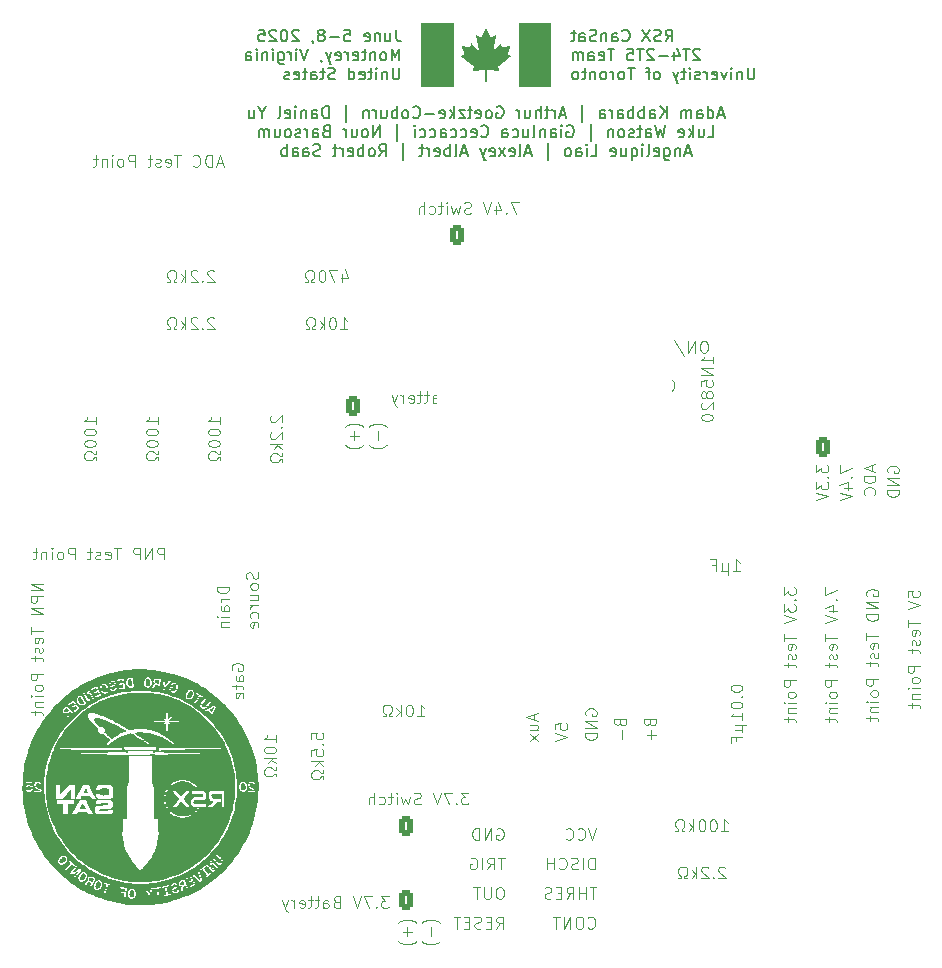
<source format=gbr>
%TF.GenerationSoftware,KiCad,Pcbnew,8.0.5*%
%TF.CreationDate,2025-05-01T20:40:53-04:00*%
%TF.ProjectId,CanSat_Power_Management_Board,43616e53-6174-45f5-906f-7765725f4d61,rev?*%
%TF.SameCoordinates,Original*%
%TF.FileFunction,Legend,Bot*%
%TF.FilePolarity,Positive*%
%FSLAX46Y46*%
G04 Gerber Fmt 4.6, Leading zero omitted, Abs format (unit mm)*
G04 Created by KiCad (PCBNEW 8.0.5) date 2025-05-01 20:40:53*
%MOMM*%
%LPD*%
G01*
G04 APERTURE LIST*
G04 Aperture macros list*
%AMRoundRect*
0 Rectangle with rounded corners*
0 $1 Rounding radius*
0 $2 $3 $4 $5 $6 $7 $8 $9 X,Y pos of 4 corners*
0 Add a 4 corners polygon primitive as box body*
4,1,4,$2,$3,$4,$5,$6,$7,$8,$9,$2,$3,0*
0 Add four circle primitives for the rounded corners*
1,1,$1+$1,$2,$3*
1,1,$1+$1,$4,$5*
1,1,$1+$1,$6,$7*
1,1,$1+$1,$8,$9*
0 Add four rect primitives between the rounded corners*
20,1,$1+$1,$2,$3,$4,$5,0*
20,1,$1+$1,$4,$5,$6,$7,0*
20,1,$1+$1,$6,$7,$8,$9,0*
20,1,$1+$1,$8,$9,$2,$3,0*%
G04 Aperture macros list end*
%ADD10C,0.150000*%
%ADD11C,0.100000*%
%ADD12C,0.000000*%
%ADD13R,2.000000X2.000000*%
%ADD14C,1.600000*%
%ADD15O,1.600000X1.600000*%
%ADD16R,1.600000X1.600000*%
%ADD17R,3.200000X3.200000*%
%ADD18O,3.200000X3.200000*%
%ADD19RoundRect,0.250000X-0.350000X-0.625000X0.350000X-0.625000X0.350000X0.625000X-0.350000X0.625000X0*%
%ADD20O,1.200000X1.750000*%
%ADD21C,1.700000*%
%ADD22R,1.050000X1.500000*%
%ADD23O,1.050000X1.500000*%
%ADD24R,1.800000X1.800000*%
%ADD25O,1.800000X1.800000*%
%ADD26C,3.000000*%
%ADD27C,5.504000*%
G04 APERTURE END LIST*
D10*
X165193923Y-59844875D02*
X165527256Y-59368684D01*
X165765351Y-59844875D02*
X165765351Y-58844875D01*
X165765351Y-58844875D02*
X165384399Y-58844875D01*
X165384399Y-58844875D02*
X165289161Y-58892494D01*
X165289161Y-58892494D02*
X165241542Y-58940113D01*
X165241542Y-58940113D02*
X165193923Y-59035351D01*
X165193923Y-59035351D02*
X165193923Y-59178208D01*
X165193923Y-59178208D02*
X165241542Y-59273446D01*
X165241542Y-59273446D02*
X165289161Y-59321065D01*
X165289161Y-59321065D02*
X165384399Y-59368684D01*
X165384399Y-59368684D02*
X165765351Y-59368684D01*
X164812970Y-59797256D02*
X164670113Y-59844875D01*
X164670113Y-59844875D02*
X164432018Y-59844875D01*
X164432018Y-59844875D02*
X164336780Y-59797256D01*
X164336780Y-59797256D02*
X164289161Y-59749636D01*
X164289161Y-59749636D02*
X164241542Y-59654398D01*
X164241542Y-59654398D02*
X164241542Y-59559160D01*
X164241542Y-59559160D02*
X164289161Y-59463922D01*
X164289161Y-59463922D02*
X164336780Y-59416303D01*
X164336780Y-59416303D02*
X164432018Y-59368684D01*
X164432018Y-59368684D02*
X164622494Y-59321065D01*
X164622494Y-59321065D02*
X164717732Y-59273446D01*
X164717732Y-59273446D02*
X164765351Y-59225827D01*
X164765351Y-59225827D02*
X164812970Y-59130589D01*
X164812970Y-59130589D02*
X164812970Y-59035351D01*
X164812970Y-59035351D02*
X164765351Y-58940113D01*
X164765351Y-58940113D02*
X164717732Y-58892494D01*
X164717732Y-58892494D02*
X164622494Y-58844875D01*
X164622494Y-58844875D02*
X164384399Y-58844875D01*
X164384399Y-58844875D02*
X164241542Y-58892494D01*
X163908208Y-58844875D02*
X163241542Y-59844875D01*
X163241542Y-58844875D02*
X163908208Y-59844875D01*
X161527256Y-59749636D02*
X161574875Y-59797256D01*
X161574875Y-59797256D02*
X161717732Y-59844875D01*
X161717732Y-59844875D02*
X161812970Y-59844875D01*
X161812970Y-59844875D02*
X161955827Y-59797256D01*
X161955827Y-59797256D02*
X162051065Y-59702017D01*
X162051065Y-59702017D02*
X162098684Y-59606779D01*
X162098684Y-59606779D02*
X162146303Y-59416303D01*
X162146303Y-59416303D02*
X162146303Y-59273446D01*
X162146303Y-59273446D02*
X162098684Y-59082970D01*
X162098684Y-59082970D02*
X162051065Y-58987732D01*
X162051065Y-58987732D02*
X161955827Y-58892494D01*
X161955827Y-58892494D02*
X161812970Y-58844875D01*
X161812970Y-58844875D02*
X161717732Y-58844875D01*
X161717732Y-58844875D02*
X161574875Y-58892494D01*
X161574875Y-58892494D02*
X161527256Y-58940113D01*
X160670113Y-59844875D02*
X160670113Y-59321065D01*
X160670113Y-59321065D02*
X160717732Y-59225827D01*
X160717732Y-59225827D02*
X160812970Y-59178208D01*
X160812970Y-59178208D02*
X161003446Y-59178208D01*
X161003446Y-59178208D02*
X161098684Y-59225827D01*
X160670113Y-59797256D02*
X160765351Y-59844875D01*
X160765351Y-59844875D02*
X161003446Y-59844875D01*
X161003446Y-59844875D02*
X161098684Y-59797256D01*
X161098684Y-59797256D02*
X161146303Y-59702017D01*
X161146303Y-59702017D02*
X161146303Y-59606779D01*
X161146303Y-59606779D02*
X161098684Y-59511541D01*
X161098684Y-59511541D02*
X161003446Y-59463922D01*
X161003446Y-59463922D02*
X160765351Y-59463922D01*
X160765351Y-59463922D02*
X160670113Y-59416303D01*
X160193922Y-59178208D02*
X160193922Y-59844875D01*
X160193922Y-59273446D02*
X160146303Y-59225827D01*
X160146303Y-59225827D02*
X160051065Y-59178208D01*
X160051065Y-59178208D02*
X159908208Y-59178208D01*
X159908208Y-59178208D02*
X159812970Y-59225827D01*
X159812970Y-59225827D02*
X159765351Y-59321065D01*
X159765351Y-59321065D02*
X159765351Y-59844875D01*
X159336779Y-59797256D02*
X159193922Y-59844875D01*
X159193922Y-59844875D02*
X158955827Y-59844875D01*
X158955827Y-59844875D02*
X158860589Y-59797256D01*
X158860589Y-59797256D02*
X158812970Y-59749636D01*
X158812970Y-59749636D02*
X158765351Y-59654398D01*
X158765351Y-59654398D02*
X158765351Y-59559160D01*
X158765351Y-59559160D02*
X158812970Y-59463922D01*
X158812970Y-59463922D02*
X158860589Y-59416303D01*
X158860589Y-59416303D02*
X158955827Y-59368684D01*
X158955827Y-59368684D02*
X159146303Y-59321065D01*
X159146303Y-59321065D02*
X159241541Y-59273446D01*
X159241541Y-59273446D02*
X159289160Y-59225827D01*
X159289160Y-59225827D02*
X159336779Y-59130589D01*
X159336779Y-59130589D02*
X159336779Y-59035351D01*
X159336779Y-59035351D02*
X159289160Y-58940113D01*
X159289160Y-58940113D02*
X159241541Y-58892494D01*
X159241541Y-58892494D02*
X159146303Y-58844875D01*
X159146303Y-58844875D02*
X158908208Y-58844875D01*
X158908208Y-58844875D02*
X158765351Y-58892494D01*
X157908208Y-59844875D02*
X157908208Y-59321065D01*
X157908208Y-59321065D02*
X157955827Y-59225827D01*
X157955827Y-59225827D02*
X158051065Y-59178208D01*
X158051065Y-59178208D02*
X158241541Y-59178208D01*
X158241541Y-59178208D02*
X158336779Y-59225827D01*
X157908208Y-59797256D02*
X158003446Y-59844875D01*
X158003446Y-59844875D02*
X158241541Y-59844875D01*
X158241541Y-59844875D02*
X158336779Y-59797256D01*
X158336779Y-59797256D02*
X158384398Y-59702017D01*
X158384398Y-59702017D02*
X158384398Y-59606779D01*
X158384398Y-59606779D02*
X158336779Y-59511541D01*
X158336779Y-59511541D02*
X158241541Y-59463922D01*
X158241541Y-59463922D02*
X158003446Y-59463922D01*
X158003446Y-59463922D02*
X157908208Y-59416303D01*
X157574874Y-59178208D02*
X157193922Y-59178208D01*
X157432017Y-58844875D02*
X157432017Y-59702017D01*
X157432017Y-59702017D02*
X157384398Y-59797256D01*
X157384398Y-59797256D02*
X157289160Y-59844875D01*
X157289160Y-59844875D02*
X157193922Y-59844875D01*
X168098684Y-60550057D02*
X168051065Y-60502438D01*
X168051065Y-60502438D02*
X167955827Y-60454819D01*
X167955827Y-60454819D02*
X167717732Y-60454819D01*
X167717732Y-60454819D02*
X167622494Y-60502438D01*
X167622494Y-60502438D02*
X167574875Y-60550057D01*
X167574875Y-60550057D02*
X167527256Y-60645295D01*
X167527256Y-60645295D02*
X167527256Y-60740533D01*
X167527256Y-60740533D02*
X167574875Y-60883390D01*
X167574875Y-60883390D02*
X168146303Y-61454819D01*
X168146303Y-61454819D02*
X167527256Y-61454819D01*
X167241541Y-60454819D02*
X166670113Y-60454819D01*
X166955827Y-61454819D02*
X166955827Y-60454819D01*
X165908208Y-60788152D02*
X165908208Y-61454819D01*
X166146303Y-60407200D02*
X166384398Y-61121485D01*
X166384398Y-61121485D02*
X165765351Y-61121485D01*
X165384398Y-61073866D02*
X164622494Y-61073866D01*
X164193922Y-60550057D02*
X164146303Y-60502438D01*
X164146303Y-60502438D02*
X164051065Y-60454819D01*
X164051065Y-60454819D02*
X163812970Y-60454819D01*
X163812970Y-60454819D02*
X163717732Y-60502438D01*
X163717732Y-60502438D02*
X163670113Y-60550057D01*
X163670113Y-60550057D02*
X163622494Y-60645295D01*
X163622494Y-60645295D02*
X163622494Y-60740533D01*
X163622494Y-60740533D02*
X163670113Y-60883390D01*
X163670113Y-60883390D02*
X164241541Y-61454819D01*
X164241541Y-61454819D02*
X163622494Y-61454819D01*
X163336779Y-60454819D02*
X162765351Y-60454819D01*
X163051065Y-61454819D02*
X163051065Y-60454819D01*
X161955827Y-60454819D02*
X162432017Y-60454819D01*
X162432017Y-60454819D02*
X162479636Y-60931009D01*
X162479636Y-60931009D02*
X162432017Y-60883390D01*
X162432017Y-60883390D02*
X162336779Y-60835771D01*
X162336779Y-60835771D02*
X162098684Y-60835771D01*
X162098684Y-60835771D02*
X162003446Y-60883390D01*
X162003446Y-60883390D02*
X161955827Y-60931009D01*
X161955827Y-60931009D02*
X161908208Y-61026247D01*
X161908208Y-61026247D02*
X161908208Y-61264342D01*
X161908208Y-61264342D02*
X161955827Y-61359580D01*
X161955827Y-61359580D02*
X162003446Y-61407200D01*
X162003446Y-61407200D02*
X162098684Y-61454819D01*
X162098684Y-61454819D02*
X162336779Y-61454819D01*
X162336779Y-61454819D02*
X162432017Y-61407200D01*
X162432017Y-61407200D02*
X162479636Y-61359580D01*
X160860588Y-60454819D02*
X160289160Y-60454819D01*
X160574874Y-61454819D02*
X160574874Y-60454819D01*
X159574874Y-61407200D02*
X159670112Y-61454819D01*
X159670112Y-61454819D02*
X159860588Y-61454819D01*
X159860588Y-61454819D02*
X159955826Y-61407200D01*
X159955826Y-61407200D02*
X160003445Y-61311961D01*
X160003445Y-61311961D02*
X160003445Y-60931009D01*
X160003445Y-60931009D02*
X159955826Y-60835771D01*
X159955826Y-60835771D02*
X159860588Y-60788152D01*
X159860588Y-60788152D02*
X159670112Y-60788152D01*
X159670112Y-60788152D02*
X159574874Y-60835771D01*
X159574874Y-60835771D02*
X159527255Y-60931009D01*
X159527255Y-60931009D02*
X159527255Y-61026247D01*
X159527255Y-61026247D02*
X160003445Y-61121485D01*
X158670112Y-61454819D02*
X158670112Y-60931009D01*
X158670112Y-60931009D02*
X158717731Y-60835771D01*
X158717731Y-60835771D02*
X158812969Y-60788152D01*
X158812969Y-60788152D02*
X159003445Y-60788152D01*
X159003445Y-60788152D02*
X159098683Y-60835771D01*
X158670112Y-61407200D02*
X158765350Y-61454819D01*
X158765350Y-61454819D02*
X159003445Y-61454819D01*
X159003445Y-61454819D02*
X159098683Y-61407200D01*
X159098683Y-61407200D02*
X159146302Y-61311961D01*
X159146302Y-61311961D02*
X159146302Y-61216723D01*
X159146302Y-61216723D02*
X159098683Y-61121485D01*
X159098683Y-61121485D02*
X159003445Y-61073866D01*
X159003445Y-61073866D02*
X158765350Y-61073866D01*
X158765350Y-61073866D02*
X158670112Y-61026247D01*
X158193921Y-61454819D02*
X158193921Y-60788152D01*
X158193921Y-60883390D02*
X158146302Y-60835771D01*
X158146302Y-60835771D02*
X158051064Y-60788152D01*
X158051064Y-60788152D02*
X157908207Y-60788152D01*
X157908207Y-60788152D02*
X157812969Y-60835771D01*
X157812969Y-60835771D02*
X157765350Y-60931009D01*
X157765350Y-60931009D02*
X157765350Y-61454819D01*
X157765350Y-60931009D02*
X157717731Y-60835771D01*
X157717731Y-60835771D02*
X157622493Y-60788152D01*
X157622493Y-60788152D02*
X157479636Y-60788152D01*
X157479636Y-60788152D02*
X157384397Y-60835771D01*
X157384397Y-60835771D02*
X157336778Y-60931009D01*
X157336778Y-60931009D02*
X157336778Y-61454819D01*
X172717734Y-62064763D02*
X172717734Y-62874286D01*
X172717734Y-62874286D02*
X172670115Y-62969524D01*
X172670115Y-62969524D02*
X172622496Y-63017144D01*
X172622496Y-63017144D02*
X172527258Y-63064763D01*
X172527258Y-63064763D02*
X172336782Y-63064763D01*
X172336782Y-63064763D02*
X172241544Y-63017144D01*
X172241544Y-63017144D02*
X172193925Y-62969524D01*
X172193925Y-62969524D02*
X172146306Y-62874286D01*
X172146306Y-62874286D02*
X172146306Y-62064763D01*
X171670115Y-62398096D02*
X171670115Y-63064763D01*
X171670115Y-62493334D02*
X171622496Y-62445715D01*
X171622496Y-62445715D02*
X171527258Y-62398096D01*
X171527258Y-62398096D02*
X171384401Y-62398096D01*
X171384401Y-62398096D02*
X171289163Y-62445715D01*
X171289163Y-62445715D02*
X171241544Y-62540953D01*
X171241544Y-62540953D02*
X171241544Y-63064763D01*
X170765353Y-63064763D02*
X170765353Y-62398096D01*
X170765353Y-62064763D02*
X170812972Y-62112382D01*
X170812972Y-62112382D02*
X170765353Y-62160001D01*
X170765353Y-62160001D02*
X170717734Y-62112382D01*
X170717734Y-62112382D02*
X170765353Y-62064763D01*
X170765353Y-62064763D02*
X170765353Y-62160001D01*
X170384401Y-62398096D02*
X170146306Y-63064763D01*
X170146306Y-63064763D02*
X169908211Y-62398096D01*
X169146306Y-63017144D02*
X169241544Y-63064763D01*
X169241544Y-63064763D02*
X169432020Y-63064763D01*
X169432020Y-63064763D02*
X169527258Y-63017144D01*
X169527258Y-63017144D02*
X169574877Y-62921905D01*
X169574877Y-62921905D02*
X169574877Y-62540953D01*
X169574877Y-62540953D02*
X169527258Y-62445715D01*
X169527258Y-62445715D02*
X169432020Y-62398096D01*
X169432020Y-62398096D02*
X169241544Y-62398096D01*
X169241544Y-62398096D02*
X169146306Y-62445715D01*
X169146306Y-62445715D02*
X169098687Y-62540953D01*
X169098687Y-62540953D02*
X169098687Y-62636191D01*
X169098687Y-62636191D02*
X169574877Y-62731429D01*
X168670115Y-63064763D02*
X168670115Y-62398096D01*
X168670115Y-62588572D02*
X168622496Y-62493334D01*
X168622496Y-62493334D02*
X168574877Y-62445715D01*
X168574877Y-62445715D02*
X168479639Y-62398096D01*
X168479639Y-62398096D02*
X168384401Y-62398096D01*
X168098686Y-63017144D02*
X168003448Y-63064763D01*
X168003448Y-63064763D02*
X167812972Y-63064763D01*
X167812972Y-63064763D02*
X167717734Y-63017144D01*
X167717734Y-63017144D02*
X167670115Y-62921905D01*
X167670115Y-62921905D02*
X167670115Y-62874286D01*
X167670115Y-62874286D02*
X167717734Y-62779048D01*
X167717734Y-62779048D02*
X167812972Y-62731429D01*
X167812972Y-62731429D02*
X167955829Y-62731429D01*
X167955829Y-62731429D02*
X168051067Y-62683810D01*
X168051067Y-62683810D02*
X168098686Y-62588572D01*
X168098686Y-62588572D02*
X168098686Y-62540953D01*
X168098686Y-62540953D02*
X168051067Y-62445715D01*
X168051067Y-62445715D02*
X167955829Y-62398096D01*
X167955829Y-62398096D02*
X167812972Y-62398096D01*
X167812972Y-62398096D02*
X167717734Y-62445715D01*
X167241543Y-63064763D02*
X167241543Y-62398096D01*
X167241543Y-62064763D02*
X167289162Y-62112382D01*
X167289162Y-62112382D02*
X167241543Y-62160001D01*
X167241543Y-62160001D02*
X167193924Y-62112382D01*
X167193924Y-62112382D02*
X167241543Y-62064763D01*
X167241543Y-62064763D02*
X167241543Y-62160001D01*
X166908210Y-62398096D02*
X166527258Y-62398096D01*
X166765353Y-62064763D02*
X166765353Y-62921905D01*
X166765353Y-62921905D02*
X166717734Y-63017144D01*
X166717734Y-63017144D02*
X166622496Y-63064763D01*
X166622496Y-63064763D02*
X166527258Y-63064763D01*
X166289162Y-62398096D02*
X166051067Y-63064763D01*
X165812972Y-62398096D02*
X166051067Y-63064763D01*
X166051067Y-63064763D02*
X166146305Y-63302858D01*
X166146305Y-63302858D02*
X166193924Y-63350477D01*
X166193924Y-63350477D02*
X166289162Y-63398096D01*
X164527257Y-63064763D02*
X164622495Y-63017144D01*
X164622495Y-63017144D02*
X164670114Y-62969524D01*
X164670114Y-62969524D02*
X164717733Y-62874286D01*
X164717733Y-62874286D02*
X164717733Y-62588572D01*
X164717733Y-62588572D02*
X164670114Y-62493334D01*
X164670114Y-62493334D02*
X164622495Y-62445715D01*
X164622495Y-62445715D02*
X164527257Y-62398096D01*
X164527257Y-62398096D02*
X164384400Y-62398096D01*
X164384400Y-62398096D02*
X164289162Y-62445715D01*
X164289162Y-62445715D02*
X164241543Y-62493334D01*
X164241543Y-62493334D02*
X164193924Y-62588572D01*
X164193924Y-62588572D02*
X164193924Y-62874286D01*
X164193924Y-62874286D02*
X164241543Y-62969524D01*
X164241543Y-62969524D02*
X164289162Y-63017144D01*
X164289162Y-63017144D02*
X164384400Y-63064763D01*
X164384400Y-63064763D02*
X164527257Y-63064763D01*
X163908209Y-62398096D02*
X163527257Y-62398096D01*
X163765352Y-63064763D02*
X163765352Y-62207620D01*
X163765352Y-62207620D02*
X163717733Y-62112382D01*
X163717733Y-62112382D02*
X163622495Y-62064763D01*
X163622495Y-62064763D02*
X163527257Y-62064763D01*
X162574875Y-62064763D02*
X162003447Y-62064763D01*
X162289161Y-63064763D02*
X162289161Y-62064763D01*
X161527256Y-63064763D02*
X161622494Y-63017144D01*
X161622494Y-63017144D02*
X161670113Y-62969524D01*
X161670113Y-62969524D02*
X161717732Y-62874286D01*
X161717732Y-62874286D02*
X161717732Y-62588572D01*
X161717732Y-62588572D02*
X161670113Y-62493334D01*
X161670113Y-62493334D02*
X161622494Y-62445715D01*
X161622494Y-62445715D02*
X161527256Y-62398096D01*
X161527256Y-62398096D02*
X161384399Y-62398096D01*
X161384399Y-62398096D02*
X161289161Y-62445715D01*
X161289161Y-62445715D02*
X161241542Y-62493334D01*
X161241542Y-62493334D02*
X161193923Y-62588572D01*
X161193923Y-62588572D02*
X161193923Y-62874286D01*
X161193923Y-62874286D02*
X161241542Y-62969524D01*
X161241542Y-62969524D02*
X161289161Y-63017144D01*
X161289161Y-63017144D02*
X161384399Y-63064763D01*
X161384399Y-63064763D02*
X161527256Y-63064763D01*
X160765351Y-63064763D02*
X160765351Y-62398096D01*
X160765351Y-62588572D02*
X160717732Y-62493334D01*
X160717732Y-62493334D02*
X160670113Y-62445715D01*
X160670113Y-62445715D02*
X160574875Y-62398096D01*
X160574875Y-62398096D02*
X160479637Y-62398096D01*
X160003446Y-63064763D02*
X160098684Y-63017144D01*
X160098684Y-63017144D02*
X160146303Y-62969524D01*
X160146303Y-62969524D02*
X160193922Y-62874286D01*
X160193922Y-62874286D02*
X160193922Y-62588572D01*
X160193922Y-62588572D02*
X160146303Y-62493334D01*
X160146303Y-62493334D02*
X160098684Y-62445715D01*
X160098684Y-62445715D02*
X160003446Y-62398096D01*
X160003446Y-62398096D02*
X159860589Y-62398096D01*
X159860589Y-62398096D02*
X159765351Y-62445715D01*
X159765351Y-62445715D02*
X159717732Y-62493334D01*
X159717732Y-62493334D02*
X159670113Y-62588572D01*
X159670113Y-62588572D02*
X159670113Y-62874286D01*
X159670113Y-62874286D02*
X159717732Y-62969524D01*
X159717732Y-62969524D02*
X159765351Y-63017144D01*
X159765351Y-63017144D02*
X159860589Y-63064763D01*
X159860589Y-63064763D02*
X160003446Y-63064763D01*
X159241541Y-62398096D02*
X159241541Y-63064763D01*
X159241541Y-62493334D02*
X159193922Y-62445715D01*
X159193922Y-62445715D02*
X159098684Y-62398096D01*
X159098684Y-62398096D02*
X158955827Y-62398096D01*
X158955827Y-62398096D02*
X158860589Y-62445715D01*
X158860589Y-62445715D02*
X158812970Y-62540953D01*
X158812970Y-62540953D02*
X158812970Y-63064763D01*
X158479636Y-62398096D02*
X158098684Y-62398096D01*
X158336779Y-62064763D02*
X158336779Y-62921905D01*
X158336779Y-62921905D02*
X158289160Y-63017144D01*
X158289160Y-63017144D02*
X158193922Y-63064763D01*
X158193922Y-63064763D02*
X158098684Y-63064763D01*
X157622493Y-63064763D02*
X157717731Y-63017144D01*
X157717731Y-63017144D02*
X157765350Y-62969524D01*
X157765350Y-62969524D02*
X157812969Y-62874286D01*
X157812969Y-62874286D02*
X157812969Y-62588572D01*
X157812969Y-62588572D02*
X157765350Y-62493334D01*
X157765350Y-62493334D02*
X157717731Y-62445715D01*
X157717731Y-62445715D02*
X157622493Y-62398096D01*
X157622493Y-62398096D02*
X157479636Y-62398096D01*
X157479636Y-62398096D02*
X157384398Y-62445715D01*
X157384398Y-62445715D02*
X157336779Y-62493334D01*
X157336779Y-62493334D02*
X157289160Y-62588572D01*
X157289160Y-62588572D02*
X157289160Y-62874286D01*
X157289160Y-62874286D02*
X157336779Y-62969524D01*
X157336779Y-62969524D02*
X157384398Y-63017144D01*
X157384398Y-63017144D02*
X157479636Y-63064763D01*
X157479636Y-63064763D02*
X157622493Y-63064763D01*
D11*
X139588371Y-92488095D02*
X139540752Y-92440476D01*
X139540752Y-92440476D02*
X139397895Y-92345238D01*
X139397895Y-92345238D02*
X139302657Y-92297619D01*
X139302657Y-92297619D02*
X139159800Y-92250000D01*
X139159800Y-92250000D02*
X138921704Y-92202381D01*
X138921704Y-92202381D02*
X138731228Y-92202381D01*
X138731228Y-92202381D02*
X138493133Y-92250000D01*
X138493133Y-92250000D02*
X138350276Y-92297619D01*
X138350276Y-92297619D02*
X138255038Y-92345238D01*
X138255038Y-92345238D02*
X138112180Y-92440476D01*
X138112180Y-92440476D02*
X138064561Y-92488095D01*
X138826466Y-92869048D02*
X138826466Y-93630953D01*
X139207419Y-93250000D02*
X138445514Y-93250000D01*
X139588371Y-94011905D02*
X139540752Y-94059524D01*
X139540752Y-94059524D02*
X139397895Y-94154762D01*
X139397895Y-94154762D02*
X139302657Y-94202381D01*
X139302657Y-94202381D02*
X139159800Y-94250000D01*
X139159800Y-94250000D02*
X138921704Y-94297619D01*
X138921704Y-94297619D02*
X138731228Y-94297619D01*
X138731228Y-94297619D02*
X138493133Y-94250000D01*
X138493133Y-94250000D02*
X138350276Y-94202381D01*
X138350276Y-94202381D02*
X138255038Y-94154762D01*
X138255038Y-94154762D02*
X138112180Y-94059524D01*
X138112180Y-94059524D02*
X138064561Y-94011905D01*
X116957419Y-92261904D02*
X116957419Y-91690476D01*
X116957419Y-91976190D02*
X115957419Y-91976190D01*
X115957419Y-91976190D02*
X116100276Y-91880952D01*
X116100276Y-91880952D02*
X116195514Y-91785714D01*
X116195514Y-91785714D02*
X116243133Y-91690476D01*
X115957419Y-92880952D02*
X115957419Y-92976190D01*
X115957419Y-92976190D02*
X116005038Y-93071428D01*
X116005038Y-93071428D02*
X116052657Y-93119047D01*
X116052657Y-93119047D02*
X116147895Y-93166666D01*
X116147895Y-93166666D02*
X116338371Y-93214285D01*
X116338371Y-93214285D02*
X116576466Y-93214285D01*
X116576466Y-93214285D02*
X116766942Y-93166666D01*
X116766942Y-93166666D02*
X116862180Y-93119047D01*
X116862180Y-93119047D02*
X116909800Y-93071428D01*
X116909800Y-93071428D02*
X116957419Y-92976190D01*
X116957419Y-92976190D02*
X116957419Y-92880952D01*
X116957419Y-92880952D02*
X116909800Y-92785714D01*
X116909800Y-92785714D02*
X116862180Y-92738095D01*
X116862180Y-92738095D02*
X116766942Y-92690476D01*
X116766942Y-92690476D02*
X116576466Y-92642857D01*
X116576466Y-92642857D02*
X116338371Y-92642857D01*
X116338371Y-92642857D02*
X116147895Y-92690476D01*
X116147895Y-92690476D02*
X116052657Y-92738095D01*
X116052657Y-92738095D02*
X116005038Y-92785714D01*
X116005038Y-92785714D02*
X115957419Y-92880952D01*
X115957419Y-93833333D02*
X115957419Y-93928571D01*
X115957419Y-93928571D02*
X116005038Y-94023809D01*
X116005038Y-94023809D02*
X116052657Y-94071428D01*
X116052657Y-94071428D02*
X116147895Y-94119047D01*
X116147895Y-94119047D02*
X116338371Y-94166666D01*
X116338371Y-94166666D02*
X116576466Y-94166666D01*
X116576466Y-94166666D02*
X116766942Y-94119047D01*
X116766942Y-94119047D02*
X116862180Y-94071428D01*
X116862180Y-94071428D02*
X116909800Y-94023809D01*
X116909800Y-94023809D02*
X116957419Y-93928571D01*
X116957419Y-93928571D02*
X116957419Y-93833333D01*
X116957419Y-93833333D02*
X116909800Y-93738095D01*
X116909800Y-93738095D02*
X116862180Y-93690476D01*
X116862180Y-93690476D02*
X116766942Y-93642857D01*
X116766942Y-93642857D02*
X116576466Y-93595238D01*
X116576466Y-93595238D02*
X116338371Y-93595238D01*
X116338371Y-93595238D02*
X116147895Y-93642857D01*
X116147895Y-93642857D02*
X116052657Y-93690476D01*
X116052657Y-93690476D02*
X116005038Y-93738095D01*
X116005038Y-93738095D02*
X115957419Y-93833333D01*
X116957419Y-94547619D02*
X116957419Y-94785714D01*
X116957419Y-94785714D02*
X116766942Y-94785714D01*
X116766942Y-94785714D02*
X116719323Y-94690476D01*
X116719323Y-94690476D02*
X116624085Y-94595238D01*
X116624085Y-94595238D02*
X116481228Y-94547619D01*
X116481228Y-94547619D02*
X116243133Y-94547619D01*
X116243133Y-94547619D02*
X116100276Y-94595238D01*
X116100276Y-94595238D02*
X116005038Y-94690476D01*
X116005038Y-94690476D02*
X115957419Y-94833333D01*
X115957419Y-94833333D02*
X115957419Y-95023809D01*
X115957419Y-95023809D02*
X116005038Y-95166666D01*
X116005038Y-95166666D02*
X116100276Y-95261904D01*
X116100276Y-95261904D02*
X116243133Y-95309523D01*
X116243133Y-95309523D02*
X116481228Y-95309523D01*
X116481228Y-95309523D02*
X116624085Y-95261904D01*
X116624085Y-95261904D02*
X116719323Y-95166666D01*
X116719323Y-95166666D02*
X116766942Y-95071428D01*
X116766942Y-95071428D02*
X116957419Y-95071428D01*
X116957419Y-95071428D02*
X116957419Y-95309523D01*
X178707419Y-106083333D02*
X178707419Y-106749999D01*
X178707419Y-106749999D02*
X179707419Y-106321428D01*
X179612180Y-107130952D02*
X179659800Y-107178571D01*
X179659800Y-107178571D02*
X179707419Y-107130952D01*
X179707419Y-107130952D02*
X179659800Y-107083333D01*
X179659800Y-107083333D02*
X179612180Y-107130952D01*
X179612180Y-107130952D02*
X179707419Y-107130952D01*
X179040752Y-108035713D02*
X179707419Y-108035713D01*
X178659800Y-107797618D02*
X179374085Y-107559523D01*
X179374085Y-107559523D02*
X179374085Y-108178570D01*
X178707419Y-108416666D02*
X179707419Y-108749999D01*
X179707419Y-108749999D02*
X178707419Y-109083332D01*
X178707419Y-110035714D02*
X178707419Y-110607142D01*
X179707419Y-110321428D02*
X178707419Y-110321428D01*
X179659800Y-111321428D02*
X179707419Y-111226190D01*
X179707419Y-111226190D02*
X179707419Y-111035714D01*
X179707419Y-111035714D02*
X179659800Y-110940476D01*
X179659800Y-110940476D02*
X179564561Y-110892857D01*
X179564561Y-110892857D02*
X179183609Y-110892857D01*
X179183609Y-110892857D02*
X179088371Y-110940476D01*
X179088371Y-110940476D02*
X179040752Y-111035714D01*
X179040752Y-111035714D02*
X179040752Y-111226190D01*
X179040752Y-111226190D02*
X179088371Y-111321428D01*
X179088371Y-111321428D02*
X179183609Y-111369047D01*
X179183609Y-111369047D02*
X179278847Y-111369047D01*
X179278847Y-111369047D02*
X179374085Y-110892857D01*
X179659800Y-111750000D02*
X179707419Y-111845238D01*
X179707419Y-111845238D02*
X179707419Y-112035714D01*
X179707419Y-112035714D02*
X179659800Y-112130952D01*
X179659800Y-112130952D02*
X179564561Y-112178571D01*
X179564561Y-112178571D02*
X179516942Y-112178571D01*
X179516942Y-112178571D02*
X179421704Y-112130952D01*
X179421704Y-112130952D02*
X179374085Y-112035714D01*
X179374085Y-112035714D02*
X179374085Y-111892857D01*
X179374085Y-111892857D02*
X179326466Y-111797619D01*
X179326466Y-111797619D02*
X179231228Y-111750000D01*
X179231228Y-111750000D02*
X179183609Y-111750000D01*
X179183609Y-111750000D02*
X179088371Y-111797619D01*
X179088371Y-111797619D02*
X179040752Y-111892857D01*
X179040752Y-111892857D02*
X179040752Y-112035714D01*
X179040752Y-112035714D02*
X179088371Y-112130952D01*
X179040752Y-112464286D02*
X179040752Y-112845238D01*
X178707419Y-112607143D02*
X179564561Y-112607143D01*
X179564561Y-112607143D02*
X179659800Y-112654762D01*
X179659800Y-112654762D02*
X179707419Y-112750000D01*
X179707419Y-112750000D02*
X179707419Y-112845238D01*
X179707419Y-113940477D02*
X178707419Y-113940477D01*
X178707419Y-113940477D02*
X178707419Y-114321429D01*
X178707419Y-114321429D02*
X178755038Y-114416667D01*
X178755038Y-114416667D02*
X178802657Y-114464286D01*
X178802657Y-114464286D02*
X178897895Y-114511905D01*
X178897895Y-114511905D02*
X179040752Y-114511905D01*
X179040752Y-114511905D02*
X179135990Y-114464286D01*
X179135990Y-114464286D02*
X179183609Y-114416667D01*
X179183609Y-114416667D02*
X179231228Y-114321429D01*
X179231228Y-114321429D02*
X179231228Y-113940477D01*
X179707419Y-115083334D02*
X179659800Y-114988096D01*
X179659800Y-114988096D02*
X179612180Y-114940477D01*
X179612180Y-114940477D02*
X179516942Y-114892858D01*
X179516942Y-114892858D02*
X179231228Y-114892858D01*
X179231228Y-114892858D02*
X179135990Y-114940477D01*
X179135990Y-114940477D02*
X179088371Y-114988096D01*
X179088371Y-114988096D02*
X179040752Y-115083334D01*
X179040752Y-115083334D02*
X179040752Y-115226191D01*
X179040752Y-115226191D02*
X179088371Y-115321429D01*
X179088371Y-115321429D02*
X179135990Y-115369048D01*
X179135990Y-115369048D02*
X179231228Y-115416667D01*
X179231228Y-115416667D02*
X179516942Y-115416667D01*
X179516942Y-115416667D02*
X179612180Y-115369048D01*
X179612180Y-115369048D02*
X179659800Y-115321429D01*
X179659800Y-115321429D02*
X179707419Y-115226191D01*
X179707419Y-115226191D02*
X179707419Y-115083334D01*
X179707419Y-115845239D02*
X179040752Y-115845239D01*
X178707419Y-115845239D02*
X178755038Y-115797620D01*
X178755038Y-115797620D02*
X178802657Y-115845239D01*
X178802657Y-115845239D02*
X178755038Y-115892858D01*
X178755038Y-115892858D02*
X178707419Y-115845239D01*
X178707419Y-115845239D02*
X178802657Y-115845239D01*
X179040752Y-116321429D02*
X179707419Y-116321429D01*
X179135990Y-116321429D02*
X179088371Y-116369048D01*
X179088371Y-116369048D02*
X179040752Y-116464286D01*
X179040752Y-116464286D02*
X179040752Y-116607143D01*
X179040752Y-116607143D02*
X179088371Y-116702381D01*
X179088371Y-116702381D02*
X179183609Y-116750000D01*
X179183609Y-116750000D02*
X179707419Y-116750000D01*
X179040752Y-117083334D02*
X179040752Y-117464286D01*
X178707419Y-117226191D02*
X179564561Y-117226191D01*
X179564561Y-117226191D02*
X179659800Y-117273810D01*
X179659800Y-117273810D02*
X179707419Y-117369048D01*
X179707419Y-117369048D02*
X179707419Y-117464286D01*
X169892857Y-126707419D02*
X170464285Y-126707419D01*
X170178571Y-126707419D02*
X170178571Y-125707419D01*
X170178571Y-125707419D02*
X170273809Y-125850276D01*
X170273809Y-125850276D02*
X170369047Y-125945514D01*
X170369047Y-125945514D02*
X170464285Y-125993133D01*
X169273809Y-125707419D02*
X169178571Y-125707419D01*
X169178571Y-125707419D02*
X169083333Y-125755038D01*
X169083333Y-125755038D02*
X169035714Y-125802657D01*
X169035714Y-125802657D02*
X168988095Y-125897895D01*
X168988095Y-125897895D02*
X168940476Y-126088371D01*
X168940476Y-126088371D02*
X168940476Y-126326466D01*
X168940476Y-126326466D02*
X168988095Y-126516942D01*
X168988095Y-126516942D02*
X169035714Y-126612180D01*
X169035714Y-126612180D02*
X169083333Y-126659800D01*
X169083333Y-126659800D02*
X169178571Y-126707419D01*
X169178571Y-126707419D02*
X169273809Y-126707419D01*
X169273809Y-126707419D02*
X169369047Y-126659800D01*
X169369047Y-126659800D02*
X169416666Y-126612180D01*
X169416666Y-126612180D02*
X169464285Y-126516942D01*
X169464285Y-126516942D02*
X169511904Y-126326466D01*
X169511904Y-126326466D02*
X169511904Y-126088371D01*
X169511904Y-126088371D02*
X169464285Y-125897895D01*
X169464285Y-125897895D02*
X169416666Y-125802657D01*
X169416666Y-125802657D02*
X169369047Y-125755038D01*
X169369047Y-125755038D02*
X169273809Y-125707419D01*
X168321428Y-125707419D02*
X168226190Y-125707419D01*
X168226190Y-125707419D02*
X168130952Y-125755038D01*
X168130952Y-125755038D02*
X168083333Y-125802657D01*
X168083333Y-125802657D02*
X168035714Y-125897895D01*
X168035714Y-125897895D02*
X167988095Y-126088371D01*
X167988095Y-126088371D02*
X167988095Y-126326466D01*
X167988095Y-126326466D02*
X168035714Y-126516942D01*
X168035714Y-126516942D02*
X168083333Y-126612180D01*
X168083333Y-126612180D02*
X168130952Y-126659800D01*
X168130952Y-126659800D02*
X168226190Y-126707419D01*
X168226190Y-126707419D02*
X168321428Y-126707419D01*
X168321428Y-126707419D02*
X168416666Y-126659800D01*
X168416666Y-126659800D02*
X168464285Y-126612180D01*
X168464285Y-126612180D02*
X168511904Y-126516942D01*
X168511904Y-126516942D02*
X168559523Y-126326466D01*
X168559523Y-126326466D02*
X168559523Y-126088371D01*
X168559523Y-126088371D02*
X168511904Y-125897895D01*
X168511904Y-125897895D02*
X168464285Y-125802657D01*
X168464285Y-125802657D02*
X168416666Y-125755038D01*
X168416666Y-125755038D02*
X168321428Y-125707419D01*
X167559523Y-126707419D02*
X167559523Y-125707419D01*
X167464285Y-126326466D02*
X167178571Y-126707419D01*
X167178571Y-126040752D02*
X167559523Y-126421704D01*
X166797618Y-126707419D02*
X166559523Y-126707419D01*
X166559523Y-126707419D02*
X166559523Y-126516942D01*
X166559523Y-126516942D02*
X166654761Y-126469323D01*
X166654761Y-126469323D02*
X166749999Y-126374085D01*
X166749999Y-126374085D02*
X166797618Y-126231228D01*
X166797618Y-126231228D02*
X166797618Y-125993133D01*
X166797618Y-125993133D02*
X166749999Y-125850276D01*
X166749999Y-125850276D02*
X166654761Y-125755038D01*
X166654761Y-125755038D02*
X166511904Y-125707419D01*
X166511904Y-125707419D02*
X166321428Y-125707419D01*
X166321428Y-125707419D02*
X166178571Y-125755038D01*
X166178571Y-125755038D02*
X166083333Y-125850276D01*
X166083333Y-125850276D02*
X166035714Y-125993133D01*
X166035714Y-125993133D02*
X166035714Y-126231228D01*
X166035714Y-126231228D02*
X166083333Y-126374085D01*
X166083333Y-126374085D02*
X166178571Y-126469323D01*
X166178571Y-126469323D02*
X166273809Y-126516942D01*
X166273809Y-126516942D02*
X166273809Y-126707419D01*
X166273809Y-126707419D02*
X166035714Y-126707419D01*
X182671704Y-95756265D02*
X182671704Y-96232455D01*
X182957419Y-95661027D02*
X181957419Y-95994360D01*
X181957419Y-95994360D02*
X182957419Y-96327693D01*
X182957419Y-96661027D02*
X181957419Y-96661027D01*
X181957419Y-96661027D02*
X181957419Y-96899122D01*
X181957419Y-96899122D02*
X182005038Y-97041979D01*
X182005038Y-97041979D02*
X182100276Y-97137217D01*
X182100276Y-97137217D02*
X182195514Y-97184836D01*
X182195514Y-97184836D02*
X182385990Y-97232455D01*
X182385990Y-97232455D02*
X182528847Y-97232455D01*
X182528847Y-97232455D02*
X182719323Y-97184836D01*
X182719323Y-97184836D02*
X182814561Y-97137217D01*
X182814561Y-97137217D02*
X182909800Y-97041979D01*
X182909800Y-97041979D02*
X182957419Y-96899122D01*
X182957419Y-96899122D02*
X182957419Y-96661027D01*
X182862180Y-98232455D02*
X182909800Y-98184836D01*
X182909800Y-98184836D02*
X182957419Y-98041979D01*
X182957419Y-98041979D02*
X182957419Y-97946741D01*
X182957419Y-97946741D02*
X182909800Y-97803884D01*
X182909800Y-97803884D02*
X182814561Y-97708646D01*
X182814561Y-97708646D02*
X182719323Y-97661027D01*
X182719323Y-97661027D02*
X182528847Y-97613408D01*
X182528847Y-97613408D02*
X182385990Y-97613408D01*
X182385990Y-97613408D02*
X182195514Y-97661027D01*
X182195514Y-97661027D02*
X182100276Y-97708646D01*
X182100276Y-97708646D02*
X182005038Y-97803884D01*
X182005038Y-97803884D02*
X181957419Y-97946741D01*
X181957419Y-97946741D02*
X181957419Y-98041979D01*
X181957419Y-98041979D02*
X182005038Y-98184836D01*
X182005038Y-98184836D02*
X182052657Y-98232455D01*
X130659800Y-104779448D02*
X130707419Y-104922305D01*
X130707419Y-104922305D02*
X130707419Y-105160400D01*
X130707419Y-105160400D02*
X130659800Y-105255638D01*
X130659800Y-105255638D02*
X130612180Y-105303257D01*
X130612180Y-105303257D02*
X130516942Y-105350876D01*
X130516942Y-105350876D02*
X130421704Y-105350876D01*
X130421704Y-105350876D02*
X130326466Y-105303257D01*
X130326466Y-105303257D02*
X130278847Y-105255638D01*
X130278847Y-105255638D02*
X130231228Y-105160400D01*
X130231228Y-105160400D02*
X130183609Y-104969924D01*
X130183609Y-104969924D02*
X130135990Y-104874686D01*
X130135990Y-104874686D02*
X130088371Y-104827067D01*
X130088371Y-104827067D02*
X129993133Y-104779448D01*
X129993133Y-104779448D02*
X129897895Y-104779448D01*
X129897895Y-104779448D02*
X129802657Y-104827067D01*
X129802657Y-104827067D02*
X129755038Y-104874686D01*
X129755038Y-104874686D02*
X129707419Y-104969924D01*
X129707419Y-104969924D02*
X129707419Y-105208019D01*
X129707419Y-105208019D02*
X129755038Y-105350876D01*
X130707419Y-105922305D02*
X130659800Y-105827067D01*
X130659800Y-105827067D02*
X130612180Y-105779448D01*
X130612180Y-105779448D02*
X130516942Y-105731829D01*
X130516942Y-105731829D02*
X130231228Y-105731829D01*
X130231228Y-105731829D02*
X130135990Y-105779448D01*
X130135990Y-105779448D02*
X130088371Y-105827067D01*
X130088371Y-105827067D02*
X130040752Y-105922305D01*
X130040752Y-105922305D02*
X130040752Y-106065162D01*
X130040752Y-106065162D02*
X130088371Y-106160400D01*
X130088371Y-106160400D02*
X130135990Y-106208019D01*
X130135990Y-106208019D02*
X130231228Y-106255638D01*
X130231228Y-106255638D02*
X130516942Y-106255638D01*
X130516942Y-106255638D02*
X130612180Y-106208019D01*
X130612180Y-106208019D02*
X130659800Y-106160400D01*
X130659800Y-106160400D02*
X130707419Y-106065162D01*
X130707419Y-106065162D02*
X130707419Y-105922305D01*
X130040752Y-107112781D02*
X130707419Y-107112781D01*
X130040752Y-106684210D02*
X130564561Y-106684210D01*
X130564561Y-106684210D02*
X130659800Y-106731829D01*
X130659800Y-106731829D02*
X130707419Y-106827067D01*
X130707419Y-106827067D02*
X130707419Y-106969924D01*
X130707419Y-106969924D02*
X130659800Y-107065162D01*
X130659800Y-107065162D02*
X130612180Y-107112781D01*
X130707419Y-107588972D02*
X130040752Y-107588972D01*
X130231228Y-107588972D02*
X130135990Y-107636591D01*
X130135990Y-107636591D02*
X130088371Y-107684210D01*
X130088371Y-107684210D02*
X130040752Y-107779448D01*
X130040752Y-107779448D02*
X130040752Y-107874686D01*
X130659800Y-108636591D02*
X130707419Y-108541353D01*
X130707419Y-108541353D02*
X130707419Y-108350877D01*
X130707419Y-108350877D02*
X130659800Y-108255639D01*
X130659800Y-108255639D02*
X130612180Y-108208020D01*
X130612180Y-108208020D02*
X130516942Y-108160401D01*
X130516942Y-108160401D02*
X130231228Y-108160401D01*
X130231228Y-108160401D02*
X130135990Y-108208020D01*
X130135990Y-108208020D02*
X130088371Y-108255639D01*
X130088371Y-108255639D02*
X130040752Y-108350877D01*
X130040752Y-108350877D02*
X130040752Y-108541353D01*
X130040752Y-108541353D02*
X130088371Y-108636591D01*
X130659800Y-109446115D02*
X130707419Y-109350877D01*
X130707419Y-109350877D02*
X130707419Y-109160401D01*
X130707419Y-109160401D02*
X130659800Y-109065163D01*
X130659800Y-109065163D02*
X130564561Y-109017544D01*
X130564561Y-109017544D02*
X130183609Y-109017544D01*
X130183609Y-109017544D02*
X130088371Y-109065163D01*
X130088371Y-109065163D02*
X130040752Y-109160401D01*
X130040752Y-109160401D02*
X130040752Y-109350877D01*
X130040752Y-109350877D02*
X130088371Y-109446115D01*
X130088371Y-109446115D02*
X130183609Y-109493734D01*
X130183609Y-109493734D02*
X130278847Y-109493734D01*
X130278847Y-109493734D02*
X130374085Y-109017544D01*
X151588972Y-128957419D02*
X151017544Y-128957419D01*
X151303258Y-129957419D02*
X151303258Y-128957419D01*
X150112782Y-129957419D02*
X150446115Y-129481228D01*
X150684210Y-129957419D02*
X150684210Y-128957419D01*
X150684210Y-128957419D02*
X150303258Y-128957419D01*
X150303258Y-128957419D02*
X150208020Y-129005038D01*
X150208020Y-129005038D02*
X150160401Y-129052657D01*
X150160401Y-129052657D02*
X150112782Y-129147895D01*
X150112782Y-129147895D02*
X150112782Y-129290752D01*
X150112782Y-129290752D02*
X150160401Y-129385990D01*
X150160401Y-129385990D02*
X150208020Y-129433609D01*
X150208020Y-129433609D02*
X150303258Y-129481228D01*
X150303258Y-129481228D02*
X150684210Y-129481228D01*
X149684210Y-129957419D02*
X149684210Y-128957419D01*
X148684211Y-129005038D02*
X148779449Y-128957419D01*
X148779449Y-128957419D02*
X148922306Y-128957419D01*
X148922306Y-128957419D02*
X149065163Y-129005038D01*
X149065163Y-129005038D02*
X149160401Y-129100276D01*
X149160401Y-129100276D02*
X149208020Y-129195514D01*
X149208020Y-129195514D02*
X149255639Y-129385990D01*
X149255639Y-129385990D02*
X149255639Y-129528847D01*
X149255639Y-129528847D02*
X149208020Y-129719323D01*
X149208020Y-129719323D02*
X149160401Y-129814561D01*
X149160401Y-129814561D02*
X149065163Y-129909800D01*
X149065163Y-129909800D02*
X148922306Y-129957419D01*
X148922306Y-129957419D02*
X148827068Y-129957419D01*
X148827068Y-129957419D02*
X148684211Y-129909800D01*
X148684211Y-129909800D02*
X148636592Y-129862180D01*
X148636592Y-129862180D02*
X148636592Y-129528847D01*
X148636592Y-129528847D02*
X148827068Y-129528847D01*
D10*
X170095240Y-66059160D02*
X169619050Y-66059160D01*
X170190478Y-66344875D02*
X169857145Y-65344875D01*
X169857145Y-65344875D02*
X169523812Y-66344875D01*
X168761907Y-66344875D02*
X168761907Y-65344875D01*
X168761907Y-66297256D02*
X168857145Y-66344875D01*
X168857145Y-66344875D02*
X169047621Y-66344875D01*
X169047621Y-66344875D02*
X169142859Y-66297256D01*
X169142859Y-66297256D02*
X169190478Y-66249636D01*
X169190478Y-66249636D02*
X169238097Y-66154398D01*
X169238097Y-66154398D02*
X169238097Y-65868684D01*
X169238097Y-65868684D02*
X169190478Y-65773446D01*
X169190478Y-65773446D02*
X169142859Y-65725827D01*
X169142859Y-65725827D02*
X169047621Y-65678208D01*
X169047621Y-65678208D02*
X168857145Y-65678208D01*
X168857145Y-65678208D02*
X168761907Y-65725827D01*
X167857145Y-66344875D02*
X167857145Y-65821065D01*
X167857145Y-65821065D02*
X167904764Y-65725827D01*
X167904764Y-65725827D02*
X168000002Y-65678208D01*
X168000002Y-65678208D02*
X168190478Y-65678208D01*
X168190478Y-65678208D02*
X168285716Y-65725827D01*
X167857145Y-66297256D02*
X167952383Y-66344875D01*
X167952383Y-66344875D02*
X168190478Y-66344875D01*
X168190478Y-66344875D02*
X168285716Y-66297256D01*
X168285716Y-66297256D02*
X168333335Y-66202017D01*
X168333335Y-66202017D02*
X168333335Y-66106779D01*
X168333335Y-66106779D02*
X168285716Y-66011541D01*
X168285716Y-66011541D02*
X168190478Y-65963922D01*
X168190478Y-65963922D02*
X167952383Y-65963922D01*
X167952383Y-65963922D02*
X167857145Y-65916303D01*
X167380954Y-66344875D02*
X167380954Y-65678208D01*
X167380954Y-65773446D02*
X167333335Y-65725827D01*
X167333335Y-65725827D02*
X167238097Y-65678208D01*
X167238097Y-65678208D02*
X167095240Y-65678208D01*
X167095240Y-65678208D02*
X167000002Y-65725827D01*
X167000002Y-65725827D02*
X166952383Y-65821065D01*
X166952383Y-65821065D02*
X166952383Y-66344875D01*
X166952383Y-65821065D02*
X166904764Y-65725827D01*
X166904764Y-65725827D02*
X166809526Y-65678208D01*
X166809526Y-65678208D02*
X166666669Y-65678208D01*
X166666669Y-65678208D02*
X166571430Y-65725827D01*
X166571430Y-65725827D02*
X166523811Y-65821065D01*
X166523811Y-65821065D02*
X166523811Y-66344875D01*
X165285716Y-66344875D02*
X165285716Y-65344875D01*
X164714288Y-66344875D02*
X165142859Y-65773446D01*
X164714288Y-65344875D02*
X165285716Y-65916303D01*
X163857145Y-66344875D02*
X163857145Y-65821065D01*
X163857145Y-65821065D02*
X163904764Y-65725827D01*
X163904764Y-65725827D02*
X164000002Y-65678208D01*
X164000002Y-65678208D02*
X164190478Y-65678208D01*
X164190478Y-65678208D02*
X164285716Y-65725827D01*
X163857145Y-66297256D02*
X163952383Y-66344875D01*
X163952383Y-66344875D02*
X164190478Y-66344875D01*
X164190478Y-66344875D02*
X164285716Y-66297256D01*
X164285716Y-66297256D02*
X164333335Y-66202017D01*
X164333335Y-66202017D02*
X164333335Y-66106779D01*
X164333335Y-66106779D02*
X164285716Y-66011541D01*
X164285716Y-66011541D02*
X164190478Y-65963922D01*
X164190478Y-65963922D02*
X163952383Y-65963922D01*
X163952383Y-65963922D02*
X163857145Y-65916303D01*
X163380954Y-66344875D02*
X163380954Y-65344875D01*
X163380954Y-65725827D02*
X163285716Y-65678208D01*
X163285716Y-65678208D02*
X163095240Y-65678208D01*
X163095240Y-65678208D02*
X163000002Y-65725827D01*
X163000002Y-65725827D02*
X162952383Y-65773446D01*
X162952383Y-65773446D02*
X162904764Y-65868684D01*
X162904764Y-65868684D02*
X162904764Y-66154398D01*
X162904764Y-66154398D02*
X162952383Y-66249636D01*
X162952383Y-66249636D02*
X163000002Y-66297256D01*
X163000002Y-66297256D02*
X163095240Y-66344875D01*
X163095240Y-66344875D02*
X163285716Y-66344875D01*
X163285716Y-66344875D02*
X163380954Y-66297256D01*
X162476192Y-66344875D02*
X162476192Y-65344875D01*
X162476192Y-65725827D02*
X162380954Y-65678208D01*
X162380954Y-65678208D02*
X162190478Y-65678208D01*
X162190478Y-65678208D02*
X162095240Y-65725827D01*
X162095240Y-65725827D02*
X162047621Y-65773446D01*
X162047621Y-65773446D02*
X162000002Y-65868684D01*
X162000002Y-65868684D02*
X162000002Y-66154398D01*
X162000002Y-66154398D02*
X162047621Y-66249636D01*
X162047621Y-66249636D02*
X162095240Y-66297256D01*
X162095240Y-66297256D02*
X162190478Y-66344875D01*
X162190478Y-66344875D02*
X162380954Y-66344875D01*
X162380954Y-66344875D02*
X162476192Y-66297256D01*
X161142859Y-66344875D02*
X161142859Y-65821065D01*
X161142859Y-65821065D02*
X161190478Y-65725827D01*
X161190478Y-65725827D02*
X161285716Y-65678208D01*
X161285716Y-65678208D02*
X161476192Y-65678208D01*
X161476192Y-65678208D02*
X161571430Y-65725827D01*
X161142859Y-66297256D02*
X161238097Y-66344875D01*
X161238097Y-66344875D02*
X161476192Y-66344875D01*
X161476192Y-66344875D02*
X161571430Y-66297256D01*
X161571430Y-66297256D02*
X161619049Y-66202017D01*
X161619049Y-66202017D02*
X161619049Y-66106779D01*
X161619049Y-66106779D02*
X161571430Y-66011541D01*
X161571430Y-66011541D02*
X161476192Y-65963922D01*
X161476192Y-65963922D02*
X161238097Y-65963922D01*
X161238097Y-65963922D02*
X161142859Y-65916303D01*
X160666668Y-66344875D02*
X160666668Y-65678208D01*
X160666668Y-65868684D02*
X160619049Y-65773446D01*
X160619049Y-65773446D02*
X160571430Y-65725827D01*
X160571430Y-65725827D02*
X160476192Y-65678208D01*
X160476192Y-65678208D02*
X160380954Y-65678208D01*
X159619049Y-66344875D02*
X159619049Y-65821065D01*
X159619049Y-65821065D02*
X159666668Y-65725827D01*
X159666668Y-65725827D02*
X159761906Y-65678208D01*
X159761906Y-65678208D02*
X159952382Y-65678208D01*
X159952382Y-65678208D02*
X160047620Y-65725827D01*
X159619049Y-66297256D02*
X159714287Y-66344875D01*
X159714287Y-66344875D02*
X159952382Y-66344875D01*
X159952382Y-66344875D02*
X160047620Y-66297256D01*
X160047620Y-66297256D02*
X160095239Y-66202017D01*
X160095239Y-66202017D02*
X160095239Y-66106779D01*
X160095239Y-66106779D02*
X160047620Y-66011541D01*
X160047620Y-66011541D02*
X159952382Y-65963922D01*
X159952382Y-65963922D02*
X159714287Y-65963922D01*
X159714287Y-65963922D02*
X159619049Y-65916303D01*
X158142858Y-66678208D02*
X158142858Y-65249636D01*
X156714286Y-66059160D02*
X156238096Y-66059160D01*
X156809524Y-66344875D02*
X156476191Y-65344875D01*
X156476191Y-65344875D02*
X156142858Y-66344875D01*
X155809524Y-66344875D02*
X155809524Y-65678208D01*
X155809524Y-65868684D02*
X155761905Y-65773446D01*
X155761905Y-65773446D02*
X155714286Y-65725827D01*
X155714286Y-65725827D02*
X155619048Y-65678208D01*
X155619048Y-65678208D02*
X155523810Y-65678208D01*
X155333333Y-65678208D02*
X154952381Y-65678208D01*
X155190476Y-65344875D02*
X155190476Y-66202017D01*
X155190476Y-66202017D02*
X155142857Y-66297256D01*
X155142857Y-66297256D02*
X155047619Y-66344875D01*
X155047619Y-66344875D02*
X154952381Y-66344875D01*
X154619047Y-66344875D02*
X154619047Y-65344875D01*
X154190476Y-66344875D02*
X154190476Y-65821065D01*
X154190476Y-65821065D02*
X154238095Y-65725827D01*
X154238095Y-65725827D02*
X154333333Y-65678208D01*
X154333333Y-65678208D02*
X154476190Y-65678208D01*
X154476190Y-65678208D02*
X154571428Y-65725827D01*
X154571428Y-65725827D02*
X154619047Y-65773446D01*
X153285714Y-65678208D02*
X153285714Y-66344875D01*
X153714285Y-65678208D02*
X153714285Y-66202017D01*
X153714285Y-66202017D02*
X153666666Y-66297256D01*
X153666666Y-66297256D02*
X153571428Y-66344875D01*
X153571428Y-66344875D02*
X153428571Y-66344875D01*
X153428571Y-66344875D02*
X153333333Y-66297256D01*
X153333333Y-66297256D02*
X153285714Y-66249636D01*
X152809523Y-66344875D02*
X152809523Y-65678208D01*
X152809523Y-65868684D02*
X152761904Y-65773446D01*
X152761904Y-65773446D02*
X152714285Y-65725827D01*
X152714285Y-65725827D02*
X152619047Y-65678208D01*
X152619047Y-65678208D02*
X152523809Y-65678208D01*
X150904761Y-65392494D02*
X150999999Y-65344875D01*
X150999999Y-65344875D02*
X151142856Y-65344875D01*
X151142856Y-65344875D02*
X151285713Y-65392494D01*
X151285713Y-65392494D02*
X151380951Y-65487732D01*
X151380951Y-65487732D02*
X151428570Y-65582970D01*
X151428570Y-65582970D02*
X151476189Y-65773446D01*
X151476189Y-65773446D02*
X151476189Y-65916303D01*
X151476189Y-65916303D02*
X151428570Y-66106779D01*
X151428570Y-66106779D02*
X151380951Y-66202017D01*
X151380951Y-66202017D02*
X151285713Y-66297256D01*
X151285713Y-66297256D02*
X151142856Y-66344875D01*
X151142856Y-66344875D02*
X151047618Y-66344875D01*
X151047618Y-66344875D02*
X150904761Y-66297256D01*
X150904761Y-66297256D02*
X150857142Y-66249636D01*
X150857142Y-66249636D02*
X150857142Y-65916303D01*
X150857142Y-65916303D02*
X151047618Y-65916303D01*
X150285713Y-66344875D02*
X150380951Y-66297256D01*
X150380951Y-66297256D02*
X150428570Y-66249636D01*
X150428570Y-66249636D02*
X150476189Y-66154398D01*
X150476189Y-66154398D02*
X150476189Y-65868684D01*
X150476189Y-65868684D02*
X150428570Y-65773446D01*
X150428570Y-65773446D02*
X150380951Y-65725827D01*
X150380951Y-65725827D02*
X150285713Y-65678208D01*
X150285713Y-65678208D02*
X150142856Y-65678208D01*
X150142856Y-65678208D02*
X150047618Y-65725827D01*
X150047618Y-65725827D02*
X149999999Y-65773446D01*
X149999999Y-65773446D02*
X149952380Y-65868684D01*
X149952380Y-65868684D02*
X149952380Y-66154398D01*
X149952380Y-66154398D02*
X149999999Y-66249636D01*
X149999999Y-66249636D02*
X150047618Y-66297256D01*
X150047618Y-66297256D02*
X150142856Y-66344875D01*
X150142856Y-66344875D02*
X150285713Y-66344875D01*
X149142856Y-66297256D02*
X149238094Y-66344875D01*
X149238094Y-66344875D02*
X149428570Y-66344875D01*
X149428570Y-66344875D02*
X149523808Y-66297256D01*
X149523808Y-66297256D02*
X149571427Y-66202017D01*
X149571427Y-66202017D02*
X149571427Y-65821065D01*
X149571427Y-65821065D02*
X149523808Y-65725827D01*
X149523808Y-65725827D02*
X149428570Y-65678208D01*
X149428570Y-65678208D02*
X149238094Y-65678208D01*
X149238094Y-65678208D02*
X149142856Y-65725827D01*
X149142856Y-65725827D02*
X149095237Y-65821065D01*
X149095237Y-65821065D02*
X149095237Y-65916303D01*
X149095237Y-65916303D02*
X149571427Y-66011541D01*
X148809522Y-65678208D02*
X148428570Y-65678208D01*
X148666665Y-65344875D02*
X148666665Y-66202017D01*
X148666665Y-66202017D02*
X148619046Y-66297256D01*
X148619046Y-66297256D02*
X148523808Y-66344875D01*
X148523808Y-66344875D02*
X148428570Y-66344875D01*
X148190474Y-65678208D02*
X147666665Y-65678208D01*
X147666665Y-65678208D02*
X148190474Y-66344875D01*
X148190474Y-66344875D02*
X147666665Y-66344875D01*
X147285712Y-66344875D02*
X147285712Y-65344875D01*
X147190474Y-65963922D02*
X146904760Y-66344875D01*
X146904760Y-65678208D02*
X147285712Y-66059160D01*
X146095236Y-66297256D02*
X146190474Y-66344875D01*
X146190474Y-66344875D02*
X146380950Y-66344875D01*
X146380950Y-66344875D02*
X146476188Y-66297256D01*
X146476188Y-66297256D02*
X146523807Y-66202017D01*
X146523807Y-66202017D02*
X146523807Y-65821065D01*
X146523807Y-65821065D02*
X146476188Y-65725827D01*
X146476188Y-65725827D02*
X146380950Y-65678208D01*
X146380950Y-65678208D02*
X146190474Y-65678208D01*
X146190474Y-65678208D02*
X146095236Y-65725827D01*
X146095236Y-65725827D02*
X146047617Y-65821065D01*
X146047617Y-65821065D02*
X146047617Y-65916303D01*
X146047617Y-65916303D02*
X146523807Y-66011541D01*
X145619045Y-65963922D02*
X144857141Y-65963922D01*
X143809522Y-66249636D02*
X143857141Y-66297256D01*
X143857141Y-66297256D02*
X143999998Y-66344875D01*
X143999998Y-66344875D02*
X144095236Y-66344875D01*
X144095236Y-66344875D02*
X144238093Y-66297256D01*
X144238093Y-66297256D02*
X144333331Y-66202017D01*
X144333331Y-66202017D02*
X144380950Y-66106779D01*
X144380950Y-66106779D02*
X144428569Y-65916303D01*
X144428569Y-65916303D02*
X144428569Y-65773446D01*
X144428569Y-65773446D02*
X144380950Y-65582970D01*
X144380950Y-65582970D02*
X144333331Y-65487732D01*
X144333331Y-65487732D02*
X144238093Y-65392494D01*
X144238093Y-65392494D02*
X144095236Y-65344875D01*
X144095236Y-65344875D02*
X143999998Y-65344875D01*
X143999998Y-65344875D02*
X143857141Y-65392494D01*
X143857141Y-65392494D02*
X143809522Y-65440113D01*
X143238093Y-66344875D02*
X143333331Y-66297256D01*
X143333331Y-66297256D02*
X143380950Y-66249636D01*
X143380950Y-66249636D02*
X143428569Y-66154398D01*
X143428569Y-66154398D02*
X143428569Y-65868684D01*
X143428569Y-65868684D02*
X143380950Y-65773446D01*
X143380950Y-65773446D02*
X143333331Y-65725827D01*
X143333331Y-65725827D02*
X143238093Y-65678208D01*
X143238093Y-65678208D02*
X143095236Y-65678208D01*
X143095236Y-65678208D02*
X142999998Y-65725827D01*
X142999998Y-65725827D02*
X142952379Y-65773446D01*
X142952379Y-65773446D02*
X142904760Y-65868684D01*
X142904760Y-65868684D02*
X142904760Y-66154398D01*
X142904760Y-66154398D02*
X142952379Y-66249636D01*
X142952379Y-66249636D02*
X142999998Y-66297256D01*
X142999998Y-66297256D02*
X143095236Y-66344875D01*
X143095236Y-66344875D02*
X143238093Y-66344875D01*
X142476188Y-66344875D02*
X142476188Y-65344875D01*
X142476188Y-65725827D02*
X142380950Y-65678208D01*
X142380950Y-65678208D02*
X142190474Y-65678208D01*
X142190474Y-65678208D02*
X142095236Y-65725827D01*
X142095236Y-65725827D02*
X142047617Y-65773446D01*
X142047617Y-65773446D02*
X141999998Y-65868684D01*
X141999998Y-65868684D02*
X141999998Y-66154398D01*
X141999998Y-66154398D02*
X142047617Y-66249636D01*
X142047617Y-66249636D02*
X142095236Y-66297256D01*
X142095236Y-66297256D02*
X142190474Y-66344875D01*
X142190474Y-66344875D02*
X142380950Y-66344875D01*
X142380950Y-66344875D02*
X142476188Y-66297256D01*
X141142855Y-65678208D02*
X141142855Y-66344875D01*
X141571426Y-65678208D02*
X141571426Y-66202017D01*
X141571426Y-66202017D02*
X141523807Y-66297256D01*
X141523807Y-66297256D02*
X141428569Y-66344875D01*
X141428569Y-66344875D02*
X141285712Y-66344875D01*
X141285712Y-66344875D02*
X141190474Y-66297256D01*
X141190474Y-66297256D02*
X141142855Y-66249636D01*
X140666664Y-66344875D02*
X140666664Y-65678208D01*
X140666664Y-65868684D02*
X140619045Y-65773446D01*
X140619045Y-65773446D02*
X140571426Y-65725827D01*
X140571426Y-65725827D02*
X140476188Y-65678208D01*
X140476188Y-65678208D02*
X140380950Y-65678208D01*
X140047616Y-65678208D02*
X140047616Y-66344875D01*
X140047616Y-65773446D02*
X139999997Y-65725827D01*
X139999997Y-65725827D02*
X139904759Y-65678208D01*
X139904759Y-65678208D02*
X139761902Y-65678208D01*
X139761902Y-65678208D02*
X139666664Y-65725827D01*
X139666664Y-65725827D02*
X139619045Y-65821065D01*
X139619045Y-65821065D02*
X139619045Y-66344875D01*
X138142854Y-66678208D02*
X138142854Y-65249636D01*
X136666663Y-66344875D02*
X136666663Y-65344875D01*
X136666663Y-65344875D02*
X136428568Y-65344875D01*
X136428568Y-65344875D02*
X136285711Y-65392494D01*
X136285711Y-65392494D02*
X136190473Y-65487732D01*
X136190473Y-65487732D02*
X136142854Y-65582970D01*
X136142854Y-65582970D02*
X136095235Y-65773446D01*
X136095235Y-65773446D02*
X136095235Y-65916303D01*
X136095235Y-65916303D02*
X136142854Y-66106779D01*
X136142854Y-66106779D02*
X136190473Y-66202017D01*
X136190473Y-66202017D02*
X136285711Y-66297256D01*
X136285711Y-66297256D02*
X136428568Y-66344875D01*
X136428568Y-66344875D02*
X136666663Y-66344875D01*
X135238092Y-66344875D02*
X135238092Y-65821065D01*
X135238092Y-65821065D02*
X135285711Y-65725827D01*
X135285711Y-65725827D02*
X135380949Y-65678208D01*
X135380949Y-65678208D02*
X135571425Y-65678208D01*
X135571425Y-65678208D02*
X135666663Y-65725827D01*
X135238092Y-66297256D02*
X135333330Y-66344875D01*
X135333330Y-66344875D02*
X135571425Y-66344875D01*
X135571425Y-66344875D02*
X135666663Y-66297256D01*
X135666663Y-66297256D02*
X135714282Y-66202017D01*
X135714282Y-66202017D02*
X135714282Y-66106779D01*
X135714282Y-66106779D02*
X135666663Y-66011541D01*
X135666663Y-66011541D02*
X135571425Y-65963922D01*
X135571425Y-65963922D02*
X135333330Y-65963922D01*
X135333330Y-65963922D02*
X135238092Y-65916303D01*
X134761901Y-65678208D02*
X134761901Y-66344875D01*
X134761901Y-65773446D02*
X134714282Y-65725827D01*
X134714282Y-65725827D02*
X134619044Y-65678208D01*
X134619044Y-65678208D02*
X134476187Y-65678208D01*
X134476187Y-65678208D02*
X134380949Y-65725827D01*
X134380949Y-65725827D02*
X134333330Y-65821065D01*
X134333330Y-65821065D02*
X134333330Y-66344875D01*
X133857139Y-66344875D02*
X133857139Y-65678208D01*
X133857139Y-65344875D02*
X133904758Y-65392494D01*
X133904758Y-65392494D02*
X133857139Y-65440113D01*
X133857139Y-65440113D02*
X133809520Y-65392494D01*
X133809520Y-65392494D02*
X133857139Y-65344875D01*
X133857139Y-65344875D02*
X133857139Y-65440113D01*
X132999997Y-66297256D02*
X133095235Y-66344875D01*
X133095235Y-66344875D02*
X133285711Y-66344875D01*
X133285711Y-66344875D02*
X133380949Y-66297256D01*
X133380949Y-66297256D02*
X133428568Y-66202017D01*
X133428568Y-66202017D02*
X133428568Y-65821065D01*
X133428568Y-65821065D02*
X133380949Y-65725827D01*
X133380949Y-65725827D02*
X133285711Y-65678208D01*
X133285711Y-65678208D02*
X133095235Y-65678208D01*
X133095235Y-65678208D02*
X132999997Y-65725827D01*
X132999997Y-65725827D02*
X132952378Y-65821065D01*
X132952378Y-65821065D02*
X132952378Y-65916303D01*
X132952378Y-65916303D02*
X133428568Y-66011541D01*
X132380949Y-66344875D02*
X132476187Y-66297256D01*
X132476187Y-66297256D02*
X132523806Y-66202017D01*
X132523806Y-66202017D02*
X132523806Y-65344875D01*
X131047615Y-65868684D02*
X131047615Y-66344875D01*
X131380948Y-65344875D02*
X131047615Y-65868684D01*
X131047615Y-65868684D02*
X130714282Y-65344875D01*
X129952377Y-65678208D02*
X129952377Y-66344875D01*
X130380948Y-65678208D02*
X130380948Y-66202017D01*
X130380948Y-66202017D02*
X130333329Y-66297256D01*
X130333329Y-66297256D02*
X130238091Y-66344875D01*
X130238091Y-66344875D02*
X130095234Y-66344875D01*
X130095234Y-66344875D02*
X129999996Y-66297256D01*
X129999996Y-66297256D02*
X129952377Y-66249636D01*
X168761907Y-67954819D02*
X169238097Y-67954819D01*
X169238097Y-67954819D02*
X169238097Y-66954819D01*
X168000002Y-67288152D02*
X168000002Y-67954819D01*
X168428573Y-67288152D02*
X168428573Y-67811961D01*
X168428573Y-67811961D02*
X168380954Y-67907200D01*
X168380954Y-67907200D02*
X168285716Y-67954819D01*
X168285716Y-67954819D02*
X168142859Y-67954819D01*
X168142859Y-67954819D02*
X168047621Y-67907200D01*
X168047621Y-67907200D02*
X168000002Y-67859580D01*
X167523811Y-67954819D02*
X167523811Y-66954819D01*
X167428573Y-67573866D02*
X167142859Y-67954819D01*
X167142859Y-67288152D02*
X167523811Y-67669104D01*
X166333335Y-67907200D02*
X166428573Y-67954819D01*
X166428573Y-67954819D02*
X166619049Y-67954819D01*
X166619049Y-67954819D02*
X166714287Y-67907200D01*
X166714287Y-67907200D02*
X166761906Y-67811961D01*
X166761906Y-67811961D02*
X166761906Y-67431009D01*
X166761906Y-67431009D02*
X166714287Y-67335771D01*
X166714287Y-67335771D02*
X166619049Y-67288152D01*
X166619049Y-67288152D02*
X166428573Y-67288152D01*
X166428573Y-67288152D02*
X166333335Y-67335771D01*
X166333335Y-67335771D02*
X166285716Y-67431009D01*
X166285716Y-67431009D02*
X166285716Y-67526247D01*
X166285716Y-67526247D02*
X166761906Y-67621485D01*
X165190477Y-66954819D02*
X164952382Y-67954819D01*
X164952382Y-67954819D02*
X164761906Y-67240533D01*
X164761906Y-67240533D02*
X164571430Y-67954819D01*
X164571430Y-67954819D02*
X164333335Y-66954819D01*
X163523811Y-67954819D02*
X163523811Y-67431009D01*
X163523811Y-67431009D02*
X163571430Y-67335771D01*
X163571430Y-67335771D02*
X163666668Y-67288152D01*
X163666668Y-67288152D02*
X163857144Y-67288152D01*
X163857144Y-67288152D02*
X163952382Y-67335771D01*
X163523811Y-67907200D02*
X163619049Y-67954819D01*
X163619049Y-67954819D02*
X163857144Y-67954819D01*
X163857144Y-67954819D02*
X163952382Y-67907200D01*
X163952382Y-67907200D02*
X164000001Y-67811961D01*
X164000001Y-67811961D02*
X164000001Y-67716723D01*
X164000001Y-67716723D02*
X163952382Y-67621485D01*
X163952382Y-67621485D02*
X163857144Y-67573866D01*
X163857144Y-67573866D02*
X163619049Y-67573866D01*
X163619049Y-67573866D02*
X163523811Y-67526247D01*
X163190477Y-67288152D02*
X162809525Y-67288152D01*
X163047620Y-66954819D02*
X163047620Y-67811961D01*
X163047620Y-67811961D02*
X163000001Y-67907200D01*
X163000001Y-67907200D02*
X162904763Y-67954819D01*
X162904763Y-67954819D02*
X162809525Y-67954819D01*
X162523810Y-67907200D02*
X162428572Y-67954819D01*
X162428572Y-67954819D02*
X162238096Y-67954819D01*
X162238096Y-67954819D02*
X162142858Y-67907200D01*
X162142858Y-67907200D02*
X162095239Y-67811961D01*
X162095239Y-67811961D02*
X162095239Y-67764342D01*
X162095239Y-67764342D02*
X162142858Y-67669104D01*
X162142858Y-67669104D02*
X162238096Y-67621485D01*
X162238096Y-67621485D02*
X162380953Y-67621485D01*
X162380953Y-67621485D02*
X162476191Y-67573866D01*
X162476191Y-67573866D02*
X162523810Y-67478628D01*
X162523810Y-67478628D02*
X162523810Y-67431009D01*
X162523810Y-67431009D02*
X162476191Y-67335771D01*
X162476191Y-67335771D02*
X162380953Y-67288152D01*
X162380953Y-67288152D02*
X162238096Y-67288152D01*
X162238096Y-67288152D02*
X162142858Y-67335771D01*
X161523810Y-67954819D02*
X161619048Y-67907200D01*
X161619048Y-67907200D02*
X161666667Y-67859580D01*
X161666667Y-67859580D02*
X161714286Y-67764342D01*
X161714286Y-67764342D02*
X161714286Y-67478628D01*
X161714286Y-67478628D02*
X161666667Y-67383390D01*
X161666667Y-67383390D02*
X161619048Y-67335771D01*
X161619048Y-67335771D02*
X161523810Y-67288152D01*
X161523810Y-67288152D02*
X161380953Y-67288152D01*
X161380953Y-67288152D02*
X161285715Y-67335771D01*
X161285715Y-67335771D02*
X161238096Y-67383390D01*
X161238096Y-67383390D02*
X161190477Y-67478628D01*
X161190477Y-67478628D02*
X161190477Y-67764342D01*
X161190477Y-67764342D02*
X161238096Y-67859580D01*
X161238096Y-67859580D02*
X161285715Y-67907200D01*
X161285715Y-67907200D02*
X161380953Y-67954819D01*
X161380953Y-67954819D02*
X161523810Y-67954819D01*
X160761905Y-67288152D02*
X160761905Y-67954819D01*
X160761905Y-67383390D02*
X160714286Y-67335771D01*
X160714286Y-67335771D02*
X160619048Y-67288152D01*
X160619048Y-67288152D02*
X160476191Y-67288152D01*
X160476191Y-67288152D02*
X160380953Y-67335771D01*
X160380953Y-67335771D02*
X160333334Y-67431009D01*
X160333334Y-67431009D02*
X160333334Y-67954819D01*
X158857143Y-68288152D02*
X158857143Y-66859580D01*
X156857143Y-67002438D02*
X156952381Y-66954819D01*
X156952381Y-66954819D02*
X157095238Y-66954819D01*
X157095238Y-66954819D02*
X157238095Y-67002438D01*
X157238095Y-67002438D02*
X157333333Y-67097676D01*
X157333333Y-67097676D02*
X157380952Y-67192914D01*
X157380952Y-67192914D02*
X157428571Y-67383390D01*
X157428571Y-67383390D02*
X157428571Y-67526247D01*
X157428571Y-67526247D02*
X157380952Y-67716723D01*
X157380952Y-67716723D02*
X157333333Y-67811961D01*
X157333333Y-67811961D02*
X157238095Y-67907200D01*
X157238095Y-67907200D02*
X157095238Y-67954819D01*
X157095238Y-67954819D02*
X157000000Y-67954819D01*
X157000000Y-67954819D02*
X156857143Y-67907200D01*
X156857143Y-67907200D02*
X156809524Y-67859580D01*
X156809524Y-67859580D02*
X156809524Y-67526247D01*
X156809524Y-67526247D02*
X157000000Y-67526247D01*
X156380952Y-67954819D02*
X156380952Y-67288152D01*
X156380952Y-66954819D02*
X156428571Y-67002438D01*
X156428571Y-67002438D02*
X156380952Y-67050057D01*
X156380952Y-67050057D02*
X156333333Y-67002438D01*
X156333333Y-67002438D02*
X156380952Y-66954819D01*
X156380952Y-66954819D02*
X156380952Y-67050057D01*
X155476191Y-67954819D02*
X155476191Y-67431009D01*
X155476191Y-67431009D02*
X155523810Y-67335771D01*
X155523810Y-67335771D02*
X155619048Y-67288152D01*
X155619048Y-67288152D02*
X155809524Y-67288152D01*
X155809524Y-67288152D02*
X155904762Y-67335771D01*
X155476191Y-67907200D02*
X155571429Y-67954819D01*
X155571429Y-67954819D02*
X155809524Y-67954819D01*
X155809524Y-67954819D02*
X155904762Y-67907200D01*
X155904762Y-67907200D02*
X155952381Y-67811961D01*
X155952381Y-67811961D02*
X155952381Y-67716723D01*
X155952381Y-67716723D02*
X155904762Y-67621485D01*
X155904762Y-67621485D02*
X155809524Y-67573866D01*
X155809524Y-67573866D02*
X155571429Y-67573866D01*
X155571429Y-67573866D02*
X155476191Y-67526247D01*
X155000000Y-67288152D02*
X155000000Y-67954819D01*
X155000000Y-67383390D02*
X154952381Y-67335771D01*
X154952381Y-67335771D02*
X154857143Y-67288152D01*
X154857143Y-67288152D02*
X154714286Y-67288152D01*
X154714286Y-67288152D02*
X154619048Y-67335771D01*
X154619048Y-67335771D02*
X154571429Y-67431009D01*
X154571429Y-67431009D02*
X154571429Y-67954819D01*
X153952381Y-67954819D02*
X154047619Y-67907200D01*
X154047619Y-67907200D02*
X154095238Y-67811961D01*
X154095238Y-67811961D02*
X154095238Y-66954819D01*
X153142857Y-67288152D02*
X153142857Y-67954819D01*
X153571428Y-67288152D02*
X153571428Y-67811961D01*
X153571428Y-67811961D02*
X153523809Y-67907200D01*
X153523809Y-67907200D02*
X153428571Y-67954819D01*
X153428571Y-67954819D02*
X153285714Y-67954819D01*
X153285714Y-67954819D02*
X153190476Y-67907200D01*
X153190476Y-67907200D02*
X153142857Y-67859580D01*
X152238095Y-67907200D02*
X152333333Y-67954819D01*
X152333333Y-67954819D02*
X152523809Y-67954819D01*
X152523809Y-67954819D02*
X152619047Y-67907200D01*
X152619047Y-67907200D02*
X152666666Y-67859580D01*
X152666666Y-67859580D02*
X152714285Y-67764342D01*
X152714285Y-67764342D02*
X152714285Y-67478628D01*
X152714285Y-67478628D02*
X152666666Y-67383390D01*
X152666666Y-67383390D02*
X152619047Y-67335771D01*
X152619047Y-67335771D02*
X152523809Y-67288152D01*
X152523809Y-67288152D02*
X152333333Y-67288152D01*
X152333333Y-67288152D02*
X152238095Y-67335771D01*
X151380952Y-67954819D02*
X151380952Y-67431009D01*
X151380952Y-67431009D02*
X151428571Y-67335771D01*
X151428571Y-67335771D02*
X151523809Y-67288152D01*
X151523809Y-67288152D02*
X151714285Y-67288152D01*
X151714285Y-67288152D02*
X151809523Y-67335771D01*
X151380952Y-67907200D02*
X151476190Y-67954819D01*
X151476190Y-67954819D02*
X151714285Y-67954819D01*
X151714285Y-67954819D02*
X151809523Y-67907200D01*
X151809523Y-67907200D02*
X151857142Y-67811961D01*
X151857142Y-67811961D02*
X151857142Y-67716723D01*
X151857142Y-67716723D02*
X151809523Y-67621485D01*
X151809523Y-67621485D02*
X151714285Y-67573866D01*
X151714285Y-67573866D02*
X151476190Y-67573866D01*
X151476190Y-67573866D02*
X151380952Y-67526247D01*
X149571428Y-67859580D02*
X149619047Y-67907200D01*
X149619047Y-67907200D02*
X149761904Y-67954819D01*
X149761904Y-67954819D02*
X149857142Y-67954819D01*
X149857142Y-67954819D02*
X149999999Y-67907200D01*
X149999999Y-67907200D02*
X150095237Y-67811961D01*
X150095237Y-67811961D02*
X150142856Y-67716723D01*
X150142856Y-67716723D02*
X150190475Y-67526247D01*
X150190475Y-67526247D02*
X150190475Y-67383390D01*
X150190475Y-67383390D02*
X150142856Y-67192914D01*
X150142856Y-67192914D02*
X150095237Y-67097676D01*
X150095237Y-67097676D02*
X149999999Y-67002438D01*
X149999999Y-67002438D02*
X149857142Y-66954819D01*
X149857142Y-66954819D02*
X149761904Y-66954819D01*
X149761904Y-66954819D02*
X149619047Y-67002438D01*
X149619047Y-67002438D02*
X149571428Y-67050057D01*
X148761904Y-67907200D02*
X148857142Y-67954819D01*
X148857142Y-67954819D02*
X149047618Y-67954819D01*
X149047618Y-67954819D02*
X149142856Y-67907200D01*
X149142856Y-67907200D02*
X149190475Y-67811961D01*
X149190475Y-67811961D02*
X149190475Y-67431009D01*
X149190475Y-67431009D02*
X149142856Y-67335771D01*
X149142856Y-67335771D02*
X149047618Y-67288152D01*
X149047618Y-67288152D02*
X148857142Y-67288152D01*
X148857142Y-67288152D02*
X148761904Y-67335771D01*
X148761904Y-67335771D02*
X148714285Y-67431009D01*
X148714285Y-67431009D02*
X148714285Y-67526247D01*
X148714285Y-67526247D02*
X149190475Y-67621485D01*
X147857142Y-67907200D02*
X147952380Y-67954819D01*
X147952380Y-67954819D02*
X148142856Y-67954819D01*
X148142856Y-67954819D02*
X148238094Y-67907200D01*
X148238094Y-67907200D02*
X148285713Y-67859580D01*
X148285713Y-67859580D02*
X148333332Y-67764342D01*
X148333332Y-67764342D02*
X148333332Y-67478628D01*
X148333332Y-67478628D02*
X148285713Y-67383390D01*
X148285713Y-67383390D02*
X148238094Y-67335771D01*
X148238094Y-67335771D02*
X148142856Y-67288152D01*
X148142856Y-67288152D02*
X147952380Y-67288152D01*
X147952380Y-67288152D02*
X147857142Y-67335771D01*
X146999999Y-67907200D02*
X147095237Y-67954819D01*
X147095237Y-67954819D02*
X147285713Y-67954819D01*
X147285713Y-67954819D02*
X147380951Y-67907200D01*
X147380951Y-67907200D02*
X147428570Y-67859580D01*
X147428570Y-67859580D02*
X147476189Y-67764342D01*
X147476189Y-67764342D02*
X147476189Y-67478628D01*
X147476189Y-67478628D02*
X147428570Y-67383390D01*
X147428570Y-67383390D02*
X147380951Y-67335771D01*
X147380951Y-67335771D02*
X147285713Y-67288152D01*
X147285713Y-67288152D02*
X147095237Y-67288152D01*
X147095237Y-67288152D02*
X146999999Y-67335771D01*
X146142856Y-67954819D02*
X146142856Y-67431009D01*
X146142856Y-67431009D02*
X146190475Y-67335771D01*
X146190475Y-67335771D02*
X146285713Y-67288152D01*
X146285713Y-67288152D02*
X146476189Y-67288152D01*
X146476189Y-67288152D02*
X146571427Y-67335771D01*
X146142856Y-67907200D02*
X146238094Y-67954819D01*
X146238094Y-67954819D02*
X146476189Y-67954819D01*
X146476189Y-67954819D02*
X146571427Y-67907200D01*
X146571427Y-67907200D02*
X146619046Y-67811961D01*
X146619046Y-67811961D02*
X146619046Y-67716723D01*
X146619046Y-67716723D02*
X146571427Y-67621485D01*
X146571427Y-67621485D02*
X146476189Y-67573866D01*
X146476189Y-67573866D02*
X146238094Y-67573866D01*
X146238094Y-67573866D02*
X146142856Y-67526247D01*
X145238094Y-67907200D02*
X145333332Y-67954819D01*
X145333332Y-67954819D02*
X145523808Y-67954819D01*
X145523808Y-67954819D02*
X145619046Y-67907200D01*
X145619046Y-67907200D02*
X145666665Y-67859580D01*
X145666665Y-67859580D02*
X145714284Y-67764342D01*
X145714284Y-67764342D02*
X145714284Y-67478628D01*
X145714284Y-67478628D02*
X145666665Y-67383390D01*
X145666665Y-67383390D02*
X145619046Y-67335771D01*
X145619046Y-67335771D02*
X145523808Y-67288152D01*
X145523808Y-67288152D02*
X145333332Y-67288152D01*
X145333332Y-67288152D02*
X145238094Y-67335771D01*
X144380951Y-67907200D02*
X144476189Y-67954819D01*
X144476189Y-67954819D02*
X144666665Y-67954819D01*
X144666665Y-67954819D02*
X144761903Y-67907200D01*
X144761903Y-67907200D02*
X144809522Y-67859580D01*
X144809522Y-67859580D02*
X144857141Y-67764342D01*
X144857141Y-67764342D02*
X144857141Y-67478628D01*
X144857141Y-67478628D02*
X144809522Y-67383390D01*
X144809522Y-67383390D02*
X144761903Y-67335771D01*
X144761903Y-67335771D02*
X144666665Y-67288152D01*
X144666665Y-67288152D02*
X144476189Y-67288152D01*
X144476189Y-67288152D02*
X144380951Y-67335771D01*
X143952379Y-67954819D02*
X143952379Y-67288152D01*
X143952379Y-66954819D02*
X143999998Y-67002438D01*
X143999998Y-67002438D02*
X143952379Y-67050057D01*
X143952379Y-67050057D02*
X143904760Y-67002438D01*
X143904760Y-67002438D02*
X143952379Y-66954819D01*
X143952379Y-66954819D02*
X143952379Y-67050057D01*
X142476189Y-68288152D02*
X142476189Y-66859580D01*
X140999998Y-67954819D02*
X140999998Y-66954819D01*
X140999998Y-66954819D02*
X140428570Y-67954819D01*
X140428570Y-67954819D02*
X140428570Y-66954819D01*
X139809522Y-67954819D02*
X139904760Y-67907200D01*
X139904760Y-67907200D02*
X139952379Y-67859580D01*
X139952379Y-67859580D02*
X139999998Y-67764342D01*
X139999998Y-67764342D02*
X139999998Y-67478628D01*
X139999998Y-67478628D02*
X139952379Y-67383390D01*
X139952379Y-67383390D02*
X139904760Y-67335771D01*
X139904760Y-67335771D02*
X139809522Y-67288152D01*
X139809522Y-67288152D02*
X139666665Y-67288152D01*
X139666665Y-67288152D02*
X139571427Y-67335771D01*
X139571427Y-67335771D02*
X139523808Y-67383390D01*
X139523808Y-67383390D02*
X139476189Y-67478628D01*
X139476189Y-67478628D02*
X139476189Y-67764342D01*
X139476189Y-67764342D02*
X139523808Y-67859580D01*
X139523808Y-67859580D02*
X139571427Y-67907200D01*
X139571427Y-67907200D02*
X139666665Y-67954819D01*
X139666665Y-67954819D02*
X139809522Y-67954819D01*
X138619046Y-67288152D02*
X138619046Y-67954819D01*
X139047617Y-67288152D02*
X139047617Y-67811961D01*
X139047617Y-67811961D02*
X138999998Y-67907200D01*
X138999998Y-67907200D02*
X138904760Y-67954819D01*
X138904760Y-67954819D02*
X138761903Y-67954819D01*
X138761903Y-67954819D02*
X138666665Y-67907200D01*
X138666665Y-67907200D02*
X138619046Y-67859580D01*
X138142855Y-67954819D02*
X138142855Y-67288152D01*
X138142855Y-67478628D02*
X138095236Y-67383390D01*
X138095236Y-67383390D02*
X138047617Y-67335771D01*
X138047617Y-67335771D02*
X137952379Y-67288152D01*
X137952379Y-67288152D02*
X137857141Y-67288152D01*
X136428569Y-67431009D02*
X136285712Y-67478628D01*
X136285712Y-67478628D02*
X136238093Y-67526247D01*
X136238093Y-67526247D02*
X136190474Y-67621485D01*
X136190474Y-67621485D02*
X136190474Y-67764342D01*
X136190474Y-67764342D02*
X136238093Y-67859580D01*
X136238093Y-67859580D02*
X136285712Y-67907200D01*
X136285712Y-67907200D02*
X136380950Y-67954819D01*
X136380950Y-67954819D02*
X136761902Y-67954819D01*
X136761902Y-67954819D02*
X136761902Y-66954819D01*
X136761902Y-66954819D02*
X136428569Y-66954819D01*
X136428569Y-66954819D02*
X136333331Y-67002438D01*
X136333331Y-67002438D02*
X136285712Y-67050057D01*
X136285712Y-67050057D02*
X136238093Y-67145295D01*
X136238093Y-67145295D02*
X136238093Y-67240533D01*
X136238093Y-67240533D02*
X136285712Y-67335771D01*
X136285712Y-67335771D02*
X136333331Y-67383390D01*
X136333331Y-67383390D02*
X136428569Y-67431009D01*
X136428569Y-67431009D02*
X136761902Y-67431009D01*
X135333331Y-67954819D02*
X135333331Y-67431009D01*
X135333331Y-67431009D02*
X135380950Y-67335771D01*
X135380950Y-67335771D02*
X135476188Y-67288152D01*
X135476188Y-67288152D02*
X135666664Y-67288152D01*
X135666664Y-67288152D02*
X135761902Y-67335771D01*
X135333331Y-67907200D02*
X135428569Y-67954819D01*
X135428569Y-67954819D02*
X135666664Y-67954819D01*
X135666664Y-67954819D02*
X135761902Y-67907200D01*
X135761902Y-67907200D02*
X135809521Y-67811961D01*
X135809521Y-67811961D02*
X135809521Y-67716723D01*
X135809521Y-67716723D02*
X135761902Y-67621485D01*
X135761902Y-67621485D02*
X135666664Y-67573866D01*
X135666664Y-67573866D02*
X135428569Y-67573866D01*
X135428569Y-67573866D02*
X135333331Y-67526247D01*
X134857140Y-67954819D02*
X134857140Y-67288152D01*
X134857140Y-67478628D02*
X134809521Y-67383390D01*
X134809521Y-67383390D02*
X134761902Y-67335771D01*
X134761902Y-67335771D02*
X134666664Y-67288152D01*
X134666664Y-67288152D02*
X134571426Y-67288152D01*
X134285711Y-67907200D02*
X134190473Y-67954819D01*
X134190473Y-67954819D02*
X133999997Y-67954819D01*
X133999997Y-67954819D02*
X133904759Y-67907200D01*
X133904759Y-67907200D02*
X133857140Y-67811961D01*
X133857140Y-67811961D02*
X133857140Y-67764342D01*
X133857140Y-67764342D02*
X133904759Y-67669104D01*
X133904759Y-67669104D02*
X133999997Y-67621485D01*
X133999997Y-67621485D02*
X134142854Y-67621485D01*
X134142854Y-67621485D02*
X134238092Y-67573866D01*
X134238092Y-67573866D02*
X134285711Y-67478628D01*
X134285711Y-67478628D02*
X134285711Y-67431009D01*
X134285711Y-67431009D02*
X134238092Y-67335771D01*
X134238092Y-67335771D02*
X134142854Y-67288152D01*
X134142854Y-67288152D02*
X133999997Y-67288152D01*
X133999997Y-67288152D02*
X133904759Y-67335771D01*
X133285711Y-67954819D02*
X133380949Y-67907200D01*
X133380949Y-67907200D02*
X133428568Y-67859580D01*
X133428568Y-67859580D02*
X133476187Y-67764342D01*
X133476187Y-67764342D02*
X133476187Y-67478628D01*
X133476187Y-67478628D02*
X133428568Y-67383390D01*
X133428568Y-67383390D02*
X133380949Y-67335771D01*
X133380949Y-67335771D02*
X133285711Y-67288152D01*
X133285711Y-67288152D02*
X133142854Y-67288152D01*
X133142854Y-67288152D02*
X133047616Y-67335771D01*
X133047616Y-67335771D02*
X132999997Y-67383390D01*
X132999997Y-67383390D02*
X132952378Y-67478628D01*
X132952378Y-67478628D02*
X132952378Y-67764342D01*
X132952378Y-67764342D02*
X132999997Y-67859580D01*
X132999997Y-67859580D02*
X133047616Y-67907200D01*
X133047616Y-67907200D02*
X133142854Y-67954819D01*
X133142854Y-67954819D02*
X133285711Y-67954819D01*
X132095235Y-67288152D02*
X132095235Y-67954819D01*
X132523806Y-67288152D02*
X132523806Y-67811961D01*
X132523806Y-67811961D02*
X132476187Y-67907200D01*
X132476187Y-67907200D02*
X132380949Y-67954819D01*
X132380949Y-67954819D02*
X132238092Y-67954819D01*
X132238092Y-67954819D02*
X132142854Y-67907200D01*
X132142854Y-67907200D02*
X132095235Y-67859580D01*
X131619044Y-67954819D02*
X131619044Y-67288152D01*
X131619044Y-67383390D02*
X131571425Y-67335771D01*
X131571425Y-67335771D02*
X131476187Y-67288152D01*
X131476187Y-67288152D02*
X131333330Y-67288152D01*
X131333330Y-67288152D02*
X131238092Y-67335771D01*
X131238092Y-67335771D02*
X131190473Y-67431009D01*
X131190473Y-67431009D02*
X131190473Y-67954819D01*
X131190473Y-67431009D02*
X131142854Y-67335771D01*
X131142854Y-67335771D02*
X131047616Y-67288152D01*
X131047616Y-67288152D02*
X130904759Y-67288152D01*
X130904759Y-67288152D02*
X130809520Y-67335771D01*
X130809520Y-67335771D02*
X130761901Y-67431009D01*
X130761901Y-67431009D02*
X130761901Y-67954819D01*
X167333336Y-69279048D02*
X166857146Y-69279048D01*
X167428574Y-69564763D02*
X167095241Y-68564763D01*
X167095241Y-68564763D02*
X166761908Y-69564763D01*
X166428574Y-68898096D02*
X166428574Y-69564763D01*
X166428574Y-68993334D02*
X166380955Y-68945715D01*
X166380955Y-68945715D02*
X166285717Y-68898096D01*
X166285717Y-68898096D02*
X166142860Y-68898096D01*
X166142860Y-68898096D02*
X166047622Y-68945715D01*
X166047622Y-68945715D02*
X166000003Y-69040953D01*
X166000003Y-69040953D02*
X166000003Y-69564763D01*
X165095241Y-68898096D02*
X165095241Y-69707620D01*
X165095241Y-69707620D02*
X165142860Y-69802858D01*
X165142860Y-69802858D02*
X165190479Y-69850477D01*
X165190479Y-69850477D02*
X165285717Y-69898096D01*
X165285717Y-69898096D02*
X165428574Y-69898096D01*
X165428574Y-69898096D02*
X165523812Y-69850477D01*
X165095241Y-69517144D02*
X165190479Y-69564763D01*
X165190479Y-69564763D02*
X165380955Y-69564763D01*
X165380955Y-69564763D02*
X165476193Y-69517144D01*
X165476193Y-69517144D02*
X165523812Y-69469524D01*
X165523812Y-69469524D02*
X165571431Y-69374286D01*
X165571431Y-69374286D02*
X165571431Y-69088572D01*
X165571431Y-69088572D02*
X165523812Y-68993334D01*
X165523812Y-68993334D02*
X165476193Y-68945715D01*
X165476193Y-68945715D02*
X165380955Y-68898096D01*
X165380955Y-68898096D02*
X165190479Y-68898096D01*
X165190479Y-68898096D02*
X165095241Y-68945715D01*
X164238098Y-69517144D02*
X164333336Y-69564763D01*
X164333336Y-69564763D02*
X164523812Y-69564763D01*
X164523812Y-69564763D02*
X164619050Y-69517144D01*
X164619050Y-69517144D02*
X164666669Y-69421905D01*
X164666669Y-69421905D02*
X164666669Y-69040953D01*
X164666669Y-69040953D02*
X164619050Y-68945715D01*
X164619050Y-68945715D02*
X164523812Y-68898096D01*
X164523812Y-68898096D02*
X164333336Y-68898096D01*
X164333336Y-68898096D02*
X164238098Y-68945715D01*
X164238098Y-68945715D02*
X164190479Y-69040953D01*
X164190479Y-69040953D02*
X164190479Y-69136191D01*
X164190479Y-69136191D02*
X164666669Y-69231429D01*
X163619050Y-69564763D02*
X163714288Y-69517144D01*
X163714288Y-69517144D02*
X163761907Y-69421905D01*
X163761907Y-69421905D02*
X163761907Y-68564763D01*
X163238097Y-69564763D02*
X163238097Y-68898096D01*
X163238097Y-68564763D02*
X163285716Y-68612382D01*
X163285716Y-68612382D02*
X163238097Y-68660001D01*
X163238097Y-68660001D02*
X163190478Y-68612382D01*
X163190478Y-68612382D02*
X163238097Y-68564763D01*
X163238097Y-68564763D02*
X163238097Y-68660001D01*
X162333336Y-68898096D02*
X162333336Y-69898096D01*
X162333336Y-69517144D02*
X162428574Y-69564763D01*
X162428574Y-69564763D02*
X162619050Y-69564763D01*
X162619050Y-69564763D02*
X162714288Y-69517144D01*
X162714288Y-69517144D02*
X162761907Y-69469524D01*
X162761907Y-69469524D02*
X162809526Y-69374286D01*
X162809526Y-69374286D02*
X162809526Y-69088572D01*
X162809526Y-69088572D02*
X162761907Y-68993334D01*
X162761907Y-68993334D02*
X162714288Y-68945715D01*
X162714288Y-68945715D02*
X162619050Y-68898096D01*
X162619050Y-68898096D02*
X162428574Y-68898096D01*
X162428574Y-68898096D02*
X162333336Y-68945715D01*
X161428574Y-68898096D02*
X161428574Y-69564763D01*
X161857145Y-68898096D02*
X161857145Y-69421905D01*
X161857145Y-69421905D02*
X161809526Y-69517144D01*
X161809526Y-69517144D02*
X161714288Y-69564763D01*
X161714288Y-69564763D02*
X161571431Y-69564763D01*
X161571431Y-69564763D02*
X161476193Y-69517144D01*
X161476193Y-69517144D02*
X161428574Y-69469524D01*
X160571431Y-69517144D02*
X160666669Y-69564763D01*
X160666669Y-69564763D02*
X160857145Y-69564763D01*
X160857145Y-69564763D02*
X160952383Y-69517144D01*
X160952383Y-69517144D02*
X161000002Y-69421905D01*
X161000002Y-69421905D02*
X161000002Y-69040953D01*
X161000002Y-69040953D02*
X160952383Y-68945715D01*
X160952383Y-68945715D02*
X160857145Y-68898096D01*
X160857145Y-68898096D02*
X160666669Y-68898096D01*
X160666669Y-68898096D02*
X160571431Y-68945715D01*
X160571431Y-68945715D02*
X160523812Y-69040953D01*
X160523812Y-69040953D02*
X160523812Y-69136191D01*
X160523812Y-69136191D02*
X161000002Y-69231429D01*
X158857145Y-69564763D02*
X159333335Y-69564763D01*
X159333335Y-69564763D02*
X159333335Y-68564763D01*
X158523811Y-69564763D02*
X158523811Y-68898096D01*
X158523811Y-68564763D02*
X158571430Y-68612382D01*
X158571430Y-68612382D02*
X158523811Y-68660001D01*
X158523811Y-68660001D02*
X158476192Y-68612382D01*
X158476192Y-68612382D02*
X158523811Y-68564763D01*
X158523811Y-68564763D02*
X158523811Y-68660001D01*
X157619050Y-69564763D02*
X157619050Y-69040953D01*
X157619050Y-69040953D02*
X157666669Y-68945715D01*
X157666669Y-68945715D02*
X157761907Y-68898096D01*
X157761907Y-68898096D02*
X157952383Y-68898096D01*
X157952383Y-68898096D02*
X158047621Y-68945715D01*
X157619050Y-69517144D02*
X157714288Y-69564763D01*
X157714288Y-69564763D02*
X157952383Y-69564763D01*
X157952383Y-69564763D02*
X158047621Y-69517144D01*
X158047621Y-69517144D02*
X158095240Y-69421905D01*
X158095240Y-69421905D02*
X158095240Y-69326667D01*
X158095240Y-69326667D02*
X158047621Y-69231429D01*
X158047621Y-69231429D02*
X157952383Y-69183810D01*
X157952383Y-69183810D02*
X157714288Y-69183810D01*
X157714288Y-69183810D02*
X157619050Y-69136191D01*
X157000002Y-69564763D02*
X157095240Y-69517144D01*
X157095240Y-69517144D02*
X157142859Y-69469524D01*
X157142859Y-69469524D02*
X157190478Y-69374286D01*
X157190478Y-69374286D02*
X157190478Y-69088572D01*
X157190478Y-69088572D02*
X157142859Y-68993334D01*
X157142859Y-68993334D02*
X157095240Y-68945715D01*
X157095240Y-68945715D02*
X157000002Y-68898096D01*
X157000002Y-68898096D02*
X156857145Y-68898096D01*
X156857145Y-68898096D02*
X156761907Y-68945715D01*
X156761907Y-68945715D02*
X156714288Y-68993334D01*
X156714288Y-68993334D02*
X156666669Y-69088572D01*
X156666669Y-69088572D02*
X156666669Y-69374286D01*
X156666669Y-69374286D02*
X156714288Y-69469524D01*
X156714288Y-69469524D02*
X156761907Y-69517144D01*
X156761907Y-69517144D02*
X156857145Y-69564763D01*
X156857145Y-69564763D02*
X157000002Y-69564763D01*
X155238097Y-69898096D02*
X155238097Y-68469524D01*
X153809525Y-69279048D02*
X153333335Y-69279048D01*
X153904763Y-69564763D02*
X153571430Y-68564763D01*
X153571430Y-68564763D02*
X153238097Y-69564763D01*
X152761906Y-69564763D02*
X152857144Y-69517144D01*
X152857144Y-69517144D02*
X152904763Y-69421905D01*
X152904763Y-69421905D02*
X152904763Y-68564763D01*
X152000001Y-69517144D02*
X152095239Y-69564763D01*
X152095239Y-69564763D02*
X152285715Y-69564763D01*
X152285715Y-69564763D02*
X152380953Y-69517144D01*
X152380953Y-69517144D02*
X152428572Y-69421905D01*
X152428572Y-69421905D02*
X152428572Y-69040953D01*
X152428572Y-69040953D02*
X152380953Y-68945715D01*
X152380953Y-68945715D02*
X152285715Y-68898096D01*
X152285715Y-68898096D02*
X152095239Y-68898096D01*
X152095239Y-68898096D02*
X152000001Y-68945715D01*
X152000001Y-68945715D02*
X151952382Y-69040953D01*
X151952382Y-69040953D02*
X151952382Y-69136191D01*
X151952382Y-69136191D02*
X152428572Y-69231429D01*
X151619048Y-69564763D02*
X151095239Y-68898096D01*
X151619048Y-68898096D02*
X151095239Y-69564763D01*
X150333334Y-69517144D02*
X150428572Y-69564763D01*
X150428572Y-69564763D02*
X150619048Y-69564763D01*
X150619048Y-69564763D02*
X150714286Y-69517144D01*
X150714286Y-69517144D02*
X150761905Y-69421905D01*
X150761905Y-69421905D02*
X150761905Y-69040953D01*
X150761905Y-69040953D02*
X150714286Y-68945715D01*
X150714286Y-68945715D02*
X150619048Y-68898096D01*
X150619048Y-68898096D02*
X150428572Y-68898096D01*
X150428572Y-68898096D02*
X150333334Y-68945715D01*
X150333334Y-68945715D02*
X150285715Y-69040953D01*
X150285715Y-69040953D02*
X150285715Y-69136191D01*
X150285715Y-69136191D02*
X150761905Y-69231429D01*
X149952381Y-68898096D02*
X149714286Y-69564763D01*
X149476191Y-68898096D02*
X149714286Y-69564763D01*
X149714286Y-69564763D02*
X149809524Y-69802858D01*
X149809524Y-69802858D02*
X149857143Y-69850477D01*
X149857143Y-69850477D02*
X149952381Y-69898096D01*
X148380952Y-69279048D02*
X147904762Y-69279048D01*
X148476190Y-69564763D02*
X148142857Y-68564763D01*
X148142857Y-68564763D02*
X147809524Y-69564763D01*
X147333333Y-69564763D02*
X147428571Y-69517144D01*
X147428571Y-69517144D02*
X147476190Y-69421905D01*
X147476190Y-69421905D02*
X147476190Y-68564763D01*
X146952380Y-69564763D02*
X146952380Y-68564763D01*
X146952380Y-68945715D02*
X146857142Y-68898096D01*
X146857142Y-68898096D02*
X146666666Y-68898096D01*
X146666666Y-68898096D02*
X146571428Y-68945715D01*
X146571428Y-68945715D02*
X146523809Y-68993334D01*
X146523809Y-68993334D02*
X146476190Y-69088572D01*
X146476190Y-69088572D02*
X146476190Y-69374286D01*
X146476190Y-69374286D02*
X146523809Y-69469524D01*
X146523809Y-69469524D02*
X146571428Y-69517144D01*
X146571428Y-69517144D02*
X146666666Y-69564763D01*
X146666666Y-69564763D02*
X146857142Y-69564763D01*
X146857142Y-69564763D02*
X146952380Y-69517144D01*
X145666666Y-69517144D02*
X145761904Y-69564763D01*
X145761904Y-69564763D02*
X145952380Y-69564763D01*
X145952380Y-69564763D02*
X146047618Y-69517144D01*
X146047618Y-69517144D02*
X146095237Y-69421905D01*
X146095237Y-69421905D02*
X146095237Y-69040953D01*
X146095237Y-69040953D02*
X146047618Y-68945715D01*
X146047618Y-68945715D02*
X145952380Y-68898096D01*
X145952380Y-68898096D02*
X145761904Y-68898096D01*
X145761904Y-68898096D02*
X145666666Y-68945715D01*
X145666666Y-68945715D02*
X145619047Y-69040953D01*
X145619047Y-69040953D02*
X145619047Y-69136191D01*
X145619047Y-69136191D02*
X146095237Y-69231429D01*
X145190475Y-69564763D02*
X145190475Y-68898096D01*
X145190475Y-69088572D02*
X145142856Y-68993334D01*
X145142856Y-68993334D02*
X145095237Y-68945715D01*
X145095237Y-68945715D02*
X144999999Y-68898096D01*
X144999999Y-68898096D02*
X144904761Y-68898096D01*
X144714284Y-68898096D02*
X144333332Y-68898096D01*
X144571427Y-68564763D02*
X144571427Y-69421905D01*
X144571427Y-69421905D02*
X144523808Y-69517144D01*
X144523808Y-69517144D02*
X144428570Y-69564763D01*
X144428570Y-69564763D02*
X144333332Y-69564763D01*
X142999998Y-69898096D02*
X142999998Y-68469524D01*
X140952379Y-69564763D02*
X141285712Y-69088572D01*
X141523807Y-69564763D02*
X141523807Y-68564763D01*
X141523807Y-68564763D02*
X141142855Y-68564763D01*
X141142855Y-68564763D02*
X141047617Y-68612382D01*
X141047617Y-68612382D02*
X140999998Y-68660001D01*
X140999998Y-68660001D02*
X140952379Y-68755239D01*
X140952379Y-68755239D02*
X140952379Y-68898096D01*
X140952379Y-68898096D02*
X140999998Y-68993334D01*
X140999998Y-68993334D02*
X141047617Y-69040953D01*
X141047617Y-69040953D02*
X141142855Y-69088572D01*
X141142855Y-69088572D02*
X141523807Y-69088572D01*
X140380950Y-69564763D02*
X140476188Y-69517144D01*
X140476188Y-69517144D02*
X140523807Y-69469524D01*
X140523807Y-69469524D02*
X140571426Y-69374286D01*
X140571426Y-69374286D02*
X140571426Y-69088572D01*
X140571426Y-69088572D02*
X140523807Y-68993334D01*
X140523807Y-68993334D02*
X140476188Y-68945715D01*
X140476188Y-68945715D02*
X140380950Y-68898096D01*
X140380950Y-68898096D02*
X140238093Y-68898096D01*
X140238093Y-68898096D02*
X140142855Y-68945715D01*
X140142855Y-68945715D02*
X140095236Y-68993334D01*
X140095236Y-68993334D02*
X140047617Y-69088572D01*
X140047617Y-69088572D02*
X140047617Y-69374286D01*
X140047617Y-69374286D02*
X140095236Y-69469524D01*
X140095236Y-69469524D02*
X140142855Y-69517144D01*
X140142855Y-69517144D02*
X140238093Y-69564763D01*
X140238093Y-69564763D02*
X140380950Y-69564763D01*
X139619045Y-69564763D02*
X139619045Y-68564763D01*
X139619045Y-68945715D02*
X139523807Y-68898096D01*
X139523807Y-68898096D02*
X139333331Y-68898096D01*
X139333331Y-68898096D02*
X139238093Y-68945715D01*
X139238093Y-68945715D02*
X139190474Y-68993334D01*
X139190474Y-68993334D02*
X139142855Y-69088572D01*
X139142855Y-69088572D02*
X139142855Y-69374286D01*
X139142855Y-69374286D02*
X139190474Y-69469524D01*
X139190474Y-69469524D02*
X139238093Y-69517144D01*
X139238093Y-69517144D02*
X139333331Y-69564763D01*
X139333331Y-69564763D02*
X139523807Y-69564763D01*
X139523807Y-69564763D02*
X139619045Y-69517144D01*
X138333331Y-69517144D02*
X138428569Y-69564763D01*
X138428569Y-69564763D02*
X138619045Y-69564763D01*
X138619045Y-69564763D02*
X138714283Y-69517144D01*
X138714283Y-69517144D02*
X138761902Y-69421905D01*
X138761902Y-69421905D02*
X138761902Y-69040953D01*
X138761902Y-69040953D02*
X138714283Y-68945715D01*
X138714283Y-68945715D02*
X138619045Y-68898096D01*
X138619045Y-68898096D02*
X138428569Y-68898096D01*
X138428569Y-68898096D02*
X138333331Y-68945715D01*
X138333331Y-68945715D02*
X138285712Y-69040953D01*
X138285712Y-69040953D02*
X138285712Y-69136191D01*
X138285712Y-69136191D02*
X138761902Y-69231429D01*
X137857140Y-69564763D02*
X137857140Y-68898096D01*
X137857140Y-69088572D02*
X137809521Y-68993334D01*
X137809521Y-68993334D02*
X137761902Y-68945715D01*
X137761902Y-68945715D02*
X137666664Y-68898096D01*
X137666664Y-68898096D02*
X137571426Y-68898096D01*
X137380949Y-68898096D02*
X136999997Y-68898096D01*
X137238092Y-68564763D02*
X137238092Y-69421905D01*
X137238092Y-69421905D02*
X137190473Y-69517144D01*
X137190473Y-69517144D02*
X137095235Y-69564763D01*
X137095235Y-69564763D02*
X136999997Y-69564763D01*
X135952377Y-69517144D02*
X135809520Y-69564763D01*
X135809520Y-69564763D02*
X135571425Y-69564763D01*
X135571425Y-69564763D02*
X135476187Y-69517144D01*
X135476187Y-69517144D02*
X135428568Y-69469524D01*
X135428568Y-69469524D02*
X135380949Y-69374286D01*
X135380949Y-69374286D02*
X135380949Y-69279048D01*
X135380949Y-69279048D02*
X135428568Y-69183810D01*
X135428568Y-69183810D02*
X135476187Y-69136191D01*
X135476187Y-69136191D02*
X135571425Y-69088572D01*
X135571425Y-69088572D02*
X135761901Y-69040953D01*
X135761901Y-69040953D02*
X135857139Y-68993334D01*
X135857139Y-68993334D02*
X135904758Y-68945715D01*
X135904758Y-68945715D02*
X135952377Y-68850477D01*
X135952377Y-68850477D02*
X135952377Y-68755239D01*
X135952377Y-68755239D02*
X135904758Y-68660001D01*
X135904758Y-68660001D02*
X135857139Y-68612382D01*
X135857139Y-68612382D02*
X135761901Y-68564763D01*
X135761901Y-68564763D02*
X135523806Y-68564763D01*
X135523806Y-68564763D02*
X135380949Y-68612382D01*
X134523806Y-69564763D02*
X134523806Y-69040953D01*
X134523806Y-69040953D02*
X134571425Y-68945715D01*
X134571425Y-68945715D02*
X134666663Y-68898096D01*
X134666663Y-68898096D02*
X134857139Y-68898096D01*
X134857139Y-68898096D02*
X134952377Y-68945715D01*
X134523806Y-69517144D02*
X134619044Y-69564763D01*
X134619044Y-69564763D02*
X134857139Y-69564763D01*
X134857139Y-69564763D02*
X134952377Y-69517144D01*
X134952377Y-69517144D02*
X134999996Y-69421905D01*
X134999996Y-69421905D02*
X134999996Y-69326667D01*
X134999996Y-69326667D02*
X134952377Y-69231429D01*
X134952377Y-69231429D02*
X134857139Y-69183810D01*
X134857139Y-69183810D02*
X134619044Y-69183810D01*
X134619044Y-69183810D02*
X134523806Y-69136191D01*
X133619044Y-69564763D02*
X133619044Y-69040953D01*
X133619044Y-69040953D02*
X133666663Y-68945715D01*
X133666663Y-68945715D02*
X133761901Y-68898096D01*
X133761901Y-68898096D02*
X133952377Y-68898096D01*
X133952377Y-68898096D02*
X134047615Y-68945715D01*
X133619044Y-69517144D02*
X133714282Y-69564763D01*
X133714282Y-69564763D02*
X133952377Y-69564763D01*
X133952377Y-69564763D02*
X134047615Y-69517144D01*
X134047615Y-69517144D02*
X134095234Y-69421905D01*
X134095234Y-69421905D02*
X134095234Y-69326667D01*
X134095234Y-69326667D02*
X134047615Y-69231429D01*
X134047615Y-69231429D02*
X133952377Y-69183810D01*
X133952377Y-69183810D02*
X133714282Y-69183810D01*
X133714282Y-69183810D02*
X133619044Y-69136191D01*
X133142853Y-69564763D02*
X133142853Y-68564763D01*
X133142853Y-68945715D02*
X133047615Y-68898096D01*
X133047615Y-68898096D02*
X132857139Y-68898096D01*
X132857139Y-68898096D02*
X132761901Y-68945715D01*
X132761901Y-68945715D02*
X132714282Y-68993334D01*
X132714282Y-68993334D02*
X132666663Y-69088572D01*
X132666663Y-69088572D02*
X132666663Y-69374286D01*
X132666663Y-69374286D02*
X132714282Y-69469524D01*
X132714282Y-69469524D02*
X132761901Y-69517144D01*
X132761901Y-69517144D02*
X132857139Y-69564763D01*
X132857139Y-69564763D02*
X133047615Y-69564763D01*
X133047615Y-69564763D02*
X133142853Y-69517144D01*
D11*
X155872419Y-118088972D02*
X155872419Y-117612782D01*
X155872419Y-117612782D02*
X156348609Y-117565163D01*
X156348609Y-117565163D02*
X156300990Y-117612782D01*
X156300990Y-117612782D02*
X156253371Y-117708020D01*
X156253371Y-117708020D02*
X156253371Y-117946115D01*
X156253371Y-117946115D02*
X156300990Y-118041353D01*
X156300990Y-118041353D02*
X156348609Y-118088972D01*
X156348609Y-118088972D02*
X156443847Y-118136591D01*
X156443847Y-118136591D02*
X156681942Y-118136591D01*
X156681942Y-118136591D02*
X156777180Y-118088972D01*
X156777180Y-118088972D02*
X156824800Y-118041353D01*
X156824800Y-118041353D02*
X156872419Y-117946115D01*
X156872419Y-117946115D02*
X156872419Y-117708020D01*
X156872419Y-117708020D02*
X156824800Y-117612782D01*
X156824800Y-117612782D02*
X156777180Y-117565163D01*
X155872419Y-118422306D02*
X156872419Y-118755639D01*
X156872419Y-118755639D02*
X155872419Y-119088972D01*
X135207419Y-118895119D02*
X135207419Y-118418929D01*
X135207419Y-118418929D02*
X135683609Y-118371310D01*
X135683609Y-118371310D02*
X135635990Y-118418929D01*
X135635990Y-118418929D02*
X135588371Y-118514167D01*
X135588371Y-118514167D02*
X135588371Y-118752262D01*
X135588371Y-118752262D02*
X135635990Y-118847500D01*
X135635990Y-118847500D02*
X135683609Y-118895119D01*
X135683609Y-118895119D02*
X135778847Y-118942738D01*
X135778847Y-118942738D02*
X136016942Y-118942738D01*
X136016942Y-118942738D02*
X136112180Y-118895119D01*
X136112180Y-118895119D02*
X136159800Y-118847500D01*
X136159800Y-118847500D02*
X136207419Y-118752262D01*
X136207419Y-118752262D02*
X136207419Y-118514167D01*
X136207419Y-118514167D02*
X136159800Y-118418929D01*
X136159800Y-118418929D02*
X136112180Y-118371310D01*
X136112180Y-119371310D02*
X136159800Y-119418929D01*
X136159800Y-119418929D02*
X136207419Y-119371310D01*
X136207419Y-119371310D02*
X136159800Y-119323691D01*
X136159800Y-119323691D02*
X136112180Y-119371310D01*
X136112180Y-119371310D02*
X136207419Y-119371310D01*
X135207419Y-120323690D02*
X135207419Y-119847500D01*
X135207419Y-119847500D02*
X135683609Y-119799881D01*
X135683609Y-119799881D02*
X135635990Y-119847500D01*
X135635990Y-119847500D02*
X135588371Y-119942738D01*
X135588371Y-119942738D02*
X135588371Y-120180833D01*
X135588371Y-120180833D02*
X135635990Y-120276071D01*
X135635990Y-120276071D02*
X135683609Y-120323690D01*
X135683609Y-120323690D02*
X135778847Y-120371309D01*
X135778847Y-120371309D02*
X136016942Y-120371309D01*
X136016942Y-120371309D02*
X136112180Y-120323690D01*
X136112180Y-120323690D02*
X136159800Y-120276071D01*
X136159800Y-120276071D02*
X136207419Y-120180833D01*
X136207419Y-120180833D02*
X136207419Y-119942738D01*
X136207419Y-119942738D02*
X136159800Y-119847500D01*
X136159800Y-119847500D02*
X136112180Y-119799881D01*
X136207419Y-120799881D02*
X135207419Y-120799881D01*
X135826466Y-120895119D02*
X136207419Y-121180833D01*
X135540752Y-121180833D02*
X135921704Y-120799881D01*
X136207419Y-121561786D02*
X136207419Y-121799881D01*
X136207419Y-121799881D02*
X136016942Y-121799881D01*
X136016942Y-121799881D02*
X135969323Y-121704643D01*
X135969323Y-121704643D02*
X135874085Y-121609405D01*
X135874085Y-121609405D02*
X135731228Y-121561786D01*
X135731228Y-121561786D02*
X135493133Y-121561786D01*
X135493133Y-121561786D02*
X135350276Y-121609405D01*
X135350276Y-121609405D02*
X135255038Y-121704643D01*
X135255038Y-121704643D02*
X135207419Y-121847500D01*
X135207419Y-121847500D02*
X135207419Y-122037976D01*
X135207419Y-122037976D02*
X135255038Y-122180833D01*
X135255038Y-122180833D02*
X135350276Y-122276071D01*
X135350276Y-122276071D02*
X135493133Y-122323690D01*
X135493133Y-122323690D02*
X135731228Y-122323690D01*
X135731228Y-122323690D02*
X135874085Y-122276071D01*
X135874085Y-122276071D02*
X135969323Y-122180833D01*
X135969323Y-122180833D02*
X136016942Y-122085595D01*
X136016942Y-122085595D02*
X136207419Y-122085595D01*
X136207419Y-122085595D02*
X136207419Y-122323690D01*
X158624687Y-134862180D02*
X158672306Y-134909800D01*
X158672306Y-134909800D02*
X158815163Y-134957419D01*
X158815163Y-134957419D02*
X158910401Y-134957419D01*
X158910401Y-134957419D02*
X159053258Y-134909800D01*
X159053258Y-134909800D02*
X159148496Y-134814561D01*
X159148496Y-134814561D02*
X159196115Y-134719323D01*
X159196115Y-134719323D02*
X159243734Y-134528847D01*
X159243734Y-134528847D02*
X159243734Y-134385990D01*
X159243734Y-134385990D02*
X159196115Y-134195514D01*
X159196115Y-134195514D02*
X159148496Y-134100276D01*
X159148496Y-134100276D02*
X159053258Y-134005038D01*
X159053258Y-134005038D02*
X158910401Y-133957419D01*
X158910401Y-133957419D02*
X158815163Y-133957419D01*
X158815163Y-133957419D02*
X158672306Y-134005038D01*
X158672306Y-134005038D02*
X158624687Y-134052657D01*
X158005639Y-133957419D02*
X157815163Y-133957419D01*
X157815163Y-133957419D02*
X157719925Y-134005038D01*
X157719925Y-134005038D02*
X157624687Y-134100276D01*
X157624687Y-134100276D02*
X157577068Y-134290752D01*
X157577068Y-134290752D02*
X157577068Y-134624085D01*
X157577068Y-134624085D02*
X157624687Y-134814561D01*
X157624687Y-134814561D02*
X157719925Y-134909800D01*
X157719925Y-134909800D02*
X157815163Y-134957419D01*
X157815163Y-134957419D02*
X158005639Y-134957419D01*
X158005639Y-134957419D02*
X158100877Y-134909800D01*
X158100877Y-134909800D02*
X158196115Y-134814561D01*
X158196115Y-134814561D02*
X158243734Y-134624085D01*
X158243734Y-134624085D02*
X158243734Y-134290752D01*
X158243734Y-134290752D02*
X158196115Y-134100276D01*
X158196115Y-134100276D02*
X158100877Y-134005038D01*
X158100877Y-134005038D02*
X158005639Y-133957419D01*
X157148496Y-134957419D02*
X157148496Y-133957419D01*
X157148496Y-133957419D02*
X156577068Y-134957419D01*
X156577068Y-134957419D02*
X156577068Y-133957419D01*
X156243734Y-133957419D02*
X155672306Y-133957419D01*
X155958020Y-134957419D02*
X155958020Y-133957419D01*
X132207419Y-119180833D02*
X132207419Y-118609405D01*
X132207419Y-118895119D02*
X131207419Y-118895119D01*
X131207419Y-118895119D02*
X131350276Y-118799881D01*
X131350276Y-118799881D02*
X131445514Y-118704643D01*
X131445514Y-118704643D02*
X131493133Y-118609405D01*
X131207419Y-119799881D02*
X131207419Y-119895119D01*
X131207419Y-119895119D02*
X131255038Y-119990357D01*
X131255038Y-119990357D02*
X131302657Y-120037976D01*
X131302657Y-120037976D02*
X131397895Y-120085595D01*
X131397895Y-120085595D02*
X131588371Y-120133214D01*
X131588371Y-120133214D02*
X131826466Y-120133214D01*
X131826466Y-120133214D02*
X132016942Y-120085595D01*
X132016942Y-120085595D02*
X132112180Y-120037976D01*
X132112180Y-120037976D02*
X132159800Y-119990357D01*
X132159800Y-119990357D02*
X132207419Y-119895119D01*
X132207419Y-119895119D02*
X132207419Y-119799881D01*
X132207419Y-119799881D02*
X132159800Y-119704643D01*
X132159800Y-119704643D02*
X132112180Y-119657024D01*
X132112180Y-119657024D02*
X132016942Y-119609405D01*
X132016942Y-119609405D02*
X131826466Y-119561786D01*
X131826466Y-119561786D02*
X131588371Y-119561786D01*
X131588371Y-119561786D02*
X131397895Y-119609405D01*
X131397895Y-119609405D02*
X131302657Y-119657024D01*
X131302657Y-119657024D02*
X131255038Y-119704643D01*
X131255038Y-119704643D02*
X131207419Y-119799881D01*
X132207419Y-120561786D02*
X131207419Y-120561786D01*
X131826466Y-120657024D02*
X132207419Y-120942738D01*
X131540752Y-120942738D02*
X131921704Y-120561786D01*
X132207419Y-121323691D02*
X132207419Y-121561786D01*
X132207419Y-121561786D02*
X132016942Y-121561786D01*
X132016942Y-121561786D02*
X131969323Y-121466548D01*
X131969323Y-121466548D02*
X131874085Y-121371310D01*
X131874085Y-121371310D02*
X131731228Y-121323691D01*
X131731228Y-121323691D02*
X131493133Y-121323691D01*
X131493133Y-121323691D02*
X131350276Y-121371310D01*
X131350276Y-121371310D02*
X131255038Y-121466548D01*
X131255038Y-121466548D02*
X131207419Y-121609405D01*
X131207419Y-121609405D02*
X131207419Y-121799881D01*
X131207419Y-121799881D02*
X131255038Y-121942738D01*
X131255038Y-121942738D02*
X131350276Y-122037976D01*
X131350276Y-122037976D02*
X131493133Y-122085595D01*
X131493133Y-122085595D02*
X131731228Y-122085595D01*
X131731228Y-122085595D02*
X131874085Y-122037976D01*
X131874085Y-122037976D02*
X131969323Y-121942738D01*
X131969323Y-121942738D02*
X132016942Y-121847500D01*
X132016942Y-121847500D02*
X132207419Y-121847500D01*
X132207419Y-121847500D02*
X132207419Y-122085595D01*
X161464285Y-79457419D02*
X161654761Y-79457419D01*
X161654761Y-79457419D02*
X161749999Y-79505038D01*
X161749999Y-79505038D02*
X161797618Y-79552657D01*
X161797618Y-79552657D02*
X161892856Y-79695514D01*
X161892856Y-79695514D02*
X161940475Y-79885990D01*
X161940475Y-79885990D02*
X161940475Y-80266942D01*
X161940475Y-80266942D02*
X161892856Y-80362180D01*
X161892856Y-80362180D02*
X161845237Y-80409800D01*
X161845237Y-80409800D02*
X161749999Y-80457419D01*
X161749999Y-80457419D02*
X161559523Y-80457419D01*
X161559523Y-80457419D02*
X161464285Y-80409800D01*
X161464285Y-80409800D02*
X161416666Y-80362180D01*
X161416666Y-80362180D02*
X161369047Y-80266942D01*
X161369047Y-80266942D02*
X161369047Y-80028847D01*
X161369047Y-80028847D02*
X161416666Y-79933609D01*
X161416666Y-79933609D02*
X161464285Y-79885990D01*
X161464285Y-79885990D02*
X161559523Y-79838371D01*
X161559523Y-79838371D02*
X161749999Y-79838371D01*
X161749999Y-79838371D02*
X161845237Y-79885990D01*
X161845237Y-79885990D02*
X161892856Y-79933609D01*
X161892856Y-79933609D02*
X161940475Y-80028847D01*
X160797618Y-79885990D02*
X160892856Y-79838371D01*
X160892856Y-79838371D02*
X160940475Y-79790752D01*
X160940475Y-79790752D02*
X160988094Y-79695514D01*
X160988094Y-79695514D02*
X160988094Y-79647895D01*
X160988094Y-79647895D02*
X160940475Y-79552657D01*
X160940475Y-79552657D02*
X160892856Y-79505038D01*
X160892856Y-79505038D02*
X160797618Y-79457419D01*
X160797618Y-79457419D02*
X160607142Y-79457419D01*
X160607142Y-79457419D02*
X160511904Y-79505038D01*
X160511904Y-79505038D02*
X160464285Y-79552657D01*
X160464285Y-79552657D02*
X160416666Y-79647895D01*
X160416666Y-79647895D02*
X160416666Y-79695514D01*
X160416666Y-79695514D02*
X160464285Y-79790752D01*
X160464285Y-79790752D02*
X160511904Y-79838371D01*
X160511904Y-79838371D02*
X160607142Y-79885990D01*
X160607142Y-79885990D02*
X160797618Y-79885990D01*
X160797618Y-79885990D02*
X160892856Y-79933609D01*
X160892856Y-79933609D02*
X160940475Y-79981228D01*
X160940475Y-79981228D02*
X160988094Y-80076466D01*
X160988094Y-80076466D02*
X160988094Y-80266942D01*
X160988094Y-80266942D02*
X160940475Y-80362180D01*
X160940475Y-80362180D02*
X160892856Y-80409800D01*
X160892856Y-80409800D02*
X160797618Y-80457419D01*
X160797618Y-80457419D02*
X160607142Y-80457419D01*
X160607142Y-80457419D02*
X160511904Y-80409800D01*
X160511904Y-80409800D02*
X160464285Y-80362180D01*
X160464285Y-80362180D02*
X160416666Y-80266942D01*
X160416666Y-80266942D02*
X160416666Y-80076466D01*
X160416666Y-80076466D02*
X160464285Y-79981228D01*
X160464285Y-79981228D02*
X160511904Y-79933609D01*
X160511904Y-79933609D02*
X160607142Y-79885990D01*
X159797618Y-79457419D02*
X159702380Y-79457419D01*
X159702380Y-79457419D02*
X159607142Y-79505038D01*
X159607142Y-79505038D02*
X159559523Y-79552657D01*
X159559523Y-79552657D02*
X159511904Y-79647895D01*
X159511904Y-79647895D02*
X159464285Y-79838371D01*
X159464285Y-79838371D02*
X159464285Y-80076466D01*
X159464285Y-80076466D02*
X159511904Y-80266942D01*
X159511904Y-80266942D02*
X159559523Y-80362180D01*
X159559523Y-80362180D02*
X159607142Y-80409800D01*
X159607142Y-80409800D02*
X159702380Y-80457419D01*
X159702380Y-80457419D02*
X159797618Y-80457419D01*
X159797618Y-80457419D02*
X159892856Y-80409800D01*
X159892856Y-80409800D02*
X159940475Y-80362180D01*
X159940475Y-80362180D02*
X159988094Y-80266942D01*
X159988094Y-80266942D02*
X160035713Y-80076466D01*
X160035713Y-80076466D02*
X160035713Y-79838371D01*
X160035713Y-79838371D02*
X159988094Y-79647895D01*
X159988094Y-79647895D02*
X159940475Y-79552657D01*
X159940475Y-79552657D02*
X159892856Y-79505038D01*
X159892856Y-79505038D02*
X159797618Y-79457419D01*
X159035713Y-79790752D02*
X159035713Y-80790752D01*
X158559523Y-80314561D02*
X158511904Y-80409800D01*
X158511904Y-80409800D02*
X158416666Y-80457419D01*
X159035713Y-80314561D02*
X158988094Y-80409800D01*
X158988094Y-80409800D02*
X158892856Y-80457419D01*
X158892856Y-80457419D02*
X158702380Y-80457419D01*
X158702380Y-80457419D02*
X158607142Y-80409800D01*
X158607142Y-80409800D02*
X158559523Y-80314561D01*
X158559523Y-80314561D02*
X158559523Y-79790752D01*
X157654761Y-79933609D02*
X157988094Y-79933609D01*
X157988094Y-80457419D02*
X157988094Y-79457419D01*
X157988094Y-79457419D02*
X157511904Y-79457419D01*
X177957419Y-95708646D02*
X177957419Y-96327693D01*
X177957419Y-96327693D02*
X178338371Y-95994360D01*
X178338371Y-95994360D02*
X178338371Y-96137217D01*
X178338371Y-96137217D02*
X178385990Y-96232455D01*
X178385990Y-96232455D02*
X178433609Y-96280074D01*
X178433609Y-96280074D02*
X178528847Y-96327693D01*
X178528847Y-96327693D02*
X178766942Y-96327693D01*
X178766942Y-96327693D02*
X178862180Y-96280074D01*
X178862180Y-96280074D02*
X178909800Y-96232455D01*
X178909800Y-96232455D02*
X178957419Y-96137217D01*
X178957419Y-96137217D02*
X178957419Y-95851503D01*
X178957419Y-95851503D02*
X178909800Y-95756265D01*
X178909800Y-95756265D02*
X178862180Y-95708646D01*
X178862180Y-96756265D02*
X178909800Y-96803884D01*
X178909800Y-96803884D02*
X178957419Y-96756265D01*
X178957419Y-96756265D02*
X178909800Y-96708646D01*
X178909800Y-96708646D02*
X178862180Y-96756265D01*
X178862180Y-96756265D02*
X178957419Y-96756265D01*
X177957419Y-97137217D02*
X177957419Y-97756264D01*
X177957419Y-97756264D02*
X178338371Y-97422931D01*
X178338371Y-97422931D02*
X178338371Y-97565788D01*
X178338371Y-97565788D02*
X178385990Y-97661026D01*
X178385990Y-97661026D02*
X178433609Y-97708645D01*
X178433609Y-97708645D02*
X178528847Y-97756264D01*
X178528847Y-97756264D02*
X178766942Y-97756264D01*
X178766942Y-97756264D02*
X178862180Y-97708645D01*
X178862180Y-97708645D02*
X178909800Y-97661026D01*
X178909800Y-97661026D02*
X178957419Y-97565788D01*
X178957419Y-97565788D02*
X178957419Y-97280074D01*
X178957419Y-97280074D02*
X178909800Y-97184836D01*
X178909800Y-97184836D02*
X178862180Y-97137217D01*
X177957419Y-98041979D02*
X178957419Y-98375312D01*
X178957419Y-98375312D02*
X177957419Y-98708645D01*
X148511904Y-123457419D02*
X147892857Y-123457419D01*
X147892857Y-123457419D02*
X148226190Y-123838371D01*
X148226190Y-123838371D02*
X148083333Y-123838371D01*
X148083333Y-123838371D02*
X147988095Y-123885990D01*
X147988095Y-123885990D02*
X147940476Y-123933609D01*
X147940476Y-123933609D02*
X147892857Y-124028847D01*
X147892857Y-124028847D02*
X147892857Y-124266942D01*
X147892857Y-124266942D02*
X147940476Y-124362180D01*
X147940476Y-124362180D02*
X147988095Y-124409800D01*
X147988095Y-124409800D02*
X148083333Y-124457419D01*
X148083333Y-124457419D02*
X148369047Y-124457419D01*
X148369047Y-124457419D02*
X148464285Y-124409800D01*
X148464285Y-124409800D02*
X148511904Y-124362180D01*
X147464285Y-124362180D02*
X147416666Y-124409800D01*
X147416666Y-124409800D02*
X147464285Y-124457419D01*
X147464285Y-124457419D02*
X147511904Y-124409800D01*
X147511904Y-124409800D02*
X147464285Y-124362180D01*
X147464285Y-124362180D02*
X147464285Y-124457419D01*
X147083333Y-123457419D02*
X146416667Y-123457419D01*
X146416667Y-123457419D02*
X146845238Y-124457419D01*
X146178571Y-123457419D02*
X145845238Y-124457419D01*
X145845238Y-124457419D02*
X145511905Y-123457419D01*
X144464285Y-124409800D02*
X144321428Y-124457419D01*
X144321428Y-124457419D02*
X144083333Y-124457419D01*
X144083333Y-124457419D02*
X143988095Y-124409800D01*
X143988095Y-124409800D02*
X143940476Y-124362180D01*
X143940476Y-124362180D02*
X143892857Y-124266942D01*
X143892857Y-124266942D02*
X143892857Y-124171704D01*
X143892857Y-124171704D02*
X143940476Y-124076466D01*
X143940476Y-124076466D02*
X143988095Y-124028847D01*
X143988095Y-124028847D02*
X144083333Y-123981228D01*
X144083333Y-123981228D02*
X144273809Y-123933609D01*
X144273809Y-123933609D02*
X144369047Y-123885990D01*
X144369047Y-123885990D02*
X144416666Y-123838371D01*
X144416666Y-123838371D02*
X144464285Y-123743133D01*
X144464285Y-123743133D02*
X144464285Y-123647895D01*
X144464285Y-123647895D02*
X144416666Y-123552657D01*
X144416666Y-123552657D02*
X144369047Y-123505038D01*
X144369047Y-123505038D02*
X144273809Y-123457419D01*
X144273809Y-123457419D02*
X144035714Y-123457419D01*
X144035714Y-123457419D02*
X143892857Y-123505038D01*
X143559523Y-123790752D02*
X143369047Y-124457419D01*
X143369047Y-124457419D02*
X143178571Y-123981228D01*
X143178571Y-123981228D02*
X142988095Y-124457419D01*
X142988095Y-124457419D02*
X142797619Y-123790752D01*
X142416666Y-124457419D02*
X142416666Y-123790752D01*
X142416666Y-123457419D02*
X142464285Y-123505038D01*
X142464285Y-123505038D02*
X142416666Y-123552657D01*
X142416666Y-123552657D02*
X142369047Y-123505038D01*
X142369047Y-123505038D02*
X142416666Y-123457419D01*
X142416666Y-123457419D02*
X142416666Y-123552657D01*
X142083333Y-123790752D02*
X141702381Y-123790752D01*
X141940476Y-123457419D02*
X141940476Y-124314561D01*
X141940476Y-124314561D02*
X141892857Y-124409800D01*
X141892857Y-124409800D02*
X141797619Y-124457419D01*
X141797619Y-124457419D02*
X141702381Y-124457419D01*
X140940476Y-124409800D02*
X141035714Y-124457419D01*
X141035714Y-124457419D02*
X141226190Y-124457419D01*
X141226190Y-124457419D02*
X141321428Y-124409800D01*
X141321428Y-124409800D02*
X141369047Y-124362180D01*
X141369047Y-124362180D02*
X141416666Y-124266942D01*
X141416666Y-124266942D02*
X141416666Y-123981228D01*
X141416666Y-123981228D02*
X141369047Y-123885990D01*
X141369047Y-123885990D02*
X141321428Y-123838371D01*
X141321428Y-123838371D02*
X141226190Y-123790752D01*
X141226190Y-123790752D02*
X141035714Y-123790752D01*
X141035714Y-123790752D02*
X140940476Y-123838371D01*
X140511904Y-124457419D02*
X140511904Y-123457419D01*
X140083333Y-124457419D02*
X140083333Y-123933609D01*
X140083333Y-123933609D02*
X140130952Y-123838371D01*
X140130952Y-123838371D02*
X140226190Y-123790752D01*
X140226190Y-123790752D02*
X140369047Y-123790752D01*
X140369047Y-123790752D02*
X140464285Y-123838371D01*
X140464285Y-123838371D02*
X140511904Y-123885990D01*
X179957419Y-95708646D02*
X179957419Y-96375312D01*
X179957419Y-96375312D02*
X180957419Y-95946741D01*
X180862180Y-96756265D02*
X180909800Y-96803884D01*
X180909800Y-96803884D02*
X180957419Y-96756265D01*
X180957419Y-96756265D02*
X180909800Y-96708646D01*
X180909800Y-96708646D02*
X180862180Y-96756265D01*
X180862180Y-96756265D02*
X180957419Y-96756265D01*
X180290752Y-97661026D02*
X180957419Y-97661026D01*
X179909800Y-97422931D02*
X180624085Y-97184836D01*
X180624085Y-97184836D02*
X180624085Y-97803883D01*
X179957419Y-98041979D02*
X180957419Y-98375312D01*
X180957419Y-98375312D02*
X179957419Y-98708645D01*
X128505038Y-113077693D02*
X128457419Y-112982455D01*
X128457419Y-112982455D02*
X128457419Y-112839598D01*
X128457419Y-112839598D02*
X128505038Y-112696741D01*
X128505038Y-112696741D02*
X128600276Y-112601503D01*
X128600276Y-112601503D02*
X128695514Y-112553884D01*
X128695514Y-112553884D02*
X128885990Y-112506265D01*
X128885990Y-112506265D02*
X129028847Y-112506265D01*
X129028847Y-112506265D02*
X129219323Y-112553884D01*
X129219323Y-112553884D02*
X129314561Y-112601503D01*
X129314561Y-112601503D02*
X129409800Y-112696741D01*
X129409800Y-112696741D02*
X129457419Y-112839598D01*
X129457419Y-112839598D02*
X129457419Y-112934836D01*
X129457419Y-112934836D02*
X129409800Y-113077693D01*
X129409800Y-113077693D02*
X129362180Y-113125312D01*
X129362180Y-113125312D02*
X129028847Y-113125312D01*
X129028847Y-113125312D02*
X129028847Y-112934836D01*
X129457419Y-113982455D02*
X128933609Y-113982455D01*
X128933609Y-113982455D02*
X128838371Y-113934836D01*
X128838371Y-113934836D02*
X128790752Y-113839598D01*
X128790752Y-113839598D02*
X128790752Y-113649122D01*
X128790752Y-113649122D02*
X128838371Y-113553884D01*
X129409800Y-113982455D02*
X129457419Y-113887217D01*
X129457419Y-113887217D02*
X129457419Y-113649122D01*
X129457419Y-113649122D02*
X129409800Y-113553884D01*
X129409800Y-113553884D02*
X129314561Y-113506265D01*
X129314561Y-113506265D02*
X129219323Y-113506265D01*
X129219323Y-113506265D02*
X129124085Y-113553884D01*
X129124085Y-113553884D02*
X129076466Y-113649122D01*
X129076466Y-113649122D02*
X129076466Y-113887217D01*
X129076466Y-113887217D02*
X129028847Y-113982455D01*
X128790752Y-114315789D02*
X128790752Y-114696741D01*
X128457419Y-114458646D02*
X129314561Y-114458646D01*
X129314561Y-114458646D02*
X129409800Y-114506265D01*
X129409800Y-114506265D02*
X129457419Y-114601503D01*
X129457419Y-114601503D02*
X129457419Y-114696741D01*
X129409800Y-115411027D02*
X129457419Y-115315789D01*
X129457419Y-115315789D02*
X129457419Y-115125313D01*
X129457419Y-115125313D02*
X129409800Y-115030075D01*
X129409800Y-115030075D02*
X129314561Y-114982456D01*
X129314561Y-114982456D02*
X128933609Y-114982456D01*
X128933609Y-114982456D02*
X128838371Y-115030075D01*
X128838371Y-115030075D02*
X128790752Y-115125313D01*
X128790752Y-115125313D02*
X128790752Y-115315789D01*
X128790752Y-115315789D02*
X128838371Y-115411027D01*
X128838371Y-115411027D02*
X128933609Y-115458646D01*
X128933609Y-115458646D02*
X129028847Y-115458646D01*
X129028847Y-115458646D02*
X129124085Y-114982456D01*
X163848609Y-117517544D02*
X163896228Y-117660401D01*
X163896228Y-117660401D02*
X163943847Y-117708020D01*
X163943847Y-117708020D02*
X164039085Y-117755639D01*
X164039085Y-117755639D02*
X164181942Y-117755639D01*
X164181942Y-117755639D02*
X164277180Y-117708020D01*
X164277180Y-117708020D02*
X164324800Y-117660401D01*
X164324800Y-117660401D02*
X164372419Y-117565163D01*
X164372419Y-117565163D02*
X164372419Y-117184211D01*
X164372419Y-117184211D02*
X163372419Y-117184211D01*
X163372419Y-117184211D02*
X163372419Y-117517544D01*
X163372419Y-117517544D02*
X163420038Y-117612782D01*
X163420038Y-117612782D02*
X163467657Y-117660401D01*
X163467657Y-117660401D02*
X163562895Y-117708020D01*
X163562895Y-117708020D02*
X163658133Y-117708020D01*
X163658133Y-117708020D02*
X163753371Y-117660401D01*
X163753371Y-117660401D02*
X163800990Y-117612782D01*
X163800990Y-117612782D02*
X163848609Y-117517544D01*
X163848609Y-117517544D02*
X163848609Y-117184211D01*
X163991466Y-118184211D02*
X163991466Y-118946116D01*
X164372419Y-118565163D02*
X163610514Y-118565163D01*
X159338972Y-131457419D02*
X158767544Y-131457419D01*
X159053258Y-132457419D02*
X159053258Y-131457419D01*
X158434210Y-132457419D02*
X158434210Y-131457419D01*
X158434210Y-131933609D02*
X157862782Y-131933609D01*
X157862782Y-132457419D02*
X157862782Y-131457419D01*
X156815163Y-132457419D02*
X157148496Y-131981228D01*
X157386591Y-132457419D02*
X157386591Y-131457419D01*
X157386591Y-131457419D02*
X157005639Y-131457419D01*
X157005639Y-131457419D02*
X156910401Y-131505038D01*
X156910401Y-131505038D02*
X156862782Y-131552657D01*
X156862782Y-131552657D02*
X156815163Y-131647895D01*
X156815163Y-131647895D02*
X156815163Y-131790752D01*
X156815163Y-131790752D02*
X156862782Y-131885990D01*
X156862782Y-131885990D02*
X156910401Y-131933609D01*
X156910401Y-131933609D02*
X157005639Y-131981228D01*
X157005639Y-131981228D02*
X157386591Y-131981228D01*
X156386591Y-131933609D02*
X156053258Y-131933609D01*
X155910401Y-132457419D02*
X156386591Y-132457419D01*
X156386591Y-132457419D02*
X156386591Y-131457419D01*
X156386591Y-131457419D02*
X155910401Y-131457419D01*
X155529448Y-132409800D02*
X155386591Y-132457419D01*
X155386591Y-132457419D02*
X155148496Y-132457419D01*
X155148496Y-132457419D02*
X155053258Y-132409800D01*
X155053258Y-132409800D02*
X155005639Y-132362180D01*
X155005639Y-132362180D02*
X154958020Y-132266942D01*
X154958020Y-132266942D02*
X154958020Y-132171704D01*
X154958020Y-132171704D02*
X155005639Y-132076466D01*
X155005639Y-132076466D02*
X155053258Y-132028847D01*
X155053258Y-132028847D02*
X155148496Y-131981228D01*
X155148496Y-131981228D02*
X155338972Y-131933609D01*
X155338972Y-131933609D02*
X155434210Y-131885990D01*
X155434210Y-131885990D02*
X155481829Y-131838371D01*
X155481829Y-131838371D02*
X155529448Y-131743133D01*
X155529448Y-131743133D02*
X155529448Y-131647895D01*
X155529448Y-131647895D02*
X155481829Y-131552657D01*
X155481829Y-131552657D02*
X155434210Y-131505038D01*
X155434210Y-131505038D02*
X155338972Y-131457419D01*
X155338972Y-131457419D02*
X155100877Y-131457419D01*
X155100877Y-131457419D02*
X154958020Y-131505038D01*
X170916666Y-104707419D02*
X171488094Y-104707419D01*
X171202380Y-104707419D02*
X171202380Y-103707419D01*
X171202380Y-103707419D02*
X171297618Y-103850276D01*
X171297618Y-103850276D02*
X171392856Y-103945514D01*
X171392856Y-103945514D02*
X171488094Y-103993133D01*
X170488094Y-104040752D02*
X170488094Y-105040752D01*
X170011904Y-104564561D02*
X169964285Y-104659800D01*
X169964285Y-104659800D02*
X169869047Y-104707419D01*
X170488094Y-104564561D02*
X170440475Y-104659800D01*
X170440475Y-104659800D02*
X170345237Y-104707419D01*
X170345237Y-104707419D02*
X170154761Y-104707419D01*
X170154761Y-104707419D02*
X170059523Y-104659800D01*
X170059523Y-104659800D02*
X170011904Y-104564561D01*
X170011904Y-104564561D02*
X170011904Y-104040752D01*
X169107142Y-104183609D02*
X169440475Y-104183609D01*
X169440475Y-104707419D02*
X169440475Y-103707419D01*
X169440475Y-103707419D02*
X168964285Y-103707419D01*
X165351503Y-88505038D02*
X165446741Y-88457419D01*
X165446741Y-88457419D02*
X165589598Y-88457419D01*
X165589598Y-88457419D02*
X165732455Y-88505038D01*
X165732455Y-88505038D02*
X165827693Y-88600276D01*
X165827693Y-88600276D02*
X165875312Y-88695514D01*
X165875312Y-88695514D02*
X165922931Y-88885990D01*
X165922931Y-88885990D02*
X165922931Y-89028847D01*
X165922931Y-89028847D02*
X165875312Y-89219323D01*
X165875312Y-89219323D02*
X165827693Y-89314561D01*
X165827693Y-89314561D02*
X165732455Y-89409800D01*
X165732455Y-89409800D02*
X165589598Y-89457419D01*
X165589598Y-89457419D02*
X165494360Y-89457419D01*
X165494360Y-89457419D02*
X165351503Y-89409800D01*
X165351503Y-89409800D02*
X165303884Y-89362180D01*
X165303884Y-89362180D02*
X165303884Y-89028847D01*
X165303884Y-89028847D02*
X165494360Y-89028847D01*
X164875312Y-89457419D02*
X164875312Y-88457419D01*
X164875312Y-88457419D02*
X164303884Y-89457419D01*
X164303884Y-89457419D02*
X164303884Y-88457419D01*
X163827693Y-89457419D02*
X163827693Y-88457419D01*
X163827693Y-88457419D02*
X163589598Y-88457419D01*
X163589598Y-88457419D02*
X163446741Y-88505038D01*
X163446741Y-88505038D02*
X163351503Y-88600276D01*
X163351503Y-88600276D02*
X163303884Y-88695514D01*
X163303884Y-88695514D02*
X163256265Y-88885990D01*
X163256265Y-88885990D02*
X163256265Y-89028847D01*
X163256265Y-89028847D02*
X163303884Y-89219323D01*
X163303884Y-89219323D02*
X163351503Y-89314561D01*
X163351503Y-89314561D02*
X163446741Y-89409800D01*
X163446741Y-89409800D02*
X163589598Y-89457419D01*
X163589598Y-89457419D02*
X163827693Y-89457419D01*
X122726190Y-103707419D02*
X122726190Y-102707419D01*
X122726190Y-102707419D02*
X122345238Y-102707419D01*
X122345238Y-102707419D02*
X122250000Y-102755038D01*
X122250000Y-102755038D02*
X122202381Y-102802657D01*
X122202381Y-102802657D02*
X122154762Y-102897895D01*
X122154762Y-102897895D02*
X122154762Y-103040752D01*
X122154762Y-103040752D02*
X122202381Y-103135990D01*
X122202381Y-103135990D02*
X122250000Y-103183609D01*
X122250000Y-103183609D02*
X122345238Y-103231228D01*
X122345238Y-103231228D02*
X122726190Y-103231228D01*
X121726190Y-103707419D02*
X121726190Y-102707419D01*
X121726190Y-102707419D02*
X121154762Y-103707419D01*
X121154762Y-103707419D02*
X121154762Y-102707419D01*
X120678571Y-103707419D02*
X120678571Y-102707419D01*
X120678571Y-102707419D02*
X120297619Y-102707419D01*
X120297619Y-102707419D02*
X120202381Y-102755038D01*
X120202381Y-102755038D02*
X120154762Y-102802657D01*
X120154762Y-102802657D02*
X120107143Y-102897895D01*
X120107143Y-102897895D02*
X120107143Y-103040752D01*
X120107143Y-103040752D02*
X120154762Y-103135990D01*
X120154762Y-103135990D02*
X120202381Y-103183609D01*
X120202381Y-103183609D02*
X120297619Y-103231228D01*
X120297619Y-103231228D02*
X120678571Y-103231228D01*
X119059523Y-102707419D02*
X118488095Y-102707419D01*
X118773809Y-103707419D02*
X118773809Y-102707419D01*
X117773809Y-103659800D02*
X117869047Y-103707419D01*
X117869047Y-103707419D02*
X118059523Y-103707419D01*
X118059523Y-103707419D02*
X118154761Y-103659800D01*
X118154761Y-103659800D02*
X118202380Y-103564561D01*
X118202380Y-103564561D02*
X118202380Y-103183609D01*
X118202380Y-103183609D02*
X118154761Y-103088371D01*
X118154761Y-103088371D02*
X118059523Y-103040752D01*
X118059523Y-103040752D02*
X117869047Y-103040752D01*
X117869047Y-103040752D02*
X117773809Y-103088371D01*
X117773809Y-103088371D02*
X117726190Y-103183609D01*
X117726190Y-103183609D02*
X117726190Y-103278847D01*
X117726190Y-103278847D02*
X118202380Y-103374085D01*
X117345237Y-103659800D02*
X117249999Y-103707419D01*
X117249999Y-103707419D02*
X117059523Y-103707419D01*
X117059523Y-103707419D02*
X116964285Y-103659800D01*
X116964285Y-103659800D02*
X116916666Y-103564561D01*
X116916666Y-103564561D02*
X116916666Y-103516942D01*
X116916666Y-103516942D02*
X116964285Y-103421704D01*
X116964285Y-103421704D02*
X117059523Y-103374085D01*
X117059523Y-103374085D02*
X117202380Y-103374085D01*
X117202380Y-103374085D02*
X117297618Y-103326466D01*
X117297618Y-103326466D02*
X117345237Y-103231228D01*
X117345237Y-103231228D02*
X117345237Y-103183609D01*
X117345237Y-103183609D02*
X117297618Y-103088371D01*
X117297618Y-103088371D02*
X117202380Y-103040752D01*
X117202380Y-103040752D02*
X117059523Y-103040752D01*
X117059523Y-103040752D02*
X116964285Y-103088371D01*
X116630951Y-103040752D02*
X116249999Y-103040752D01*
X116488094Y-102707419D02*
X116488094Y-103564561D01*
X116488094Y-103564561D02*
X116440475Y-103659800D01*
X116440475Y-103659800D02*
X116345237Y-103707419D01*
X116345237Y-103707419D02*
X116249999Y-103707419D01*
X115154760Y-103707419D02*
X115154760Y-102707419D01*
X115154760Y-102707419D02*
X114773808Y-102707419D01*
X114773808Y-102707419D02*
X114678570Y-102755038D01*
X114678570Y-102755038D02*
X114630951Y-102802657D01*
X114630951Y-102802657D02*
X114583332Y-102897895D01*
X114583332Y-102897895D02*
X114583332Y-103040752D01*
X114583332Y-103040752D02*
X114630951Y-103135990D01*
X114630951Y-103135990D02*
X114678570Y-103183609D01*
X114678570Y-103183609D02*
X114773808Y-103231228D01*
X114773808Y-103231228D02*
X115154760Y-103231228D01*
X114011903Y-103707419D02*
X114107141Y-103659800D01*
X114107141Y-103659800D02*
X114154760Y-103612180D01*
X114154760Y-103612180D02*
X114202379Y-103516942D01*
X114202379Y-103516942D02*
X114202379Y-103231228D01*
X114202379Y-103231228D02*
X114154760Y-103135990D01*
X114154760Y-103135990D02*
X114107141Y-103088371D01*
X114107141Y-103088371D02*
X114011903Y-103040752D01*
X114011903Y-103040752D02*
X113869046Y-103040752D01*
X113869046Y-103040752D02*
X113773808Y-103088371D01*
X113773808Y-103088371D02*
X113726189Y-103135990D01*
X113726189Y-103135990D02*
X113678570Y-103231228D01*
X113678570Y-103231228D02*
X113678570Y-103516942D01*
X113678570Y-103516942D02*
X113726189Y-103612180D01*
X113726189Y-103612180D02*
X113773808Y-103659800D01*
X113773808Y-103659800D02*
X113869046Y-103707419D01*
X113869046Y-103707419D02*
X114011903Y-103707419D01*
X113249998Y-103707419D02*
X113249998Y-103040752D01*
X113249998Y-102707419D02*
X113297617Y-102755038D01*
X113297617Y-102755038D02*
X113249998Y-102802657D01*
X113249998Y-102802657D02*
X113202379Y-102755038D01*
X113202379Y-102755038D02*
X113249998Y-102707419D01*
X113249998Y-102707419D02*
X113249998Y-102802657D01*
X112773808Y-103040752D02*
X112773808Y-103707419D01*
X112773808Y-103135990D02*
X112726189Y-103088371D01*
X112726189Y-103088371D02*
X112630951Y-103040752D01*
X112630951Y-103040752D02*
X112488094Y-103040752D01*
X112488094Y-103040752D02*
X112392856Y-103088371D01*
X112392856Y-103088371D02*
X112345237Y-103183609D01*
X112345237Y-103183609D02*
X112345237Y-103707419D01*
X112011903Y-103040752D02*
X111630951Y-103040752D01*
X111869046Y-102707419D02*
X111869046Y-103564561D01*
X111869046Y-103564561D02*
X111821427Y-103659800D01*
X111821427Y-103659800D02*
X111726189Y-103707419D01*
X111726189Y-103707419D02*
X111630951Y-103707419D01*
X128207419Y-106017544D02*
X127207419Y-106017544D01*
X127207419Y-106017544D02*
X127207419Y-106255639D01*
X127207419Y-106255639D02*
X127255038Y-106398496D01*
X127255038Y-106398496D02*
X127350276Y-106493734D01*
X127350276Y-106493734D02*
X127445514Y-106541353D01*
X127445514Y-106541353D02*
X127635990Y-106588972D01*
X127635990Y-106588972D02*
X127778847Y-106588972D01*
X127778847Y-106588972D02*
X127969323Y-106541353D01*
X127969323Y-106541353D02*
X128064561Y-106493734D01*
X128064561Y-106493734D02*
X128159800Y-106398496D01*
X128159800Y-106398496D02*
X128207419Y-106255639D01*
X128207419Y-106255639D02*
X128207419Y-106017544D01*
X128207419Y-107017544D02*
X127540752Y-107017544D01*
X127731228Y-107017544D02*
X127635990Y-107065163D01*
X127635990Y-107065163D02*
X127588371Y-107112782D01*
X127588371Y-107112782D02*
X127540752Y-107208020D01*
X127540752Y-107208020D02*
X127540752Y-107303258D01*
X128207419Y-108065163D02*
X127683609Y-108065163D01*
X127683609Y-108065163D02*
X127588371Y-108017544D01*
X127588371Y-108017544D02*
X127540752Y-107922306D01*
X127540752Y-107922306D02*
X127540752Y-107731830D01*
X127540752Y-107731830D02*
X127588371Y-107636592D01*
X128159800Y-108065163D02*
X128207419Y-107969925D01*
X128207419Y-107969925D02*
X128207419Y-107731830D01*
X128207419Y-107731830D02*
X128159800Y-107636592D01*
X128159800Y-107636592D02*
X128064561Y-107588973D01*
X128064561Y-107588973D02*
X127969323Y-107588973D01*
X127969323Y-107588973D02*
X127874085Y-107636592D01*
X127874085Y-107636592D02*
X127826466Y-107731830D01*
X127826466Y-107731830D02*
X127826466Y-107969925D01*
X127826466Y-107969925D02*
X127778847Y-108065163D01*
X128207419Y-108541354D02*
X127540752Y-108541354D01*
X127207419Y-108541354D02*
X127255038Y-108493735D01*
X127255038Y-108493735D02*
X127302657Y-108541354D01*
X127302657Y-108541354D02*
X127255038Y-108588973D01*
X127255038Y-108588973D02*
X127207419Y-108541354D01*
X127207419Y-108541354D02*
X127302657Y-108541354D01*
X127540752Y-109017544D02*
X128207419Y-109017544D01*
X127635990Y-109017544D02*
X127588371Y-109065163D01*
X127588371Y-109065163D02*
X127540752Y-109160401D01*
X127540752Y-109160401D02*
X127540752Y-109303258D01*
X127540752Y-109303258D02*
X127588371Y-109398496D01*
X127588371Y-109398496D02*
X127683609Y-109446115D01*
X127683609Y-109446115D02*
X128207419Y-109446115D01*
X137833333Y-79540752D02*
X137833333Y-80207419D01*
X138071428Y-79159800D02*
X138309523Y-79874085D01*
X138309523Y-79874085D02*
X137690476Y-79874085D01*
X137404761Y-79207419D02*
X136738095Y-79207419D01*
X136738095Y-79207419D02*
X137166666Y-80207419D01*
X136166666Y-79207419D02*
X136071428Y-79207419D01*
X136071428Y-79207419D02*
X135976190Y-79255038D01*
X135976190Y-79255038D02*
X135928571Y-79302657D01*
X135928571Y-79302657D02*
X135880952Y-79397895D01*
X135880952Y-79397895D02*
X135833333Y-79588371D01*
X135833333Y-79588371D02*
X135833333Y-79826466D01*
X135833333Y-79826466D02*
X135880952Y-80016942D01*
X135880952Y-80016942D02*
X135928571Y-80112180D01*
X135928571Y-80112180D02*
X135976190Y-80159800D01*
X135976190Y-80159800D02*
X136071428Y-80207419D01*
X136071428Y-80207419D02*
X136166666Y-80207419D01*
X136166666Y-80207419D02*
X136261904Y-80159800D01*
X136261904Y-80159800D02*
X136309523Y-80112180D01*
X136309523Y-80112180D02*
X136357142Y-80016942D01*
X136357142Y-80016942D02*
X136404761Y-79826466D01*
X136404761Y-79826466D02*
X136404761Y-79588371D01*
X136404761Y-79588371D02*
X136357142Y-79397895D01*
X136357142Y-79397895D02*
X136309523Y-79302657D01*
X136309523Y-79302657D02*
X136261904Y-79255038D01*
X136261904Y-79255038D02*
X136166666Y-79207419D01*
X135452380Y-80207419D02*
X135214285Y-80207419D01*
X135214285Y-80207419D02*
X135214285Y-80016942D01*
X135214285Y-80016942D02*
X135309523Y-79969323D01*
X135309523Y-79969323D02*
X135404761Y-79874085D01*
X135404761Y-79874085D02*
X135452380Y-79731228D01*
X135452380Y-79731228D02*
X135452380Y-79493133D01*
X135452380Y-79493133D02*
X135404761Y-79350276D01*
X135404761Y-79350276D02*
X135309523Y-79255038D01*
X135309523Y-79255038D02*
X135166666Y-79207419D01*
X135166666Y-79207419D02*
X134976190Y-79207419D01*
X134976190Y-79207419D02*
X134833333Y-79255038D01*
X134833333Y-79255038D02*
X134738095Y-79350276D01*
X134738095Y-79350276D02*
X134690476Y-79493133D01*
X134690476Y-79493133D02*
X134690476Y-79731228D01*
X134690476Y-79731228D02*
X134738095Y-79874085D01*
X134738095Y-79874085D02*
X134833333Y-79969323D01*
X134833333Y-79969323D02*
X134928571Y-80016942D01*
X134928571Y-80016942D02*
X134928571Y-80207419D01*
X134928571Y-80207419D02*
X134690476Y-80207419D01*
X126976189Y-83302657D02*
X126928570Y-83255038D01*
X126928570Y-83255038D02*
X126833332Y-83207419D01*
X126833332Y-83207419D02*
X126595237Y-83207419D01*
X126595237Y-83207419D02*
X126499999Y-83255038D01*
X126499999Y-83255038D02*
X126452380Y-83302657D01*
X126452380Y-83302657D02*
X126404761Y-83397895D01*
X126404761Y-83397895D02*
X126404761Y-83493133D01*
X126404761Y-83493133D02*
X126452380Y-83635990D01*
X126452380Y-83635990D02*
X127023808Y-84207419D01*
X127023808Y-84207419D02*
X126404761Y-84207419D01*
X125976189Y-84112180D02*
X125928570Y-84159800D01*
X125928570Y-84159800D02*
X125976189Y-84207419D01*
X125976189Y-84207419D02*
X126023808Y-84159800D01*
X126023808Y-84159800D02*
X125976189Y-84112180D01*
X125976189Y-84112180D02*
X125976189Y-84207419D01*
X125547618Y-83302657D02*
X125499999Y-83255038D01*
X125499999Y-83255038D02*
X125404761Y-83207419D01*
X125404761Y-83207419D02*
X125166666Y-83207419D01*
X125166666Y-83207419D02*
X125071428Y-83255038D01*
X125071428Y-83255038D02*
X125023809Y-83302657D01*
X125023809Y-83302657D02*
X124976190Y-83397895D01*
X124976190Y-83397895D02*
X124976190Y-83493133D01*
X124976190Y-83493133D02*
X125023809Y-83635990D01*
X125023809Y-83635990D02*
X125595237Y-84207419D01*
X125595237Y-84207419D02*
X124976190Y-84207419D01*
X124547618Y-84207419D02*
X124547618Y-83207419D01*
X124452380Y-83826466D02*
X124166666Y-84207419D01*
X124166666Y-83540752D02*
X124547618Y-83921704D01*
X123785713Y-84207419D02*
X123547618Y-84207419D01*
X123547618Y-84207419D02*
X123547618Y-84016942D01*
X123547618Y-84016942D02*
X123642856Y-83969323D01*
X123642856Y-83969323D02*
X123738094Y-83874085D01*
X123738094Y-83874085D02*
X123785713Y-83731228D01*
X123785713Y-83731228D02*
X123785713Y-83493133D01*
X123785713Y-83493133D02*
X123738094Y-83350276D01*
X123738094Y-83350276D02*
X123642856Y-83255038D01*
X123642856Y-83255038D02*
X123499999Y-83207419D01*
X123499999Y-83207419D02*
X123309523Y-83207419D01*
X123309523Y-83207419D02*
X123166666Y-83255038D01*
X123166666Y-83255038D02*
X123071428Y-83350276D01*
X123071428Y-83350276D02*
X123023809Y-83493133D01*
X123023809Y-83493133D02*
X123023809Y-83731228D01*
X123023809Y-83731228D02*
X123071428Y-83874085D01*
X123071428Y-83874085D02*
X123166666Y-83969323D01*
X123166666Y-83969323D02*
X123261904Y-84016942D01*
X123261904Y-84016942D02*
X123261904Y-84207419D01*
X123261904Y-84207419D02*
X123023809Y-84207419D01*
X182255038Y-106797618D02*
X182207419Y-106702380D01*
X182207419Y-106702380D02*
X182207419Y-106559523D01*
X182207419Y-106559523D02*
X182255038Y-106416666D01*
X182255038Y-106416666D02*
X182350276Y-106321428D01*
X182350276Y-106321428D02*
X182445514Y-106273809D01*
X182445514Y-106273809D02*
X182635990Y-106226190D01*
X182635990Y-106226190D02*
X182778847Y-106226190D01*
X182778847Y-106226190D02*
X182969323Y-106273809D01*
X182969323Y-106273809D02*
X183064561Y-106321428D01*
X183064561Y-106321428D02*
X183159800Y-106416666D01*
X183159800Y-106416666D02*
X183207419Y-106559523D01*
X183207419Y-106559523D02*
X183207419Y-106654761D01*
X183207419Y-106654761D02*
X183159800Y-106797618D01*
X183159800Y-106797618D02*
X183112180Y-106845237D01*
X183112180Y-106845237D02*
X182778847Y-106845237D01*
X182778847Y-106845237D02*
X182778847Y-106654761D01*
X183207419Y-107273809D02*
X182207419Y-107273809D01*
X182207419Y-107273809D02*
X183207419Y-107845237D01*
X183207419Y-107845237D02*
X182207419Y-107845237D01*
X183207419Y-108321428D02*
X182207419Y-108321428D01*
X182207419Y-108321428D02*
X182207419Y-108559523D01*
X182207419Y-108559523D02*
X182255038Y-108702380D01*
X182255038Y-108702380D02*
X182350276Y-108797618D01*
X182350276Y-108797618D02*
X182445514Y-108845237D01*
X182445514Y-108845237D02*
X182635990Y-108892856D01*
X182635990Y-108892856D02*
X182778847Y-108892856D01*
X182778847Y-108892856D02*
X182969323Y-108845237D01*
X182969323Y-108845237D02*
X183064561Y-108797618D01*
X183064561Y-108797618D02*
X183159800Y-108702380D01*
X183159800Y-108702380D02*
X183207419Y-108559523D01*
X183207419Y-108559523D02*
X183207419Y-108321428D01*
X182207419Y-109940476D02*
X182207419Y-110511904D01*
X183207419Y-110226190D02*
X182207419Y-110226190D01*
X183159800Y-111226190D02*
X183207419Y-111130952D01*
X183207419Y-111130952D02*
X183207419Y-110940476D01*
X183207419Y-110940476D02*
X183159800Y-110845238D01*
X183159800Y-110845238D02*
X183064561Y-110797619D01*
X183064561Y-110797619D02*
X182683609Y-110797619D01*
X182683609Y-110797619D02*
X182588371Y-110845238D01*
X182588371Y-110845238D02*
X182540752Y-110940476D01*
X182540752Y-110940476D02*
X182540752Y-111130952D01*
X182540752Y-111130952D02*
X182588371Y-111226190D01*
X182588371Y-111226190D02*
X182683609Y-111273809D01*
X182683609Y-111273809D02*
X182778847Y-111273809D01*
X182778847Y-111273809D02*
X182874085Y-110797619D01*
X183159800Y-111654762D02*
X183207419Y-111750000D01*
X183207419Y-111750000D02*
X183207419Y-111940476D01*
X183207419Y-111940476D02*
X183159800Y-112035714D01*
X183159800Y-112035714D02*
X183064561Y-112083333D01*
X183064561Y-112083333D02*
X183016942Y-112083333D01*
X183016942Y-112083333D02*
X182921704Y-112035714D01*
X182921704Y-112035714D02*
X182874085Y-111940476D01*
X182874085Y-111940476D02*
X182874085Y-111797619D01*
X182874085Y-111797619D02*
X182826466Y-111702381D01*
X182826466Y-111702381D02*
X182731228Y-111654762D01*
X182731228Y-111654762D02*
X182683609Y-111654762D01*
X182683609Y-111654762D02*
X182588371Y-111702381D01*
X182588371Y-111702381D02*
X182540752Y-111797619D01*
X182540752Y-111797619D02*
X182540752Y-111940476D01*
X182540752Y-111940476D02*
X182588371Y-112035714D01*
X182540752Y-112369048D02*
X182540752Y-112750000D01*
X182207419Y-112511905D02*
X183064561Y-112511905D01*
X183064561Y-112511905D02*
X183159800Y-112559524D01*
X183159800Y-112559524D02*
X183207419Y-112654762D01*
X183207419Y-112654762D02*
X183207419Y-112750000D01*
X183207419Y-113845239D02*
X182207419Y-113845239D01*
X182207419Y-113845239D02*
X182207419Y-114226191D01*
X182207419Y-114226191D02*
X182255038Y-114321429D01*
X182255038Y-114321429D02*
X182302657Y-114369048D01*
X182302657Y-114369048D02*
X182397895Y-114416667D01*
X182397895Y-114416667D02*
X182540752Y-114416667D01*
X182540752Y-114416667D02*
X182635990Y-114369048D01*
X182635990Y-114369048D02*
X182683609Y-114321429D01*
X182683609Y-114321429D02*
X182731228Y-114226191D01*
X182731228Y-114226191D02*
X182731228Y-113845239D01*
X183207419Y-114988096D02*
X183159800Y-114892858D01*
X183159800Y-114892858D02*
X183112180Y-114845239D01*
X183112180Y-114845239D02*
X183016942Y-114797620D01*
X183016942Y-114797620D02*
X182731228Y-114797620D01*
X182731228Y-114797620D02*
X182635990Y-114845239D01*
X182635990Y-114845239D02*
X182588371Y-114892858D01*
X182588371Y-114892858D02*
X182540752Y-114988096D01*
X182540752Y-114988096D02*
X182540752Y-115130953D01*
X182540752Y-115130953D02*
X182588371Y-115226191D01*
X182588371Y-115226191D02*
X182635990Y-115273810D01*
X182635990Y-115273810D02*
X182731228Y-115321429D01*
X182731228Y-115321429D02*
X183016942Y-115321429D01*
X183016942Y-115321429D02*
X183112180Y-115273810D01*
X183112180Y-115273810D02*
X183159800Y-115226191D01*
X183159800Y-115226191D02*
X183207419Y-115130953D01*
X183207419Y-115130953D02*
X183207419Y-114988096D01*
X183207419Y-115750001D02*
X182540752Y-115750001D01*
X182207419Y-115750001D02*
X182255038Y-115702382D01*
X182255038Y-115702382D02*
X182302657Y-115750001D01*
X182302657Y-115750001D02*
X182255038Y-115797620D01*
X182255038Y-115797620D02*
X182207419Y-115750001D01*
X182207419Y-115750001D02*
X182302657Y-115750001D01*
X182540752Y-116226191D02*
X183207419Y-116226191D01*
X182635990Y-116226191D02*
X182588371Y-116273810D01*
X182588371Y-116273810D02*
X182540752Y-116369048D01*
X182540752Y-116369048D02*
X182540752Y-116511905D01*
X182540752Y-116511905D02*
X182588371Y-116607143D01*
X182588371Y-116607143D02*
X182683609Y-116654762D01*
X182683609Y-116654762D02*
X183207419Y-116654762D01*
X182540752Y-116988096D02*
X182540752Y-117369048D01*
X182207419Y-117130953D02*
X183064561Y-117130953D01*
X183064561Y-117130953D02*
X183159800Y-117178572D01*
X183159800Y-117178572D02*
X183207419Y-117273810D01*
X183207419Y-117273810D02*
X183207419Y-117369048D01*
X141750000Y-132207419D02*
X141130953Y-132207419D01*
X141130953Y-132207419D02*
X141464286Y-132588371D01*
X141464286Y-132588371D02*
X141321429Y-132588371D01*
X141321429Y-132588371D02*
X141226191Y-132635990D01*
X141226191Y-132635990D02*
X141178572Y-132683609D01*
X141178572Y-132683609D02*
X141130953Y-132778847D01*
X141130953Y-132778847D02*
X141130953Y-133016942D01*
X141130953Y-133016942D02*
X141178572Y-133112180D01*
X141178572Y-133112180D02*
X141226191Y-133159800D01*
X141226191Y-133159800D02*
X141321429Y-133207419D01*
X141321429Y-133207419D02*
X141607143Y-133207419D01*
X141607143Y-133207419D02*
X141702381Y-133159800D01*
X141702381Y-133159800D02*
X141750000Y-133112180D01*
X140702381Y-133112180D02*
X140654762Y-133159800D01*
X140654762Y-133159800D02*
X140702381Y-133207419D01*
X140702381Y-133207419D02*
X140750000Y-133159800D01*
X140750000Y-133159800D02*
X140702381Y-133112180D01*
X140702381Y-133112180D02*
X140702381Y-133207419D01*
X140321429Y-132207419D02*
X139654763Y-132207419D01*
X139654763Y-132207419D02*
X140083334Y-133207419D01*
X139416667Y-132207419D02*
X139083334Y-133207419D01*
X139083334Y-133207419D02*
X138750001Y-132207419D01*
X137321429Y-132683609D02*
X137178572Y-132731228D01*
X137178572Y-132731228D02*
X137130953Y-132778847D01*
X137130953Y-132778847D02*
X137083334Y-132874085D01*
X137083334Y-132874085D02*
X137083334Y-133016942D01*
X137083334Y-133016942D02*
X137130953Y-133112180D01*
X137130953Y-133112180D02*
X137178572Y-133159800D01*
X137178572Y-133159800D02*
X137273810Y-133207419D01*
X137273810Y-133207419D02*
X137654762Y-133207419D01*
X137654762Y-133207419D02*
X137654762Y-132207419D01*
X137654762Y-132207419D02*
X137321429Y-132207419D01*
X137321429Y-132207419D02*
X137226191Y-132255038D01*
X137226191Y-132255038D02*
X137178572Y-132302657D01*
X137178572Y-132302657D02*
X137130953Y-132397895D01*
X137130953Y-132397895D02*
X137130953Y-132493133D01*
X137130953Y-132493133D02*
X137178572Y-132588371D01*
X137178572Y-132588371D02*
X137226191Y-132635990D01*
X137226191Y-132635990D02*
X137321429Y-132683609D01*
X137321429Y-132683609D02*
X137654762Y-132683609D01*
X136226191Y-133207419D02*
X136226191Y-132683609D01*
X136226191Y-132683609D02*
X136273810Y-132588371D01*
X136273810Y-132588371D02*
X136369048Y-132540752D01*
X136369048Y-132540752D02*
X136559524Y-132540752D01*
X136559524Y-132540752D02*
X136654762Y-132588371D01*
X136226191Y-133159800D02*
X136321429Y-133207419D01*
X136321429Y-133207419D02*
X136559524Y-133207419D01*
X136559524Y-133207419D02*
X136654762Y-133159800D01*
X136654762Y-133159800D02*
X136702381Y-133064561D01*
X136702381Y-133064561D02*
X136702381Y-132969323D01*
X136702381Y-132969323D02*
X136654762Y-132874085D01*
X136654762Y-132874085D02*
X136559524Y-132826466D01*
X136559524Y-132826466D02*
X136321429Y-132826466D01*
X136321429Y-132826466D02*
X136226191Y-132778847D01*
X135892857Y-132540752D02*
X135511905Y-132540752D01*
X135750000Y-132207419D02*
X135750000Y-133064561D01*
X135750000Y-133064561D02*
X135702381Y-133159800D01*
X135702381Y-133159800D02*
X135607143Y-133207419D01*
X135607143Y-133207419D02*
X135511905Y-133207419D01*
X135321428Y-132540752D02*
X134940476Y-132540752D01*
X135178571Y-132207419D02*
X135178571Y-133064561D01*
X135178571Y-133064561D02*
X135130952Y-133159800D01*
X135130952Y-133159800D02*
X135035714Y-133207419D01*
X135035714Y-133207419D02*
X134940476Y-133207419D01*
X134226190Y-133159800D02*
X134321428Y-133207419D01*
X134321428Y-133207419D02*
X134511904Y-133207419D01*
X134511904Y-133207419D02*
X134607142Y-133159800D01*
X134607142Y-133159800D02*
X134654761Y-133064561D01*
X134654761Y-133064561D02*
X134654761Y-132683609D01*
X134654761Y-132683609D02*
X134607142Y-132588371D01*
X134607142Y-132588371D02*
X134511904Y-132540752D01*
X134511904Y-132540752D02*
X134321428Y-132540752D01*
X134321428Y-132540752D02*
X134226190Y-132588371D01*
X134226190Y-132588371D02*
X134178571Y-132683609D01*
X134178571Y-132683609D02*
X134178571Y-132778847D01*
X134178571Y-132778847D02*
X134654761Y-132874085D01*
X133749999Y-133207419D02*
X133749999Y-132540752D01*
X133749999Y-132731228D02*
X133702380Y-132635990D01*
X133702380Y-132635990D02*
X133654761Y-132588371D01*
X133654761Y-132588371D02*
X133559523Y-132540752D01*
X133559523Y-132540752D02*
X133464285Y-132540752D01*
X133226189Y-132540752D02*
X132988094Y-133207419D01*
X132749999Y-132540752D02*
X132988094Y-133207419D01*
X132988094Y-133207419D02*
X133083332Y-133445514D01*
X133083332Y-133445514D02*
X133130951Y-133493133D01*
X133130951Y-133493133D02*
X133226189Y-133540752D01*
X122207419Y-92261904D02*
X122207419Y-91690476D01*
X122207419Y-91976190D02*
X121207419Y-91976190D01*
X121207419Y-91976190D02*
X121350276Y-91880952D01*
X121350276Y-91880952D02*
X121445514Y-91785714D01*
X121445514Y-91785714D02*
X121493133Y-91690476D01*
X121207419Y-92880952D02*
X121207419Y-92976190D01*
X121207419Y-92976190D02*
X121255038Y-93071428D01*
X121255038Y-93071428D02*
X121302657Y-93119047D01*
X121302657Y-93119047D02*
X121397895Y-93166666D01*
X121397895Y-93166666D02*
X121588371Y-93214285D01*
X121588371Y-93214285D02*
X121826466Y-93214285D01*
X121826466Y-93214285D02*
X122016942Y-93166666D01*
X122016942Y-93166666D02*
X122112180Y-93119047D01*
X122112180Y-93119047D02*
X122159800Y-93071428D01*
X122159800Y-93071428D02*
X122207419Y-92976190D01*
X122207419Y-92976190D02*
X122207419Y-92880952D01*
X122207419Y-92880952D02*
X122159800Y-92785714D01*
X122159800Y-92785714D02*
X122112180Y-92738095D01*
X122112180Y-92738095D02*
X122016942Y-92690476D01*
X122016942Y-92690476D02*
X121826466Y-92642857D01*
X121826466Y-92642857D02*
X121588371Y-92642857D01*
X121588371Y-92642857D02*
X121397895Y-92690476D01*
X121397895Y-92690476D02*
X121302657Y-92738095D01*
X121302657Y-92738095D02*
X121255038Y-92785714D01*
X121255038Y-92785714D02*
X121207419Y-92880952D01*
X121207419Y-93833333D02*
X121207419Y-93928571D01*
X121207419Y-93928571D02*
X121255038Y-94023809D01*
X121255038Y-94023809D02*
X121302657Y-94071428D01*
X121302657Y-94071428D02*
X121397895Y-94119047D01*
X121397895Y-94119047D02*
X121588371Y-94166666D01*
X121588371Y-94166666D02*
X121826466Y-94166666D01*
X121826466Y-94166666D02*
X122016942Y-94119047D01*
X122016942Y-94119047D02*
X122112180Y-94071428D01*
X122112180Y-94071428D02*
X122159800Y-94023809D01*
X122159800Y-94023809D02*
X122207419Y-93928571D01*
X122207419Y-93928571D02*
X122207419Y-93833333D01*
X122207419Y-93833333D02*
X122159800Y-93738095D01*
X122159800Y-93738095D02*
X122112180Y-93690476D01*
X122112180Y-93690476D02*
X122016942Y-93642857D01*
X122016942Y-93642857D02*
X121826466Y-93595238D01*
X121826466Y-93595238D02*
X121588371Y-93595238D01*
X121588371Y-93595238D02*
X121397895Y-93642857D01*
X121397895Y-93642857D02*
X121302657Y-93690476D01*
X121302657Y-93690476D02*
X121255038Y-93738095D01*
X121255038Y-93738095D02*
X121207419Y-93833333D01*
X122207419Y-94547619D02*
X122207419Y-94785714D01*
X122207419Y-94785714D02*
X122016942Y-94785714D01*
X122016942Y-94785714D02*
X121969323Y-94690476D01*
X121969323Y-94690476D02*
X121874085Y-94595238D01*
X121874085Y-94595238D02*
X121731228Y-94547619D01*
X121731228Y-94547619D02*
X121493133Y-94547619D01*
X121493133Y-94547619D02*
X121350276Y-94595238D01*
X121350276Y-94595238D02*
X121255038Y-94690476D01*
X121255038Y-94690476D02*
X121207419Y-94833333D01*
X121207419Y-94833333D02*
X121207419Y-95023809D01*
X121207419Y-95023809D02*
X121255038Y-95166666D01*
X121255038Y-95166666D02*
X121350276Y-95261904D01*
X121350276Y-95261904D02*
X121493133Y-95309523D01*
X121493133Y-95309523D02*
X121731228Y-95309523D01*
X121731228Y-95309523D02*
X121874085Y-95261904D01*
X121874085Y-95261904D02*
X121969323Y-95166666D01*
X121969323Y-95166666D02*
X122016942Y-95071428D01*
X122016942Y-95071428D02*
X122207419Y-95071428D01*
X122207419Y-95071428D02*
X122207419Y-95309523D01*
X152761904Y-73457419D02*
X152095238Y-73457419D01*
X152095238Y-73457419D02*
X152523809Y-74457419D01*
X151714285Y-74362180D02*
X151666666Y-74409800D01*
X151666666Y-74409800D02*
X151714285Y-74457419D01*
X151714285Y-74457419D02*
X151761904Y-74409800D01*
X151761904Y-74409800D02*
X151714285Y-74362180D01*
X151714285Y-74362180D02*
X151714285Y-74457419D01*
X150809524Y-73790752D02*
X150809524Y-74457419D01*
X151047619Y-73409800D02*
X151285714Y-74124085D01*
X151285714Y-74124085D02*
X150666667Y-74124085D01*
X150428571Y-73457419D02*
X150095238Y-74457419D01*
X150095238Y-74457419D02*
X149761905Y-73457419D01*
X148714285Y-74409800D02*
X148571428Y-74457419D01*
X148571428Y-74457419D02*
X148333333Y-74457419D01*
X148333333Y-74457419D02*
X148238095Y-74409800D01*
X148238095Y-74409800D02*
X148190476Y-74362180D01*
X148190476Y-74362180D02*
X148142857Y-74266942D01*
X148142857Y-74266942D02*
X148142857Y-74171704D01*
X148142857Y-74171704D02*
X148190476Y-74076466D01*
X148190476Y-74076466D02*
X148238095Y-74028847D01*
X148238095Y-74028847D02*
X148333333Y-73981228D01*
X148333333Y-73981228D02*
X148523809Y-73933609D01*
X148523809Y-73933609D02*
X148619047Y-73885990D01*
X148619047Y-73885990D02*
X148666666Y-73838371D01*
X148666666Y-73838371D02*
X148714285Y-73743133D01*
X148714285Y-73743133D02*
X148714285Y-73647895D01*
X148714285Y-73647895D02*
X148666666Y-73552657D01*
X148666666Y-73552657D02*
X148619047Y-73505038D01*
X148619047Y-73505038D02*
X148523809Y-73457419D01*
X148523809Y-73457419D02*
X148285714Y-73457419D01*
X148285714Y-73457419D02*
X148142857Y-73505038D01*
X147809523Y-73790752D02*
X147619047Y-74457419D01*
X147619047Y-74457419D02*
X147428571Y-73981228D01*
X147428571Y-73981228D02*
X147238095Y-74457419D01*
X147238095Y-74457419D02*
X147047619Y-73790752D01*
X146666666Y-74457419D02*
X146666666Y-73790752D01*
X146666666Y-73457419D02*
X146714285Y-73505038D01*
X146714285Y-73505038D02*
X146666666Y-73552657D01*
X146666666Y-73552657D02*
X146619047Y-73505038D01*
X146619047Y-73505038D02*
X146666666Y-73457419D01*
X146666666Y-73457419D02*
X146666666Y-73552657D01*
X146333333Y-73790752D02*
X145952381Y-73790752D01*
X146190476Y-73457419D02*
X146190476Y-74314561D01*
X146190476Y-74314561D02*
X146142857Y-74409800D01*
X146142857Y-74409800D02*
X146047619Y-74457419D01*
X146047619Y-74457419D02*
X145952381Y-74457419D01*
X145190476Y-74409800D02*
X145285714Y-74457419D01*
X145285714Y-74457419D02*
X145476190Y-74457419D01*
X145476190Y-74457419D02*
X145571428Y-74409800D01*
X145571428Y-74409800D02*
X145619047Y-74362180D01*
X145619047Y-74362180D02*
X145666666Y-74266942D01*
X145666666Y-74266942D02*
X145666666Y-73981228D01*
X145666666Y-73981228D02*
X145619047Y-73885990D01*
X145619047Y-73885990D02*
X145571428Y-73838371D01*
X145571428Y-73838371D02*
X145476190Y-73790752D01*
X145476190Y-73790752D02*
X145285714Y-73790752D01*
X145285714Y-73790752D02*
X145190476Y-73838371D01*
X144761904Y-74457419D02*
X144761904Y-73457419D01*
X144333333Y-74457419D02*
X144333333Y-73933609D01*
X144333333Y-73933609D02*
X144380952Y-73838371D01*
X144380952Y-73838371D02*
X144476190Y-73790752D01*
X144476190Y-73790752D02*
X144619047Y-73790752D01*
X144619047Y-73790752D02*
X144714285Y-73838371D01*
X144714285Y-73838371D02*
X144761904Y-73885990D01*
X141588371Y-92488095D02*
X141540752Y-92440476D01*
X141540752Y-92440476D02*
X141397895Y-92345238D01*
X141397895Y-92345238D02*
X141302657Y-92297619D01*
X141302657Y-92297619D02*
X141159800Y-92250000D01*
X141159800Y-92250000D02*
X140921704Y-92202381D01*
X140921704Y-92202381D02*
X140731228Y-92202381D01*
X140731228Y-92202381D02*
X140493133Y-92250000D01*
X140493133Y-92250000D02*
X140350276Y-92297619D01*
X140350276Y-92297619D02*
X140255038Y-92345238D01*
X140255038Y-92345238D02*
X140112180Y-92440476D01*
X140112180Y-92440476D02*
X140064561Y-92488095D01*
X140826466Y-92869048D02*
X140826466Y-93630953D01*
X141588371Y-94011905D02*
X141540752Y-94059524D01*
X141540752Y-94059524D02*
X141397895Y-94154762D01*
X141397895Y-94154762D02*
X141302657Y-94202381D01*
X141302657Y-94202381D02*
X141159800Y-94250000D01*
X141159800Y-94250000D02*
X140921704Y-94297619D01*
X140921704Y-94297619D02*
X140731228Y-94297619D01*
X140731228Y-94297619D02*
X140493133Y-94250000D01*
X140493133Y-94250000D02*
X140350276Y-94202381D01*
X140350276Y-94202381D02*
X140255038Y-94154762D01*
X140255038Y-94154762D02*
X140112180Y-94059524D01*
X140112180Y-94059524D02*
X140064561Y-94011905D01*
X169207419Y-87107142D02*
X169207419Y-86535714D01*
X169207419Y-86821428D02*
X168207419Y-86821428D01*
X168207419Y-86821428D02*
X168350276Y-86726190D01*
X168350276Y-86726190D02*
X168445514Y-86630952D01*
X168445514Y-86630952D02*
X168493133Y-86535714D01*
X169207419Y-87535714D02*
X168207419Y-87535714D01*
X168207419Y-87535714D02*
X169207419Y-88107142D01*
X169207419Y-88107142D02*
X168207419Y-88107142D01*
X168207419Y-89059523D02*
X168207419Y-88583333D01*
X168207419Y-88583333D02*
X168683609Y-88535714D01*
X168683609Y-88535714D02*
X168635990Y-88583333D01*
X168635990Y-88583333D02*
X168588371Y-88678571D01*
X168588371Y-88678571D02*
X168588371Y-88916666D01*
X168588371Y-88916666D02*
X168635990Y-89011904D01*
X168635990Y-89011904D02*
X168683609Y-89059523D01*
X168683609Y-89059523D02*
X168778847Y-89107142D01*
X168778847Y-89107142D02*
X169016942Y-89107142D01*
X169016942Y-89107142D02*
X169112180Y-89059523D01*
X169112180Y-89059523D02*
X169159800Y-89011904D01*
X169159800Y-89011904D02*
X169207419Y-88916666D01*
X169207419Y-88916666D02*
X169207419Y-88678571D01*
X169207419Y-88678571D02*
X169159800Y-88583333D01*
X169159800Y-88583333D02*
X169112180Y-88535714D01*
X168635990Y-89678571D02*
X168588371Y-89583333D01*
X168588371Y-89583333D02*
X168540752Y-89535714D01*
X168540752Y-89535714D02*
X168445514Y-89488095D01*
X168445514Y-89488095D02*
X168397895Y-89488095D01*
X168397895Y-89488095D02*
X168302657Y-89535714D01*
X168302657Y-89535714D02*
X168255038Y-89583333D01*
X168255038Y-89583333D02*
X168207419Y-89678571D01*
X168207419Y-89678571D02*
X168207419Y-89869047D01*
X168207419Y-89869047D02*
X168255038Y-89964285D01*
X168255038Y-89964285D02*
X168302657Y-90011904D01*
X168302657Y-90011904D02*
X168397895Y-90059523D01*
X168397895Y-90059523D02*
X168445514Y-90059523D01*
X168445514Y-90059523D02*
X168540752Y-90011904D01*
X168540752Y-90011904D02*
X168588371Y-89964285D01*
X168588371Y-89964285D02*
X168635990Y-89869047D01*
X168635990Y-89869047D02*
X168635990Y-89678571D01*
X168635990Y-89678571D02*
X168683609Y-89583333D01*
X168683609Y-89583333D02*
X168731228Y-89535714D01*
X168731228Y-89535714D02*
X168826466Y-89488095D01*
X168826466Y-89488095D02*
X169016942Y-89488095D01*
X169016942Y-89488095D02*
X169112180Y-89535714D01*
X169112180Y-89535714D02*
X169159800Y-89583333D01*
X169159800Y-89583333D02*
X169207419Y-89678571D01*
X169207419Y-89678571D02*
X169207419Y-89869047D01*
X169207419Y-89869047D02*
X169159800Y-89964285D01*
X169159800Y-89964285D02*
X169112180Y-90011904D01*
X169112180Y-90011904D02*
X169016942Y-90059523D01*
X169016942Y-90059523D02*
X168826466Y-90059523D01*
X168826466Y-90059523D02*
X168731228Y-90011904D01*
X168731228Y-90011904D02*
X168683609Y-89964285D01*
X168683609Y-89964285D02*
X168635990Y-89869047D01*
X168302657Y-90440476D02*
X168255038Y-90488095D01*
X168255038Y-90488095D02*
X168207419Y-90583333D01*
X168207419Y-90583333D02*
X168207419Y-90821428D01*
X168207419Y-90821428D02*
X168255038Y-90916666D01*
X168255038Y-90916666D02*
X168302657Y-90964285D01*
X168302657Y-90964285D02*
X168397895Y-91011904D01*
X168397895Y-91011904D02*
X168493133Y-91011904D01*
X168493133Y-91011904D02*
X168635990Y-90964285D01*
X168635990Y-90964285D02*
X169207419Y-90392857D01*
X169207419Y-90392857D02*
X169207419Y-91011904D01*
X168207419Y-91630952D02*
X168207419Y-91726190D01*
X168207419Y-91726190D02*
X168255038Y-91821428D01*
X168255038Y-91821428D02*
X168302657Y-91869047D01*
X168302657Y-91869047D02*
X168397895Y-91916666D01*
X168397895Y-91916666D02*
X168588371Y-91964285D01*
X168588371Y-91964285D02*
X168826466Y-91964285D01*
X168826466Y-91964285D02*
X169016942Y-91916666D01*
X169016942Y-91916666D02*
X169112180Y-91869047D01*
X169112180Y-91869047D02*
X169159800Y-91821428D01*
X169159800Y-91821428D02*
X169207419Y-91726190D01*
X169207419Y-91726190D02*
X169207419Y-91630952D01*
X169207419Y-91630952D02*
X169159800Y-91535714D01*
X169159800Y-91535714D02*
X169112180Y-91488095D01*
X169112180Y-91488095D02*
X169016942Y-91440476D01*
X169016942Y-91440476D02*
X168826466Y-91392857D01*
X168826466Y-91392857D02*
X168588371Y-91392857D01*
X168588371Y-91392857D02*
X168397895Y-91440476D01*
X168397895Y-91440476D02*
X168302657Y-91488095D01*
X168302657Y-91488095D02*
X168255038Y-91535714D01*
X168255038Y-91535714D02*
X168207419Y-91630952D01*
X165351502Y-91957419D02*
X165018169Y-92957419D01*
X165018169Y-92957419D02*
X164684836Y-91957419D01*
X164351502Y-92957419D02*
X164351502Y-91957419D01*
X163875312Y-92957419D02*
X163875312Y-91957419D01*
X163875312Y-91957419D02*
X163303884Y-92957419D01*
X163303884Y-92957419D02*
X163303884Y-91957419D01*
X161348609Y-117517544D02*
X161396228Y-117660401D01*
X161396228Y-117660401D02*
X161443847Y-117708020D01*
X161443847Y-117708020D02*
X161539085Y-117755639D01*
X161539085Y-117755639D02*
X161681942Y-117755639D01*
X161681942Y-117755639D02*
X161777180Y-117708020D01*
X161777180Y-117708020D02*
X161824800Y-117660401D01*
X161824800Y-117660401D02*
X161872419Y-117565163D01*
X161872419Y-117565163D02*
X161872419Y-117184211D01*
X161872419Y-117184211D02*
X160872419Y-117184211D01*
X160872419Y-117184211D02*
X160872419Y-117517544D01*
X160872419Y-117517544D02*
X160920038Y-117612782D01*
X160920038Y-117612782D02*
X160967657Y-117660401D01*
X160967657Y-117660401D02*
X161062895Y-117708020D01*
X161062895Y-117708020D02*
X161158133Y-117708020D01*
X161158133Y-117708020D02*
X161253371Y-117660401D01*
X161253371Y-117660401D02*
X161300990Y-117612782D01*
X161300990Y-117612782D02*
X161348609Y-117517544D01*
X161348609Y-117517544D02*
X161348609Y-117184211D01*
X161491466Y-118184211D02*
X161491466Y-118946116D01*
X131802657Y-91523810D02*
X131755038Y-91571429D01*
X131755038Y-91571429D02*
X131707419Y-91666667D01*
X131707419Y-91666667D02*
X131707419Y-91904762D01*
X131707419Y-91904762D02*
X131755038Y-92000000D01*
X131755038Y-92000000D02*
X131802657Y-92047619D01*
X131802657Y-92047619D02*
X131897895Y-92095238D01*
X131897895Y-92095238D02*
X131993133Y-92095238D01*
X131993133Y-92095238D02*
X132135990Y-92047619D01*
X132135990Y-92047619D02*
X132707419Y-91476191D01*
X132707419Y-91476191D02*
X132707419Y-92095238D01*
X132612180Y-92523810D02*
X132659800Y-92571429D01*
X132659800Y-92571429D02*
X132707419Y-92523810D01*
X132707419Y-92523810D02*
X132659800Y-92476191D01*
X132659800Y-92476191D02*
X132612180Y-92523810D01*
X132612180Y-92523810D02*
X132707419Y-92523810D01*
X131802657Y-92952381D02*
X131755038Y-93000000D01*
X131755038Y-93000000D02*
X131707419Y-93095238D01*
X131707419Y-93095238D02*
X131707419Y-93333333D01*
X131707419Y-93333333D02*
X131755038Y-93428571D01*
X131755038Y-93428571D02*
X131802657Y-93476190D01*
X131802657Y-93476190D02*
X131897895Y-93523809D01*
X131897895Y-93523809D02*
X131993133Y-93523809D01*
X131993133Y-93523809D02*
X132135990Y-93476190D01*
X132135990Y-93476190D02*
X132707419Y-92904762D01*
X132707419Y-92904762D02*
X132707419Y-93523809D01*
X132707419Y-93952381D02*
X131707419Y-93952381D01*
X132326466Y-94047619D02*
X132707419Y-94333333D01*
X132040752Y-94333333D02*
X132421704Y-93952381D01*
X132707419Y-94714286D02*
X132707419Y-94952381D01*
X132707419Y-94952381D02*
X132516942Y-94952381D01*
X132516942Y-94952381D02*
X132469323Y-94857143D01*
X132469323Y-94857143D02*
X132374085Y-94761905D01*
X132374085Y-94761905D02*
X132231228Y-94714286D01*
X132231228Y-94714286D02*
X131993133Y-94714286D01*
X131993133Y-94714286D02*
X131850276Y-94761905D01*
X131850276Y-94761905D02*
X131755038Y-94857143D01*
X131755038Y-94857143D02*
X131707419Y-95000000D01*
X131707419Y-95000000D02*
X131707419Y-95190476D01*
X131707419Y-95190476D02*
X131755038Y-95333333D01*
X131755038Y-95333333D02*
X131850276Y-95428571D01*
X131850276Y-95428571D02*
X131993133Y-95476190D01*
X131993133Y-95476190D02*
X132231228Y-95476190D01*
X132231228Y-95476190D02*
X132374085Y-95428571D01*
X132374085Y-95428571D02*
X132469323Y-95333333D01*
X132469323Y-95333333D02*
X132516942Y-95238095D01*
X132516942Y-95238095D02*
X132707419Y-95238095D01*
X132707419Y-95238095D02*
X132707419Y-95476190D01*
X159196115Y-129957419D02*
X159196115Y-128957419D01*
X159196115Y-128957419D02*
X158958020Y-128957419D01*
X158958020Y-128957419D02*
X158815163Y-129005038D01*
X158815163Y-129005038D02*
X158719925Y-129100276D01*
X158719925Y-129100276D02*
X158672306Y-129195514D01*
X158672306Y-129195514D02*
X158624687Y-129385990D01*
X158624687Y-129385990D02*
X158624687Y-129528847D01*
X158624687Y-129528847D02*
X158672306Y-129719323D01*
X158672306Y-129719323D02*
X158719925Y-129814561D01*
X158719925Y-129814561D02*
X158815163Y-129909800D01*
X158815163Y-129909800D02*
X158958020Y-129957419D01*
X158958020Y-129957419D02*
X159196115Y-129957419D01*
X158196115Y-129957419D02*
X158196115Y-128957419D01*
X157767544Y-129909800D02*
X157624687Y-129957419D01*
X157624687Y-129957419D02*
X157386592Y-129957419D01*
X157386592Y-129957419D02*
X157291354Y-129909800D01*
X157291354Y-129909800D02*
X157243735Y-129862180D01*
X157243735Y-129862180D02*
X157196116Y-129766942D01*
X157196116Y-129766942D02*
X157196116Y-129671704D01*
X157196116Y-129671704D02*
X157243735Y-129576466D01*
X157243735Y-129576466D02*
X157291354Y-129528847D01*
X157291354Y-129528847D02*
X157386592Y-129481228D01*
X157386592Y-129481228D02*
X157577068Y-129433609D01*
X157577068Y-129433609D02*
X157672306Y-129385990D01*
X157672306Y-129385990D02*
X157719925Y-129338371D01*
X157719925Y-129338371D02*
X157767544Y-129243133D01*
X157767544Y-129243133D02*
X157767544Y-129147895D01*
X157767544Y-129147895D02*
X157719925Y-129052657D01*
X157719925Y-129052657D02*
X157672306Y-129005038D01*
X157672306Y-129005038D02*
X157577068Y-128957419D01*
X157577068Y-128957419D02*
X157338973Y-128957419D01*
X157338973Y-128957419D02*
X157196116Y-129005038D01*
X156196116Y-129862180D02*
X156243735Y-129909800D01*
X156243735Y-129909800D02*
X156386592Y-129957419D01*
X156386592Y-129957419D02*
X156481830Y-129957419D01*
X156481830Y-129957419D02*
X156624687Y-129909800D01*
X156624687Y-129909800D02*
X156719925Y-129814561D01*
X156719925Y-129814561D02*
X156767544Y-129719323D01*
X156767544Y-129719323D02*
X156815163Y-129528847D01*
X156815163Y-129528847D02*
X156815163Y-129385990D01*
X156815163Y-129385990D02*
X156767544Y-129195514D01*
X156767544Y-129195514D02*
X156719925Y-129100276D01*
X156719925Y-129100276D02*
X156624687Y-129005038D01*
X156624687Y-129005038D02*
X156481830Y-128957419D01*
X156481830Y-128957419D02*
X156386592Y-128957419D01*
X156386592Y-128957419D02*
X156243735Y-129005038D01*
X156243735Y-129005038D02*
X156196116Y-129052657D01*
X155767544Y-129957419D02*
X155767544Y-128957419D01*
X155767544Y-129433609D02*
X155196116Y-129433609D01*
X155196116Y-129957419D02*
X155196116Y-128957419D01*
X154086704Y-116803258D02*
X154086704Y-117279448D01*
X154372419Y-116708020D02*
X153372419Y-117041353D01*
X153372419Y-117041353D02*
X154372419Y-117374686D01*
X153705752Y-118136591D02*
X154372419Y-118136591D01*
X153705752Y-117708020D02*
X154229561Y-117708020D01*
X154229561Y-117708020D02*
X154324800Y-117755639D01*
X154324800Y-117755639D02*
X154372419Y-117850877D01*
X154372419Y-117850877D02*
X154372419Y-117993734D01*
X154372419Y-117993734D02*
X154324800Y-118088972D01*
X154324800Y-118088972D02*
X154277180Y-118136591D01*
X154372419Y-118517544D02*
X153705752Y-119041353D01*
X153705752Y-118517544D02*
X154372419Y-119041353D01*
X156588972Y-90207419D02*
X156255639Y-91207419D01*
X156255639Y-91207419D02*
X155922306Y-90207419D01*
X155398496Y-90207419D02*
X155208020Y-90207419D01*
X155208020Y-90207419D02*
X155112782Y-90255038D01*
X155112782Y-90255038D02*
X155017544Y-90350276D01*
X155017544Y-90350276D02*
X154969925Y-90540752D01*
X154969925Y-90540752D02*
X154969925Y-90874085D01*
X154969925Y-90874085D02*
X155017544Y-91064561D01*
X155017544Y-91064561D02*
X155112782Y-91159800D01*
X155112782Y-91159800D02*
X155208020Y-91207419D01*
X155208020Y-91207419D02*
X155398496Y-91207419D01*
X155398496Y-91207419D02*
X155493734Y-91159800D01*
X155493734Y-91159800D02*
X155588972Y-91064561D01*
X155588972Y-91064561D02*
X155636591Y-90874085D01*
X155636591Y-90874085D02*
X155636591Y-90540752D01*
X155636591Y-90540752D02*
X155588972Y-90350276D01*
X155588972Y-90350276D02*
X155493734Y-90255038D01*
X155493734Y-90255038D02*
X155398496Y-90207419D01*
X154541353Y-90207419D02*
X154541353Y-91016942D01*
X154541353Y-91016942D02*
X154493734Y-91112180D01*
X154493734Y-91112180D02*
X154446115Y-91159800D01*
X154446115Y-91159800D02*
X154350877Y-91207419D01*
X154350877Y-91207419D02*
X154160401Y-91207419D01*
X154160401Y-91207419D02*
X154065163Y-91159800D01*
X154065163Y-91159800D02*
X154017544Y-91112180D01*
X154017544Y-91112180D02*
X153969925Y-91016942D01*
X153969925Y-91016942D02*
X153969925Y-90207419D01*
X153636591Y-90207419D02*
X153065163Y-90207419D01*
X153350877Y-91207419D02*
X153350877Y-90207419D01*
X184005038Y-96327693D02*
X183957419Y-96232455D01*
X183957419Y-96232455D02*
X183957419Y-96089598D01*
X183957419Y-96089598D02*
X184005038Y-95946741D01*
X184005038Y-95946741D02*
X184100276Y-95851503D01*
X184100276Y-95851503D02*
X184195514Y-95803884D01*
X184195514Y-95803884D02*
X184385990Y-95756265D01*
X184385990Y-95756265D02*
X184528847Y-95756265D01*
X184528847Y-95756265D02*
X184719323Y-95803884D01*
X184719323Y-95803884D02*
X184814561Y-95851503D01*
X184814561Y-95851503D02*
X184909800Y-95946741D01*
X184909800Y-95946741D02*
X184957419Y-96089598D01*
X184957419Y-96089598D02*
X184957419Y-96184836D01*
X184957419Y-96184836D02*
X184909800Y-96327693D01*
X184909800Y-96327693D02*
X184862180Y-96375312D01*
X184862180Y-96375312D02*
X184528847Y-96375312D01*
X184528847Y-96375312D02*
X184528847Y-96184836D01*
X184957419Y-96803884D02*
X183957419Y-96803884D01*
X183957419Y-96803884D02*
X184957419Y-97375312D01*
X184957419Y-97375312D02*
X183957419Y-97375312D01*
X184957419Y-97851503D02*
X183957419Y-97851503D01*
X183957419Y-97851503D02*
X183957419Y-98089598D01*
X183957419Y-98089598D02*
X184005038Y-98232455D01*
X184005038Y-98232455D02*
X184100276Y-98327693D01*
X184100276Y-98327693D02*
X184195514Y-98375312D01*
X184195514Y-98375312D02*
X184385990Y-98422931D01*
X184385990Y-98422931D02*
X184528847Y-98422931D01*
X184528847Y-98422931D02*
X184719323Y-98375312D01*
X184719323Y-98375312D02*
X184814561Y-98327693D01*
X184814561Y-98327693D02*
X184909800Y-98232455D01*
X184909800Y-98232455D02*
X184957419Y-98089598D01*
X184957419Y-98089598D02*
X184957419Y-97851503D01*
X146088371Y-134488095D02*
X146040752Y-134440476D01*
X146040752Y-134440476D02*
X145897895Y-134345238D01*
X145897895Y-134345238D02*
X145802657Y-134297619D01*
X145802657Y-134297619D02*
X145659800Y-134250000D01*
X145659800Y-134250000D02*
X145421704Y-134202381D01*
X145421704Y-134202381D02*
X145231228Y-134202381D01*
X145231228Y-134202381D02*
X144993133Y-134250000D01*
X144993133Y-134250000D02*
X144850276Y-134297619D01*
X144850276Y-134297619D02*
X144755038Y-134345238D01*
X144755038Y-134345238D02*
X144612180Y-134440476D01*
X144612180Y-134440476D02*
X144564561Y-134488095D01*
X145326466Y-134869048D02*
X145326466Y-135630953D01*
X146088371Y-136011905D02*
X146040752Y-136059524D01*
X146040752Y-136059524D02*
X145897895Y-136154762D01*
X145897895Y-136154762D02*
X145802657Y-136202381D01*
X145802657Y-136202381D02*
X145659800Y-136250000D01*
X145659800Y-136250000D02*
X145421704Y-136297619D01*
X145421704Y-136297619D02*
X145231228Y-136297619D01*
X145231228Y-136297619D02*
X144993133Y-136250000D01*
X144993133Y-136250000D02*
X144850276Y-136202381D01*
X144850276Y-136202381D02*
X144755038Y-136154762D01*
X144755038Y-136154762D02*
X144612180Y-136059524D01*
X144612180Y-136059524D02*
X144564561Y-136011905D01*
X144166666Y-116994919D02*
X144738094Y-116994919D01*
X144452380Y-116994919D02*
X144452380Y-115994919D01*
X144452380Y-115994919D02*
X144547618Y-116137776D01*
X144547618Y-116137776D02*
X144642856Y-116233014D01*
X144642856Y-116233014D02*
X144738094Y-116280633D01*
X143547618Y-115994919D02*
X143452380Y-115994919D01*
X143452380Y-115994919D02*
X143357142Y-116042538D01*
X143357142Y-116042538D02*
X143309523Y-116090157D01*
X143309523Y-116090157D02*
X143261904Y-116185395D01*
X143261904Y-116185395D02*
X143214285Y-116375871D01*
X143214285Y-116375871D02*
X143214285Y-116613966D01*
X143214285Y-116613966D02*
X143261904Y-116804442D01*
X143261904Y-116804442D02*
X143309523Y-116899680D01*
X143309523Y-116899680D02*
X143357142Y-116947300D01*
X143357142Y-116947300D02*
X143452380Y-116994919D01*
X143452380Y-116994919D02*
X143547618Y-116994919D01*
X143547618Y-116994919D02*
X143642856Y-116947300D01*
X143642856Y-116947300D02*
X143690475Y-116899680D01*
X143690475Y-116899680D02*
X143738094Y-116804442D01*
X143738094Y-116804442D02*
X143785713Y-116613966D01*
X143785713Y-116613966D02*
X143785713Y-116375871D01*
X143785713Y-116375871D02*
X143738094Y-116185395D01*
X143738094Y-116185395D02*
X143690475Y-116090157D01*
X143690475Y-116090157D02*
X143642856Y-116042538D01*
X143642856Y-116042538D02*
X143547618Y-115994919D01*
X142785713Y-116994919D02*
X142785713Y-115994919D01*
X142690475Y-116613966D02*
X142404761Y-116994919D01*
X142404761Y-116328252D02*
X142785713Y-116709204D01*
X142023808Y-116994919D02*
X141785713Y-116994919D01*
X141785713Y-116994919D02*
X141785713Y-116804442D01*
X141785713Y-116804442D02*
X141880951Y-116756823D01*
X141880951Y-116756823D02*
X141976189Y-116661585D01*
X141976189Y-116661585D02*
X142023808Y-116518728D01*
X142023808Y-116518728D02*
X142023808Y-116280633D01*
X142023808Y-116280633D02*
X141976189Y-116137776D01*
X141976189Y-116137776D02*
X141880951Y-116042538D01*
X141880951Y-116042538D02*
X141738094Y-115994919D01*
X141738094Y-115994919D02*
X141547618Y-115994919D01*
X141547618Y-115994919D02*
X141404761Y-116042538D01*
X141404761Y-116042538D02*
X141309523Y-116137776D01*
X141309523Y-116137776D02*
X141261904Y-116280633D01*
X141261904Y-116280633D02*
X141261904Y-116518728D01*
X141261904Y-116518728D02*
X141309523Y-116661585D01*
X141309523Y-116661585D02*
X141404761Y-116756823D01*
X141404761Y-116756823D02*
X141499999Y-116804442D01*
X141499999Y-116804442D02*
X141499999Y-116994919D01*
X141499999Y-116994919D02*
X141261904Y-116994919D01*
X144088371Y-134488095D02*
X144040752Y-134440476D01*
X144040752Y-134440476D02*
X143897895Y-134345238D01*
X143897895Y-134345238D02*
X143802657Y-134297619D01*
X143802657Y-134297619D02*
X143659800Y-134250000D01*
X143659800Y-134250000D02*
X143421704Y-134202381D01*
X143421704Y-134202381D02*
X143231228Y-134202381D01*
X143231228Y-134202381D02*
X142993133Y-134250000D01*
X142993133Y-134250000D02*
X142850276Y-134297619D01*
X142850276Y-134297619D02*
X142755038Y-134345238D01*
X142755038Y-134345238D02*
X142612180Y-134440476D01*
X142612180Y-134440476D02*
X142564561Y-134488095D01*
X143326466Y-134869048D02*
X143326466Y-135630953D01*
X143707419Y-135250000D02*
X142945514Y-135250000D01*
X144088371Y-136011905D02*
X144040752Y-136059524D01*
X144040752Y-136059524D02*
X143897895Y-136154762D01*
X143897895Y-136154762D02*
X143802657Y-136202381D01*
X143802657Y-136202381D02*
X143659800Y-136250000D01*
X143659800Y-136250000D02*
X143421704Y-136297619D01*
X143421704Y-136297619D02*
X143231228Y-136297619D01*
X143231228Y-136297619D02*
X142993133Y-136250000D01*
X142993133Y-136250000D02*
X142850276Y-136202381D01*
X142850276Y-136202381D02*
X142755038Y-136154762D01*
X142755038Y-136154762D02*
X142612180Y-136059524D01*
X142612180Y-136059524D02*
X142564561Y-136011905D01*
X126976189Y-79302657D02*
X126928570Y-79255038D01*
X126928570Y-79255038D02*
X126833332Y-79207419D01*
X126833332Y-79207419D02*
X126595237Y-79207419D01*
X126595237Y-79207419D02*
X126499999Y-79255038D01*
X126499999Y-79255038D02*
X126452380Y-79302657D01*
X126452380Y-79302657D02*
X126404761Y-79397895D01*
X126404761Y-79397895D02*
X126404761Y-79493133D01*
X126404761Y-79493133D02*
X126452380Y-79635990D01*
X126452380Y-79635990D02*
X127023808Y-80207419D01*
X127023808Y-80207419D02*
X126404761Y-80207419D01*
X125976189Y-80112180D02*
X125928570Y-80159800D01*
X125928570Y-80159800D02*
X125976189Y-80207419D01*
X125976189Y-80207419D02*
X126023808Y-80159800D01*
X126023808Y-80159800D02*
X125976189Y-80112180D01*
X125976189Y-80112180D02*
X125976189Y-80207419D01*
X125547618Y-79302657D02*
X125499999Y-79255038D01*
X125499999Y-79255038D02*
X125404761Y-79207419D01*
X125404761Y-79207419D02*
X125166666Y-79207419D01*
X125166666Y-79207419D02*
X125071428Y-79255038D01*
X125071428Y-79255038D02*
X125023809Y-79302657D01*
X125023809Y-79302657D02*
X124976190Y-79397895D01*
X124976190Y-79397895D02*
X124976190Y-79493133D01*
X124976190Y-79493133D02*
X125023809Y-79635990D01*
X125023809Y-79635990D02*
X125595237Y-80207419D01*
X125595237Y-80207419D02*
X124976190Y-80207419D01*
X124547618Y-80207419D02*
X124547618Y-79207419D01*
X124452380Y-79826466D02*
X124166666Y-80207419D01*
X124166666Y-79540752D02*
X124547618Y-79921704D01*
X123785713Y-80207419D02*
X123547618Y-80207419D01*
X123547618Y-80207419D02*
X123547618Y-80016942D01*
X123547618Y-80016942D02*
X123642856Y-79969323D01*
X123642856Y-79969323D02*
X123738094Y-79874085D01*
X123738094Y-79874085D02*
X123785713Y-79731228D01*
X123785713Y-79731228D02*
X123785713Y-79493133D01*
X123785713Y-79493133D02*
X123738094Y-79350276D01*
X123738094Y-79350276D02*
X123642856Y-79255038D01*
X123642856Y-79255038D02*
X123499999Y-79207419D01*
X123499999Y-79207419D02*
X123309523Y-79207419D01*
X123309523Y-79207419D02*
X123166666Y-79255038D01*
X123166666Y-79255038D02*
X123071428Y-79350276D01*
X123071428Y-79350276D02*
X123023809Y-79493133D01*
X123023809Y-79493133D02*
X123023809Y-79731228D01*
X123023809Y-79731228D02*
X123071428Y-79874085D01*
X123071428Y-79874085D02*
X123166666Y-79969323D01*
X123166666Y-79969323D02*
X123261904Y-80016942D01*
X123261904Y-80016942D02*
X123261904Y-80207419D01*
X123261904Y-80207419D02*
X123023809Y-80207419D01*
X170226189Y-129802657D02*
X170178570Y-129755038D01*
X170178570Y-129755038D02*
X170083332Y-129707419D01*
X170083332Y-129707419D02*
X169845237Y-129707419D01*
X169845237Y-129707419D02*
X169749999Y-129755038D01*
X169749999Y-129755038D02*
X169702380Y-129802657D01*
X169702380Y-129802657D02*
X169654761Y-129897895D01*
X169654761Y-129897895D02*
X169654761Y-129993133D01*
X169654761Y-129993133D02*
X169702380Y-130135990D01*
X169702380Y-130135990D02*
X170273808Y-130707419D01*
X170273808Y-130707419D02*
X169654761Y-130707419D01*
X169226189Y-130612180D02*
X169178570Y-130659800D01*
X169178570Y-130659800D02*
X169226189Y-130707419D01*
X169226189Y-130707419D02*
X169273808Y-130659800D01*
X169273808Y-130659800D02*
X169226189Y-130612180D01*
X169226189Y-130612180D02*
X169226189Y-130707419D01*
X168797618Y-129802657D02*
X168749999Y-129755038D01*
X168749999Y-129755038D02*
X168654761Y-129707419D01*
X168654761Y-129707419D02*
X168416666Y-129707419D01*
X168416666Y-129707419D02*
X168321428Y-129755038D01*
X168321428Y-129755038D02*
X168273809Y-129802657D01*
X168273809Y-129802657D02*
X168226190Y-129897895D01*
X168226190Y-129897895D02*
X168226190Y-129993133D01*
X168226190Y-129993133D02*
X168273809Y-130135990D01*
X168273809Y-130135990D02*
X168845237Y-130707419D01*
X168845237Y-130707419D02*
X168226190Y-130707419D01*
X167797618Y-130707419D02*
X167797618Y-129707419D01*
X167702380Y-130326466D02*
X167416666Y-130707419D01*
X167416666Y-130040752D02*
X167797618Y-130421704D01*
X167035713Y-130707419D02*
X166797618Y-130707419D01*
X166797618Y-130707419D02*
X166797618Y-130516942D01*
X166797618Y-130516942D02*
X166892856Y-130469323D01*
X166892856Y-130469323D02*
X166988094Y-130374085D01*
X166988094Y-130374085D02*
X167035713Y-130231228D01*
X167035713Y-130231228D02*
X167035713Y-129993133D01*
X167035713Y-129993133D02*
X166988094Y-129850276D01*
X166988094Y-129850276D02*
X166892856Y-129755038D01*
X166892856Y-129755038D02*
X166749999Y-129707419D01*
X166749999Y-129707419D02*
X166559523Y-129707419D01*
X166559523Y-129707419D02*
X166416666Y-129755038D01*
X166416666Y-129755038D02*
X166321428Y-129850276D01*
X166321428Y-129850276D02*
X166273809Y-129993133D01*
X166273809Y-129993133D02*
X166273809Y-130231228D01*
X166273809Y-130231228D02*
X166321428Y-130374085D01*
X166321428Y-130374085D02*
X166416666Y-130469323D01*
X166416666Y-130469323D02*
X166511904Y-130516942D01*
X166511904Y-130516942D02*
X166511904Y-130707419D01*
X166511904Y-130707419D02*
X166273809Y-130707419D01*
X151255639Y-131457419D02*
X151065163Y-131457419D01*
X151065163Y-131457419D02*
X150969925Y-131505038D01*
X150969925Y-131505038D02*
X150874687Y-131600276D01*
X150874687Y-131600276D02*
X150827068Y-131790752D01*
X150827068Y-131790752D02*
X150827068Y-132124085D01*
X150827068Y-132124085D02*
X150874687Y-132314561D01*
X150874687Y-132314561D02*
X150969925Y-132409800D01*
X150969925Y-132409800D02*
X151065163Y-132457419D01*
X151065163Y-132457419D02*
X151255639Y-132457419D01*
X151255639Y-132457419D02*
X151350877Y-132409800D01*
X151350877Y-132409800D02*
X151446115Y-132314561D01*
X151446115Y-132314561D02*
X151493734Y-132124085D01*
X151493734Y-132124085D02*
X151493734Y-131790752D01*
X151493734Y-131790752D02*
X151446115Y-131600276D01*
X151446115Y-131600276D02*
X151350877Y-131505038D01*
X151350877Y-131505038D02*
X151255639Y-131457419D01*
X150398496Y-131457419D02*
X150398496Y-132266942D01*
X150398496Y-132266942D02*
X150350877Y-132362180D01*
X150350877Y-132362180D02*
X150303258Y-132409800D01*
X150303258Y-132409800D02*
X150208020Y-132457419D01*
X150208020Y-132457419D02*
X150017544Y-132457419D01*
X150017544Y-132457419D02*
X149922306Y-132409800D01*
X149922306Y-132409800D02*
X149874687Y-132362180D01*
X149874687Y-132362180D02*
X149827068Y-132266942D01*
X149827068Y-132266942D02*
X149827068Y-131457419D01*
X149493734Y-131457419D02*
X148922306Y-131457419D01*
X149208020Y-132457419D02*
X149208020Y-131457419D01*
X150874687Y-134957419D02*
X151208020Y-134481228D01*
X151446115Y-134957419D02*
X151446115Y-133957419D01*
X151446115Y-133957419D02*
X151065163Y-133957419D01*
X151065163Y-133957419D02*
X150969925Y-134005038D01*
X150969925Y-134005038D02*
X150922306Y-134052657D01*
X150922306Y-134052657D02*
X150874687Y-134147895D01*
X150874687Y-134147895D02*
X150874687Y-134290752D01*
X150874687Y-134290752D02*
X150922306Y-134385990D01*
X150922306Y-134385990D02*
X150969925Y-134433609D01*
X150969925Y-134433609D02*
X151065163Y-134481228D01*
X151065163Y-134481228D02*
X151446115Y-134481228D01*
X150446115Y-134433609D02*
X150112782Y-134433609D01*
X149969925Y-134957419D02*
X150446115Y-134957419D01*
X150446115Y-134957419D02*
X150446115Y-133957419D01*
X150446115Y-133957419D02*
X149969925Y-133957419D01*
X149588972Y-134909800D02*
X149446115Y-134957419D01*
X149446115Y-134957419D02*
X149208020Y-134957419D01*
X149208020Y-134957419D02*
X149112782Y-134909800D01*
X149112782Y-134909800D02*
X149065163Y-134862180D01*
X149065163Y-134862180D02*
X149017544Y-134766942D01*
X149017544Y-134766942D02*
X149017544Y-134671704D01*
X149017544Y-134671704D02*
X149065163Y-134576466D01*
X149065163Y-134576466D02*
X149112782Y-134528847D01*
X149112782Y-134528847D02*
X149208020Y-134481228D01*
X149208020Y-134481228D02*
X149398496Y-134433609D01*
X149398496Y-134433609D02*
X149493734Y-134385990D01*
X149493734Y-134385990D02*
X149541353Y-134338371D01*
X149541353Y-134338371D02*
X149588972Y-134243133D01*
X149588972Y-134243133D02*
X149588972Y-134147895D01*
X149588972Y-134147895D02*
X149541353Y-134052657D01*
X149541353Y-134052657D02*
X149493734Y-134005038D01*
X149493734Y-134005038D02*
X149398496Y-133957419D01*
X149398496Y-133957419D02*
X149160401Y-133957419D01*
X149160401Y-133957419D02*
X149017544Y-134005038D01*
X148588972Y-134433609D02*
X148255639Y-134433609D01*
X148112782Y-134957419D02*
X148588972Y-134957419D01*
X148588972Y-134957419D02*
X148588972Y-133957419D01*
X148588972Y-133957419D02*
X148112782Y-133957419D01*
X147827067Y-133957419D02*
X147255639Y-133957419D01*
X147541353Y-134957419D02*
X147541353Y-133957419D01*
X158420038Y-116898496D02*
X158372419Y-116803258D01*
X158372419Y-116803258D02*
X158372419Y-116660401D01*
X158372419Y-116660401D02*
X158420038Y-116517544D01*
X158420038Y-116517544D02*
X158515276Y-116422306D01*
X158515276Y-116422306D02*
X158610514Y-116374687D01*
X158610514Y-116374687D02*
X158800990Y-116327068D01*
X158800990Y-116327068D02*
X158943847Y-116327068D01*
X158943847Y-116327068D02*
X159134323Y-116374687D01*
X159134323Y-116374687D02*
X159229561Y-116422306D01*
X159229561Y-116422306D02*
X159324800Y-116517544D01*
X159324800Y-116517544D02*
X159372419Y-116660401D01*
X159372419Y-116660401D02*
X159372419Y-116755639D01*
X159372419Y-116755639D02*
X159324800Y-116898496D01*
X159324800Y-116898496D02*
X159277180Y-116946115D01*
X159277180Y-116946115D02*
X158943847Y-116946115D01*
X158943847Y-116946115D02*
X158943847Y-116755639D01*
X159372419Y-117374687D02*
X158372419Y-117374687D01*
X158372419Y-117374687D02*
X159372419Y-117946115D01*
X159372419Y-117946115D02*
X158372419Y-117946115D01*
X159372419Y-118422306D02*
X158372419Y-118422306D01*
X158372419Y-118422306D02*
X158372419Y-118660401D01*
X158372419Y-118660401D02*
X158420038Y-118803258D01*
X158420038Y-118803258D02*
X158515276Y-118898496D01*
X158515276Y-118898496D02*
X158610514Y-118946115D01*
X158610514Y-118946115D02*
X158800990Y-118993734D01*
X158800990Y-118993734D02*
X158943847Y-118993734D01*
X158943847Y-118993734D02*
X159134323Y-118946115D01*
X159134323Y-118946115D02*
X159229561Y-118898496D01*
X159229561Y-118898496D02*
X159324800Y-118803258D01*
X159324800Y-118803258D02*
X159372419Y-118660401D01*
X159372419Y-118660401D02*
X159372419Y-118422306D01*
X137666666Y-84207419D02*
X138238094Y-84207419D01*
X137952380Y-84207419D02*
X137952380Y-83207419D01*
X137952380Y-83207419D02*
X138047618Y-83350276D01*
X138047618Y-83350276D02*
X138142856Y-83445514D01*
X138142856Y-83445514D02*
X138238094Y-83493133D01*
X137047618Y-83207419D02*
X136952380Y-83207419D01*
X136952380Y-83207419D02*
X136857142Y-83255038D01*
X136857142Y-83255038D02*
X136809523Y-83302657D01*
X136809523Y-83302657D02*
X136761904Y-83397895D01*
X136761904Y-83397895D02*
X136714285Y-83588371D01*
X136714285Y-83588371D02*
X136714285Y-83826466D01*
X136714285Y-83826466D02*
X136761904Y-84016942D01*
X136761904Y-84016942D02*
X136809523Y-84112180D01*
X136809523Y-84112180D02*
X136857142Y-84159800D01*
X136857142Y-84159800D02*
X136952380Y-84207419D01*
X136952380Y-84207419D02*
X137047618Y-84207419D01*
X137047618Y-84207419D02*
X137142856Y-84159800D01*
X137142856Y-84159800D02*
X137190475Y-84112180D01*
X137190475Y-84112180D02*
X137238094Y-84016942D01*
X137238094Y-84016942D02*
X137285713Y-83826466D01*
X137285713Y-83826466D02*
X137285713Y-83588371D01*
X137285713Y-83588371D02*
X137238094Y-83397895D01*
X137238094Y-83397895D02*
X137190475Y-83302657D01*
X137190475Y-83302657D02*
X137142856Y-83255038D01*
X137142856Y-83255038D02*
X137047618Y-83207419D01*
X136285713Y-84207419D02*
X136285713Y-83207419D01*
X136190475Y-83826466D02*
X135904761Y-84207419D01*
X135904761Y-83540752D02*
X136285713Y-83921704D01*
X135523808Y-84207419D02*
X135285713Y-84207419D01*
X135285713Y-84207419D02*
X135285713Y-84016942D01*
X135285713Y-84016942D02*
X135380951Y-83969323D01*
X135380951Y-83969323D02*
X135476189Y-83874085D01*
X135476189Y-83874085D02*
X135523808Y-83731228D01*
X135523808Y-83731228D02*
X135523808Y-83493133D01*
X135523808Y-83493133D02*
X135476189Y-83350276D01*
X135476189Y-83350276D02*
X135380951Y-83255038D01*
X135380951Y-83255038D02*
X135238094Y-83207419D01*
X135238094Y-83207419D02*
X135047618Y-83207419D01*
X135047618Y-83207419D02*
X134904761Y-83255038D01*
X134904761Y-83255038D02*
X134809523Y-83350276D01*
X134809523Y-83350276D02*
X134761904Y-83493133D01*
X134761904Y-83493133D02*
X134761904Y-83731228D01*
X134761904Y-83731228D02*
X134809523Y-83874085D01*
X134809523Y-83874085D02*
X134904761Y-83969323D01*
X134904761Y-83969323D02*
X134999999Y-84016942D01*
X134999999Y-84016942D02*
X134999999Y-84207419D01*
X134999999Y-84207419D02*
X134761904Y-84207419D01*
X168541979Y-85207419D02*
X168351503Y-85207419D01*
X168351503Y-85207419D02*
X168256265Y-85255038D01*
X168256265Y-85255038D02*
X168161027Y-85350276D01*
X168161027Y-85350276D02*
X168113408Y-85540752D01*
X168113408Y-85540752D02*
X168113408Y-85874085D01*
X168113408Y-85874085D02*
X168161027Y-86064561D01*
X168161027Y-86064561D02*
X168256265Y-86159800D01*
X168256265Y-86159800D02*
X168351503Y-86207419D01*
X168351503Y-86207419D02*
X168541979Y-86207419D01*
X168541979Y-86207419D02*
X168637217Y-86159800D01*
X168637217Y-86159800D02*
X168732455Y-86064561D01*
X168732455Y-86064561D02*
X168780074Y-85874085D01*
X168780074Y-85874085D02*
X168780074Y-85540752D01*
X168780074Y-85540752D02*
X168732455Y-85350276D01*
X168732455Y-85350276D02*
X168637217Y-85255038D01*
X168637217Y-85255038D02*
X168541979Y-85207419D01*
X167684836Y-86207419D02*
X167684836Y-85207419D01*
X167684836Y-85207419D02*
X167113408Y-86207419D01*
X167113408Y-86207419D02*
X167113408Y-85207419D01*
X165922932Y-85159800D02*
X166780074Y-86445514D01*
X165399122Y-85207419D02*
X165208646Y-85207419D01*
X165208646Y-85207419D02*
X165113408Y-85255038D01*
X165113408Y-85255038D02*
X165018170Y-85350276D01*
X165018170Y-85350276D02*
X164970551Y-85540752D01*
X164970551Y-85540752D02*
X164970551Y-85874085D01*
X164970551Y-85874085D02*
X165018170Y-86064561D01*
X165018170Y-86064561D02*
X165113408Y-86159800D01*
X165113408Y-86159800D02*
X165208646Y-86207419D01*
X165208646Y-86207419D02*
X165399122Y-86207419D01*
X165399122Y-86207419D02*
X165494360Y-86159800D01*
X165494360Y-86159800D02*
X165589598Y-86064561D01*
X165589598Y-86064561D02*
X165637217Y-85874085D01*
X165637217Y-85874085D02*
X165637217Y-85540752D01*
X165637217Y-85540752D02*
X165589598Y-85350276D01*
X165589598Y-85350276D02*
X165494360Y-85255038D01*
X165494360Y-85255038D02*
X165399122Y-85207419D01*
X164208646Y-85683609D02*
X164541979Y-85683609D01*
X164541979Y-86207419D02*
X164541979Y-85207419D01*
X164541979Y-85207419D02*
X164065789Y-85207419D01*
X163351503Y-85683609D02*
X163684836Y-85683609D01*
X163684836Y-86207419D02*
X163684836Y-85207419D01*
X163684836Y-85207419D02*
X163208646Y-85207419D01*
X170707419Y-114559524D02*
X170707419Y-114654762D01*
X170707419Y-114654762D02*
X170755038Y-114750000D01*
X170755038Y-114750000D02*
X170802657Y-114797619D01*
X170802657Y-114797619D02*
X170897895Y-114845238D01*
X170897895Y-114845238D02*
X171088371Y-114892857D01*
X171088371Y-114892857D02*
X171326466Y-114892857D01*
X171326466Y-114892857D02*
X171516942Y-114845238D01*
X171516942Y-114845238D02*
X171612180Y-114797619D01*
X171612180Y-114797619D02*
X171659800Y-114750000D01*
X171659800Y-114750000D02*
X171707419Y-114654762D01*
X171707419Y-114654762D02*
X171707419Y-114559524D01*
X171707419Y-114559524D02*
X171659800Y-114464286D01*
X171659800Y-114464286D02*
X171612180Y-114416667D01*
X171612180Y-114416667D02*
X171516942Y-114369048D01*
X171516942Y-114369048D02*
X171326466Y-114321429D01*
X171326466Y-114321429D02*
X171088371Y-114321429D01*
X171088371Y-114321429D02*
X170897895Y-114369048D01*
X170897895Y-114369048D02*
X170802657Y-114416667D01*
X170802657Y-114416667D02*
X170755038Y-114464286D01*
X170755038Y-114464286D02*
X170707419Y-114559524D01*
X171612180Y-115321429D02*
X171659800Y-115369048D01*
X171659800Y-115369048D02*
X171707419Y-115321429D01*
X171707419Y-115321429D02*
X171659800Y-115273810D01*
X171659800Y-115273810D02*
X171612180Y-115321429D01*
X171612180Y-115321429D02*
X171707419Y-115321429D01*
X170707419Y-115988095D02*
X170707419Y-116083333D01*
X170707419Y-116083333D02*
X170755038Y-116178571D01*
X170755038Y-116178571D02*
X170802657Y-116226190D01*
X170802657Y-116226190D02*
X170897895Y-116273809D01*
X170897895Y-116273809D02*
X171088371Y-116321428D01*
X171088371Y-116321428D02*
X171326466Y-116321428D01*
X171326466Y-116321428D02*
X171516942Y-116273809D01*
X171516942Y-116273809D02*
X171612180Y-116226190D01*
X171612180Y-116226190D02*
X171659800Y-116178571D01*
X171659800Y-116178571D02*
X171707419Y-116083333D01*
X171707419Y-116083333D02*
X171707419Y-115988095D01*
X171707419Y-115988095D02*
X171659800Y-115892857D01*
X171659800Y-115892857D02*
X171612180Y-115845238D01*
X171612180Y-115845238D02*
X171516942Y-115797619D01*
X171516942Y-115797619D02*
X171326466Y-115750000D01*
X171326466Y-115750000D02*
X171088371Y-115750000D01*
X171088371Y-115750000D02*
X170897895Y-115797619D01*
X170897895Y-115797619D02*
X170802657Y-115845238D01*
X170802657Y-115845238D02*
X170755038Y-115892857D01*
X170755038Y-115892857D02*
X170707419Y-115988095D01*
X171707419Y-117273809D02*
X171707419Y-116702381D01*
X171707419Y-116988095D02*
X170707419Y-116988095D01*
X170707419Y-116988095D02*
X170850276Y-116892857D01*
X170850276Y-116892857D02*
X170945514Y-116797619D01*
X170945514Y-116797619D02*
X170993133Y-116702381D01*
X171040752Y-117702381D02*
X172040752Y-117702381D01*
X171564561Y-118178571D02*
X171659800Y-118226190D01*
X171659800Y-118226190D02*
X171707419Y-118321428D01*
X171564561Y-117702381D02*
X171659800Y-117750000D01*
X171659800Y-117750000D02*
X171707419Y-117845238D01*
X171707419Y-117845238D02*
X171707419Y-118035714D01*
X171707419Y-118035714D02*
X171659800Y-118130952D01*
X171659800Y-118130952D02*
X171564561Y-118178571D01*
X171564561Y-118178571D02*
X171040752Y-118178571D01*
X171183609Y-119083333D02*
X171183609Y-118750000D01*
X171707419Y-118750000D02*
X170707419Y-118750000D01*
X170707419Y-118750000D02*
X170707419Y-119226190D01*
D10*
X142377506Y-58844875D02*
X142377506Y-59559160D01*
X142377506Y-59559160D02*
X142425125Y-59702017D01*
X142425125Y-59702017D02*
X142520363Y-59797256D01*
X142520363Y-59797256D02*
X142663220Y-59844875D01*
X142663220Y-59844875D02*
X142758458Y-59844875D01*
X141472744Y-59178208D02*
X141472744Y-59844875D01*
X141901315Y-59178208D02*
X141901315Y-59702017D01*
X141901315Y-59702017D02*
X141853696Y-59797256D01*
X141853696Y-59797256D02*
X141758458Y-59844875D01*
X141758458Y-59844875D02*
X141615601Y-59844875D01*
X141615601Y-59844875D02*
X141520363Y-59797256D01*
X141520363Y-59797256D02*
X141472744Y-59749636D01*
X140996553Y-59178208D02*
X140996553Y-59844875D01*
X140996553Y-59273446D02*
X140948934Y-59225827D01*
X140948934Y-59225827D02*
X140853696Y-59178208D01*
X140853696Y-59178208D02*
X140710839Y-59178208D01*
X140710839Y-59178208D02*
X140615601Y-59225827D01*
X140615601Y-59225827D02*
X140567982Y-59321065D01*
X140567982Y-59321065D02*
X140567982Y-59844875D01*
X139710839Y-59797256D02*
X139806077Y-59844875D01*
X139806077Y-59844875D02*
X139996553Y-59844875D01*
X139996553Y-59844875D02*
X140091791Y-59797256D01*
X140091791Y-59797256D02*
X140139410Y-59702017D01*
X140139410Y-59702017D02*
X140139410Y-59321065D01*
X140139410Y-59321065D02*
X140091791Y-59225827D01*
X140091791Y-59225827D02*
X139996553Y-59178208D01*
X139996553Y-59178208D02*
X139806077Y-59178208D01*
X139806077Y-59178208D02*
X139710839Y-59225827D01*
X139710839Y-59225827D02*
X139663220Y-59321065D01*
X139663220Y-59321065D02*
X139663220Y-59416303D01*
X139663220Y-59416303D02*
X140139410Y-59511541D01*
X137996553Y-58844875D02*
X138472743Y-58844875D01*
X138472743Y-58844875D02*
X138520362Y-59321065D01*
X138520362Y-59321065D02*
X138472743Y-59273446D01*
X138472743Y-59273446D02*
X138377505Y-59225827D01*
X138377505Y-59225827D02*
X138139410Y-59225827D01*
X138139410Y-59225827D02*
X138044172Y-59273446D01*
X138044172Y-59273446D02*
X137996553Y-59321065D01*
X137996553Y-59321065D02*
X137948934Y-59416303D01*
X137948934Y-59416303D02*
X137948934Y-59654398D01*
X137948934Y-59654398D02*
X137996553Y-59749636D01*
X137996553Y-59749636D02*
X138044172Y-59797256D01*
X138044172Y-59797256D02*
X138139410Y-59844875D01*
X138139410Y-59844875D02*
X138377505Y-59844875D01*
X138377505Y-59844875D02*
X138472743Y-59797256D01*
X138472743Y-59797256D02*
X138520362Y-59749636D01*
X137520362Y-59463922D02*
X136758458Y-59463922D01*
X136139410Y-59273446D02*
X136234648Y-59225827D01*
X136234648Y-59225827D02*
X136282267Y-59178208D01*
X136282267Y-59178208D02*
X136329886Y-59082970D01*
X136329886Y-59082970D02*
X136329886Y-59035351D01*
X136329886Y-59035351D02*
X136282267Y-58940113D01*
X136282267Y-58940113D02*
X136234648Y-58892494D01*
X136234648Y-58892494D02*
X136139410Y-58844875D01*
X136139410Y-58844875D02*
X135948934Y-58844875D01*
X135948934Y-58844875D02*
X135853696Y-58892494D01*
X135853696Y-58892494D02*
X135806077Y-58940113D01*
X135806077Y-58940113D02*
X135758458Y-59035351D01*
X135758458Y-59035351D02*
X135758458Y-59082970D01*
X135758458Y-59082970D02*
X135806077Y-59178208D01*
X135806077Y-59178208D02*
X135853696Y-59225827D01*
X135853696Y-59225827D02*
X135948934Y-59273446D01*
X135948934Y-59273446D02*
X136139410Y-59273446D01*
X136139410Y-59273446D02*
X136234648Y-59321065D01*
X136234648Y-59321065D02*
X136282267Y-59368684D01*
X136282267Y-59368684D02*
X136329886Y-59463922D01*
X136329886Y-59463922D02*
X136329886Y-59654398D01*
X136329886Y-59654398D02*
X136282267Y-59749636D01*
X136282267Y-59749636D02*
X136234648Y-59797256D01*
X136234648Y-59797256D02*
X136139410Y-59844875D01*
X136139410Y-59844875D02*
X135948934Y-59844875D01*
X135948934Y-59844875D02*
X135853696Y-59797256D01*
X135853696Y-59797256D02*
X135806077Y-59749636D01*
X135806077Y-59749636D02*
X135758458Y-59654398D01*
X135758458Y-59654398D02*
X135758458Y-59463922D01*
X135758458Y-59463922D02*
X135806077Y-59368684D01*
X135806077Y-59368684D02*
X135853696Y-59321065D01*
X135853696Y-59321065D02*
X135948934Y-59273446D01*
X135282267Y-59797256D02*
X135282267Y-59844875D01*
X135282267Y-59844875D02*
X135329886Y-59940113D01*
X135329886Y-59940113D02*
X135377505Y-59987732D01*
X134139410Y-58940113D02*
X134091791Y-58892494D01*
X134091791Y-58892494D02*
X133996553Y-58844875D01*
X133996553Y-58844875D02*
X133758458Y-58844875D01*
X133758458Y-58844875D02*
X133663220Y-58892494D01*
X133663220Y-58892494D02*
X133615601Y-58940113D01*
X133615601Y-58940113D02*
X133567982Y-59035351D01*
X133567982Y-59035351D02*
X133567982Y-59130589D01*
X133567982Y-59130589D02*
X133615601Y-59273446D01*
X133615601Y-59273446D02*
X134187029Y-59844875D01*
X134187029Y-59844875D02*
X133567982Y-59844875D01*
X132948934Y-58844875D02*
X132853696Y-58844875D01*
X132853696Y-58844875D02*
X132758458Y-58892494D01*
X132758458Y-58892494D02*
X132710839Y-58940113D01*
X132710839Y-58940113D02*
X132663220Y-59035351D01*
X132663220Y-59035351D02*
X132615601Y-59225827D01*
X132615601Y-59225827D02*
X132615601Y-59463922D01*
X132615601Y-59463922D02*
X132663220Y-59654398D01*
X132663220Y-59654398D02*
X132710839Y-59749636D01*
X132710839Y-59749636D02*
X132758458Y-59797256D01*
X132758458Y-59797256D02*
X132853696Y-59844875D01*
X132853696Y-59844875D02*
X132948934Y-59844875D01*
X132948934Y-59844875D02*
X133044172Y-59797256D01*
X133044172Y-59797256D02*
X133091791Y-59749636D01*
X133091791Y-59749636D02*
X133139410Y-59654398D01*
X133139410Y-59654398D02*
X133187029Y-59463922D01*
X133187029Y-59463922D02*
X133187029Y-59225827D01*
X133187029Y-59225827D02*
X133139410Y-59035351D01*
X133139410Y-59035351D02*
X133091791Y-58940113D01*
X133091791Y-58940113D02*
X133044172Y-58892494D01*
X133044172Y-58892494D02*
X132948934Y-58844875D01*
X132234648Y-58940113D02*
X132187029Y-58892494D01*
X132187029Y-58892494D02*
X132091791Y-58844875D01*
X132091791Y-58844875D02*
X131853696Y-58844875D01*
X131853696Y-58844875D02*
X131758458Y-58892494D01*
X131758458Y-58892494D02*
X131710839Y-58940113D01*
X131710839Y-58940113D02*
X131663220Y-59035351D01*
X131663220Y-59035351D02*
X131663220Y-59130589D01*
X131663220Y-59130589D02*
X131710839Y-59273446D01*
X131710839Y-59273446D02*
X132282267Y-59844875D01*
X132282267Y-59844875D02*
X131663220Y-59844875D01*
X130758458Y-58844875D02*
X131234648Y-58844875D01*
X131234648Y-58844875D02*
X131282267Y-59321065D01*
X131282267Y-59321065D02*
X131234648Y-59273446D01*
X131234648Y-59273446D02*
X131139410Y-59225827D01*
X131139410Y-59225827D02*
X130901315Y-59225827D01*
X130901315Y-59225827D02*
X130806077Y-59273446D01*
X130806077Y-59273446D02*
X130758458Y-59321065D01*
X130758458Y-59321065D02*
X130710839Y-59416303D01*
X130710839Y-59416303D02*
X130710839Y-59654398D01*
X130710839Y-59654398D02*
X130758458Y-59749636D01*
X130758458Y-59749636D02*
X130806077Y-59797256D01*
X130806077Y-59797256D02*
X130901315Y-59844875D01*
X130901315Y-59844875D02*
X131139410Y-59844875D01*
X131139410Y-59844875D02*
X131234648Y-59797256D01*
X131234648Y-59797256D02*
X131282267Y-59749636D01*
X142663220Y-61454819D02*
X142663220Y-60454819D01*
X142663220Y-60454819D02*
X142329887Y-61169104D01*
X142329887Y-61169104D02*
X141996554Y-60454819D01*
X141996554Y-60454819D02*
X141996554Y-61454819D01*
X141377506Y-61454819D02*
X141472744Y-61407200D01*
X141472744Y-61407200D02*
X141520363Y-61359580D01*
X141520363Y-61359580D02*
X141567982Y-61264342D01*
X141567982Y-61264342D02*
X141567982Y-60978628D01*
X141567982Y-60978628D02*
X141520363Y-60883390D01*
X141520363Y-60883390D02*
X141472744Y-60835771D01*
X141472744Y-60835771D02*
X141377506Y-60788152D01*
X141377506Y-60788152D02*
X141234649Y-60788152D01*
X141234649Y-60788152D02*
X141139411Y-60835771D01*
X141139411Y-60835771D02*
X141091792Y-60883390D01*
X141091792Y-60883390D02*
X141044173Y-60978628D01*
X141044173Y-60978628D02*
X141044173Y-61264342D01*
X141044173Y-61264342D02*
X141091792Y-61359580D01*
X141091792Y-61359580D02*
X141139411Y-61407200D01*
X141139411Y-61407200D02*
X141234649Y-61454819D01*
X141234649Y-61454819D02*
X141377506Y-61454819D01*
X140615601Y-60788152D02*
X140615601Y-61454819D01*
X140615601Y-60883390D02*
X140567982Y-60835771D01*
X140567982Y-60835771D02*
X140472744Y-60788152D01*
X140472744Y-60788152D02*
X140329887Y-60788152D01*
X140329887Y-60788152D02*
X140234649Y-60835771D01*
X140234649Y-60835771D02*
X140187030Y-60931009D01*
X140187030Y-60931009D02*
X140187030Y-61454819D01*
X139853696Y-60788152D02*
X139472744Y-60788152D01*
X139710839Y-60454819D02*
X139710839Y-61311961D01*
X139710839Y-61311961D02*
X139663220Y-61407200D01*
X139663220Y-61407200D02*
X139567982Y-61454819D01*
X139567982Y-61454819D02*
X139472744Y-61454819D01*
X138758458Y-61407200D02*
X138853696Y-61454819D01*
X138853696Y-61454819D02*
X139044172Y-61454819D01*
X139044172Y-61454819D02*
X139139410Y-61407200D01*
X139139410Y-61407200D02*
X139187029Y-61311961D01*
X139187029Y-61311961D02*
X139187029Y-60931009D01*
X139187029Y-60931009D02*
X139139410Y-60835771D01*
X139139410Y-60835771D02*
X139044172Y-60788152D01*
X139044172Y-60788152D02*
X138853696Y-60788152D01*
X138853696Y-60788152D02*
X138758458Y-60835771D01*
X138758458Y-60835771D02*
X138710839Y-60931009D01*
X138710839Y-60931009D02*
X138710839Y-61026247D01*
X138710839Y-61026247D02*
X139187029Y-61121485D01*
X138282267Y-61454819D02*
X138282267Y-60788152D01*
X138282267Y-60978628D02*
X138234648Y-60883390D01*
X138234648Y-60883390D02*
X138187029Y-60835771D01*
X138187029Y-60835771D02*
X138091791Y-60788152D01*
X138091791Y-60788152D02*
X137996553Y-60788152D01*
X137282267Y-61407200D02*
X137377505Y-61454819D01*
X137377505Y-61454819D02*
X137567981Y-61454819D01*
X137567981Y-61454819D02*
X137663219Y-61407200D01*
X137663219Y-61407200D02*
X137710838Y-61311961D01*
X137710838Y-61311961D02*
X137710838Y-60931009D01*
X137710838Y-60931009D02*
X137663219Y-60835771D01*
X137663219Y-60835771D02*
X137567981Y-60788152D01*
X137567981Y-60788152D02*
X137377505Y-60788152D01*
X137377505Y-60788152D02*
X137282267Y-60835771D01*
X137282267Y-60835771D02*
X137234648Y-60931009D01*
X137234648Y-60931009D02*
X137234648Y-61026247D01*
X137234648Y-61026247D02*
X137710838Y-61121485D01*
X136901314Y-60788152D02*
X136663219Y-61454819D01*
X136425124Y-60788152D02*
X136663219Y-61454819D01*
X136663219Y-61454819D02*
X136758457Y-61692914D01*
X136758457Y-61692914D02*
X136806076Y-61740533D01*
X136806076Y-61740533D02*
X136901314Y-61788152D01*
X135996552Y-61407200D02*
X135996552Y-61454819D01*
X135996552Y-61454819D02*
X136044171Y-61550057D01*
X136044171Y-61550057D02*
X136091790Y-61597676D01*
X134948933Y-60454819D02*
X134615600Y-61454819D01*
X134615600Y-61454819D02*
X134282267Y-60454819D01*
X133948933Y-61454819D02*
X133948933Y-60788152D01*
X133948933Y-60454819D02*
X133996552Y-60502438D01*
X133996552Y-60502438D02*
X133948933Y-60550057D01*
X133948933Y-60550057D02*
X133901314Y-60502438D01*
X133901314Y-60502438D02*
X133948933Y-60454819D01*
X133948933Y-60454819D02*
X133948933Y-60550057D01*
X133472743Y-61454819D02*
X133472743Y-60788152D01*
X133472743Y-60978628D02*
X133425124Y-60883390D01*
X133425124Y-60883390D02*
X133377505Y-60835771D01*
X133377505Y-60835771D02*
X133282267Y-60788152D01*
X133282267Y-60788152D02*
X133187029Y-60788152D01*
X132425124Y-60788152D02*
X132425124Y-61597676D01*
X132425124Y-61597676D02*
X132472743Y-61692914D01*
X132472743Y-61692914D02*
X132520362Y-61740533D01*
X132520362Y-61740533D02*
X132615600Y-61788152D01*
X132615600Y-61788152D02*
X132758457Y-61788152D01*
X132758457Y-61788152D02*
X132853695Y-61740533D01*
X132425124Y-61407200D02*
X132520362Y-61454819D01*
X132520362Y-61454819D02*
X132710838Y-61454819D01*
X132710838Y-61454819D02*
X132806076Y-61407200D01*
X132806076Y-61407200D02*
X132853695Y-61359580D01*
X132853695Y-61359580D02*
X132901314Y-61264342D01*
X132901314Y-61264342D02*
X132901314Y-60978628D01*
X132901314Y-60978628D02*
X132853695Y-60883390D01*
X132853695Y-60883390D02*
X132806076Y-60835771D01*
X132806076Y-60835771D02*
X132710838Y-60788152D01*
X132710838Y-60788152D02*
X132520362Y-60788152D01*
X132520362Y-60788152D02*
X132425124Y-60835771D01*
X131948933Y-61454819D02*
X131948933Y-60788152D01*
X131948933Y-60454819D02*
X131996552Y-60502438D01*
X131996552Y-60502438D02*
X131948933Y-60550057D01*
X131948933Y-60550057D02*
X131901314Y-60502438D01*
X131901314Y-60502438D02*
X131948933Y-60454819D01*
X131948933Y-60454819D02*
X131948933Y-60550057D01*
X131472743Y-60788152D02*
X131472743Y-61454819D01*
X131472743Y-60883390D02*
X131425124Y-60835771D01*
X131425124Y-60835771D02*
X131329886Y-60788152D01*
X131329886Y-60788152D02*
X131187029Y-60788152D01*
X131187029Y-60788152D02*
X131091791Y-60835771D01*
X131091791Y-60835771D02*
X131044172Y-60931009D01*
X131044172Y-60931009D02*
X131044172Y-61454819D01*
X130567981Y-61454819D02*
X130567981Y-60788152D01*
X130567981Y-60454819D02*
X130615600Y-60502438D01*
X130615600Y-60502438D02*
X130567981Y-60550057D01*
X130567981Y-60550057D02*
X130520362Y-60502438D01*
X130520362Y-60502438D02*
X130567981Y-60454819D01*
X130567981Y-60454819D02*
X130567981Y-60550057D01*
X129663220Y-61454819D02*
X129663220Y-60931009D01*
X129663220Y-60931009D02*
X129710839Y-60835771D01*
X129710839Y-60835771D02*
X129806077Y-60788152D01*
X129806077Y-60788152D02*
X129996553Y-60788152D01*
X129996553Y-60788152D02*
X130091791Y-60835771D01*
X129663220Y-61407200D02*
X129758458Y-61454819D01*
X129758458Y-61454819D02*
X129996553Y-61454819D01*
X129996553Y-61454819D02*
X130091791Y-61407200D01*
X130091791Y-61407200D02*
X130139410Y-61311961D01*
X130139410Y-61311961D02*
X130139410Y-61216723D01*
X130139410Y-61216723D02*
X130091791Y-61121485D01*
X130091791Y-61121485D02*
X129996553Y-61073866D01*
X129996553Y-61073866D02*
X129758458Y-61073866D01*
X129758458Y-61073866D02*
X129663220Y-61026247D01*
X142663220Y-62064763D02*
X142663220Y-62874286D01*
X142663220Y-62874286D02*
X142615601Y-62969524D01*
X142615601Y-62969524D02*
X142567982Y-63017144D01*
X142567982Y-63017144D02*
X142472744Y-63064763D01*
X142472744Y-63064763D02*
X142282268Y-63064763D01*
X142282268Y-63064763D02*
X142187030Y-63017144D01*
X142187030Y-63017144D02*
X142139411Y-62969524D01*
X142139411Y-62969524D02*
X142091792Y-62874286D01*
X142091792Y-62874286D02*
X142091792Y-62064763D01*
X141615601Y-62398096D02*
X141615601Y-63064763D01*
X141615601Y-62493334D02*
X141567982Y-62445715D01*
X141567982Y-62445715D02*
X141472744Y-62398096D01*
X141472744Y-62398096D02*
X141329887Y-62398096D01*
X141329887Y-62398096D02*
X141234649Y-62445715D01*
X141234649Y-62445715D02*
X141187030Y-62540953D01*
X141187030Y-62540953D02*
X141187030Y-63064763D01*
X140710839Y-63064763D02*
X140710839Y-62398096D01*
X140710839Y-62064763D02*
X140758458Y-62112382D01*
X140758458Y-62112382D02*
X140710839Y-62160001D01*
X140710839Y-62160001D02*
X140663220Y-62112382D01*
X140663220Y-62112382D02*
X140710839Y-62064763D01*
X140710839Y-62064763D02*
X140710839Y-62160001D01*
X140377506Y-62398096D02*
X139996554Y-62398096D01*
X140234649Y-62064763D02*
X140234649Y-62921905D01*
X140234649Y-62921905D02*
X140187030Y-63017144D01*
X140187030Y-63017144D02*
X140091792Y-63064763D01*
X140091792Y-63064763D02*
X139996554Y-63064763D01*
X139282268Y-63017144D02*
X139377506Y-63064763D01*
X139377506Y-63064763D02*
X139567982Y-63064763D01*
X139567982Y-63064763D02*
X139663220Y-63017144D01*
X139663220Y-63017144D02*
X139710839Y-62921905D01*
X139710839Y-62921905D02*
X139710839Y-62540953D01*
X139710839Y-62540953D02*
X139663220Y-62445715D01*
X139663220Y-62445715D02*
X139567982Y-62398096D01*
X139567982Y-62398096D02*
X139377506Y-62398096D01*
X139377506Y-62398096D02*
X139282268Y-62445715D01*
X139282268Y-62445715D02*
X139234649Y-62540953D01*
X139234649Y-62540953D02*
X139234649Y-62636191D01*
X139234649Y-62636191D02*
X139710839Y-62731429D01*
X138377506Y-63064763D02*
X138377506Y-62064763D01*
X138377506Y-63017144D02*
X138472744Y-63064763D01*
X138472744Y-63064763D02*
X138663220Y-63064763D01*
X138663220Y-63064763D02*
X138758458Y-63017144D01*
X138758458Y-63017144D02*
X138806077Y-62969524D01*
X138806077Y-62969524D02*
X138853696Y-62874286D01*
X138853696Y-62874286D02*
X138853696Y-62588572D01*
X138853696Y-62588572D02*
X138806077Y-62493334D01*
X138806077Y-62493334D02*
X138758458Y-62445715D01*
X138758458Y-62445715D02*
X138663220Y-62398096D01*
X138663220Y-62398096D02*
X138472744Y-62398096D01*
X138472744Y-62398096D02*
X138377506Y-62445715D01*
X137187029Y-63017144D02*
X137044172Y-63064763D01*
X137044172Y-63064763D02*
X136806077Y-63064763D01*
X136806077Y-63064763D02*
X136710839Y-63017144D01*
X136710839Y-63017144D02*
X136663220Y-62969524D01*
X136663220Y-62969524D02*
X136615601Y-62874286D01*
X136615601Y-62874286D02*
X136615601Y-62779048D01*
X136615601Y-62779048D02*
X136663220Y-62683810D01*
X136663220Y-62683810D02*
X136710839Y-62636191D01*
X136710839Y-62636191D02*
X136806077Y-62588572D01*
X136806077Y-62588572D02*
X136996553Y-62540953D01*
X136996553Y-62540953D02*
X137091791Y-62493334D01*
X137091791Y-62493334D02*
X137139410Y-62445715D01*
X137139410Y-62445715D02*
X137187029Y-62350477D01*
X137187029Y-62350477D02*
X137187029Y-62255239D01*
X137187029Y-62255239D02*
X137139410Y-62160001D01*
X137139410Y-62160001D02*
X137091791Y-62112382D01*
X137091791Y-62112382D02*
X136996553Y-62064763D01*
X136996553Y-62064763D02*
X136758458Y-62064763D01*
X136758458Y-62064763D02*
X136615601Y-62112382D01*
X136329886Y-62398096D02*
X135948934Y-62398096D01*
X136187029Y-62064763D02*
X136187029Y-62921905D01*
X136187029Y-62921905D02*
X136139410Y-63017144D01*
X136139410Y-63017144D02*
X136044172Y-63064763D01*
X136044172Y-63064763D02*
X135948934Y-63064763D01*
X135187029Y-63064763D02*
X135187029Y-62540953D01*
X135187029Y-62540953D02*
X13
... [236235 chars truncated]
</source>
